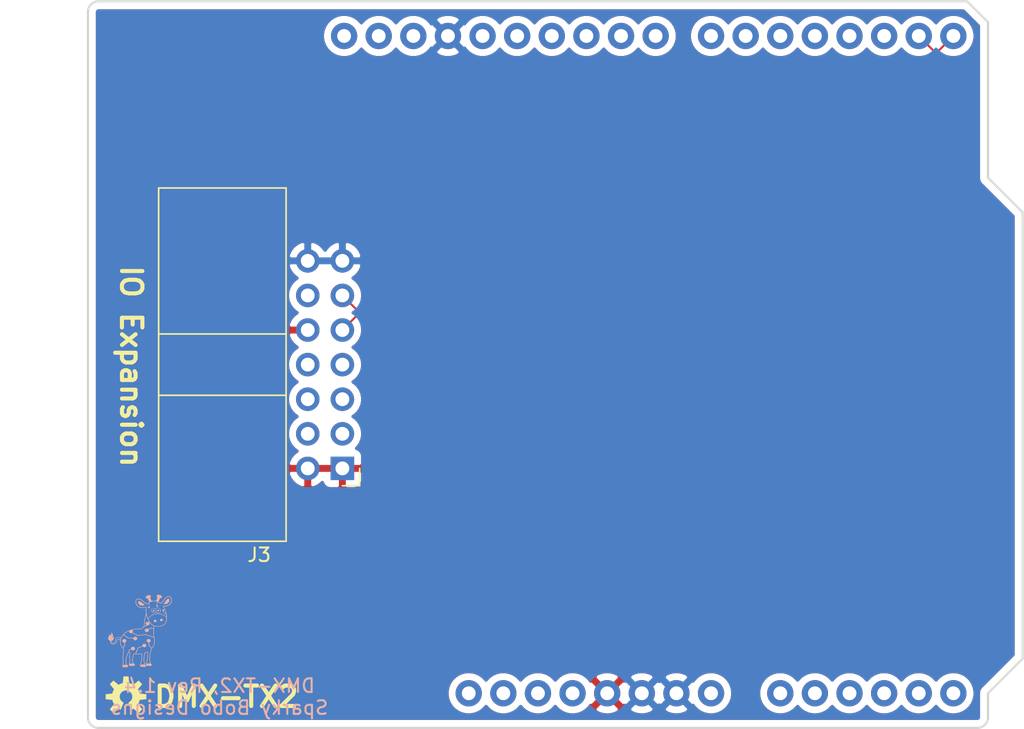
<source format=kicad_pcb>
(kicad_pcb (version 20171130) (host pcbnew "(5.1.12)-1")

  (general
    (thickness 1.6)
    (drawings 15)
    (tracks 15)
    (zones 0)
    (modules 4)
    (nets 38)
  )

  (page A4)
  (title_block
    (title "DMX Demonstrator - Transmitter IO Module (DMX-TX2)")
    (date 2024-05-24)
    (rev 1.4)
    (company "Sparky Bobo Designs")
    (comment 2 "Designed by: SparkyBobo")
    (comment 3 "https://creativecommons.org/licenses/by-sa/4.0/ ")
    (comment 4 "Released under the Creative Commons Attribution Share-Alike 4.0 License")
  )

  (layers
    (0 F.Cu signal)
    (31 B.Cu signal)
    (32 B.Adhes user)
    (33 F.Adhes user)
    (34 B.Paste user)
    (35 F.Paste user)
    (36 B.SilkS user)
    (37 F.SilkS user)
    (38 B.Mask user)
    (39 F.Mask user)
    (40 Dwgs.User user)
    (41 Cmts.User user)
    (42 Eco1.User user)
    (43 Eco2.User user)
    (44 Edge.Cuts user)
    (45 Margin user)
    (46 B.CrtYd user)
    (47 F.CrtYd user)
    (48 B.Fab user)
    (49 F.Fab user)
  )

  (setup
    (last_trace_width 0.1524)
    (trace_clearance 0.1524)
    (zone_clearance 0.508)
    (zone_45_only no)
    (trace_min 0.1524)
    (via_size 0.6858)
    (via_drill 0.3302)
    (via_min_size 0.508)
    (via_min_drill 0.254)
    (uvia_size 0.6858)
    (uvia_drill 0.3302)
    (uvias_allowed no)
    (uvia_min_size 0.2)
    (uvia_min_drill 0.1)
    (edge_width 0.15)
    (segment_width 0.2)
    (pcb_text_width 0.3)
    (pcb_text_size 1.5 1.5)
    (mod_edge_width 0.15)
    (mod_text_size 1 1)
    (mod_text_width 0.15)
    (pad_size 1.524 1.524)
    (pad_drill 0.762)
    (pad_to_mask_clearance 0.2)
    (aux_axis_origin 0 0)
    (visible_elements 7FFFFFFF)
    (pcbplotparams
      (layerselection 0x010fc_ffffffff)
      (usegerberextensions true)
      (usegerberattributes false)
      (usegerberadvancedattributes false)
      (creategerberjobfile false)
      (excludeedgelayer true)
      (linewidth 0.100000)
      (plotframeref false)
      (viasonmask false)
      (mode 1)
      (useauxorigin false)
      (hpglpennumber 1)
      (hpglpenspeed 20)
      (hpglpendiameter 15.000000)
      (psnegative false)
      (psa4output false)
      (plotreference true)
      (plotvalue false)
      (plotinvisibletext false)
      (padsonsilk false)
      (subtractmaskfromsilk true)
      (outputformat 1)
      (mirror false)
      (drillshape 0)
      (scaleselection 1)
      (outputdirectory "grb"))
  )

  (net 0 "")
  (net 1 +5V)
  (net 2 GND)
  (net 3 "Net-(A1-Pad32)")
  (net 4 "Net-(A1-Pad31)")
  (net 5 "Net-(A1-Pad1)")
  (net 6 "Net-(A1-Pad2)")
  (net 7 "Net-(A1-Pad3)")
  (net 8 "Net-(A1-Pad4)")
  (net 9 "Net-(A1-Pad8)")
  (net 10 "Net-(A1-Pad26)")
  (net 11 "Net-(A1-Pad30)")
  (net 12 "Net-(A1-Pad19)")
  (net 13 "Net-(A1-Pad20)")
  (net 14 "Net-(A1-Pad22)")
  (net 15 "Net-(J3-Pad12)")
  (net 16 "Net-(J3-Pad3)")
  (net 17 "Net-(J3-Pad4)")
  (net 18 "Net-(J3-Pad5)")
  (net 19 "Net-(J3-Pad6)")
  (net 20 "Net-(J3-Pad7)")
  (net 21 "Net-(J3-Pad8)")
  (net 22 "Net-(A1-Pad9)")
  (net 23 "Net-(A1-Pad10)")
  (net 24 "Net-(A1-Pad11)")
  (net 25 "Net-(A1-Pad12)")
  (net 26 "Net-(A1-Pad13)")
  (net 27 "Net-(A1-Pad14)")
  (net 28 /DMX-RX)
  (net 29 /DMX-TX)
  (net 30 "Net-(A1-Pad17)")
  (net 31 "Net-(A1-Pad18)")
  (net 32 "Net-(A1-Pad21)")
  (net 33 "Net-(A1-Pad23)")
  (net 34 "Net-(A1-Pad24)")
  (net 35 "Net-(A1-Pad25)")
  (net 36 "Net-(A1-Pad27)")
  (net 37 "Net-(A1-Pad28)")

  (net_class Default "This is the default net class."
    (clearance 0.1524)
    (trace_width 0.1524)
    (via_dia 0.6858)
    (via_drill 0.3302)
    (uvia_dia 0.6858)
    (uvia_drill 0.3302)
    (diff_pair_width 0.1524)
    (diff_pair_gap 0.1524)
    (add_net /DMX-RX)
    (add_net /DMX-TX)
    (add_net GND)
    (add_net "Net-(A1-Pad1)")
    (add_net "Net-(A1-Pad10)")
    (add_net "Net-(A1-Pad11)")
    (add_net "Net-(A1-Pad12)")
    (add_net "Net-(A1-Pad13)")
    (add_net "Net-(A1-Pad14)")
    (add_net "Net-(A1-Pad17)")
    (add_net "Net-(A1-Pad18)")
    (add_net "Net-(A1-Pad19)")
    (add_net "Net-(A1-Pad2)")
    (add_net "Net-(A1-Pad20)")
    (add_net "Net-(A1-Pad21)")
    (add_net "Net-(A1-Pad22)")
    (add_net "Net-(A1-Pad23)")
    (add_net "Net-(A1-Pad24)")
    (add_net "Net-(A1-Pad25)")
    (add_net "Net-(A1-Pad26)")
    (add_net "Net-(A1-Pad27)")
    (add_net "Net-(A1-Pad28)")
    (add_net "Net-(A1-Pad3)")
    (add_net "Net-(A1-Pad30)")
    (add_net "Net-(A1-Pad31)")
    (add_net "Net-(A1-Pad32)")
    (add_net "Net-(A1-Pad4)")
    (add_net "Net-(A1-Pad8)")
    (add_net "Net-(A1-Pad9)")
    (add_net "Net-(J3-Pad12)")
    (add_net "Net-(J3-Pad3)")
    (add_net "Net-(J3-Pad4)")
    (add_net "Net-(J3-Pad5)")
    (add_net "Net-(J3-Pad6)")
    (add_net "Net-(J3-Pad7)")
    (add_net "Net-(J3-Pad8)")
  )

  (net_class Power ""
    (clearance 0.1524)
    (trace_width 0.3048)
    (via_dia 1.27)
    (via_drill 0.635)
    (uvia_dia 1.27)
    (uvia_drill 0.635)
    (diff_pair_width 0.3048)
    (diff_pair_gap 0.3048)
    (add_net +5V)
  )

  (module footprints:ARDUINO_R3_NO_HOLES (layer F.Cu) (tedit 5FA36CC6) (tstamp 6514E1F4)
    (at 150.622 89.916)
    (descr "ARDUINO UNO R3 FOOTPRINT")
    (tags "ARDUINO UNO R3 FOOTPRINT")
    (path /5F3035A0)
    (attr virtual)
    (fp_text reference A1 (at -32.766 -25.908) (layer F.SilkS) hide
      (effects (font (size 0.6096 0.6096) (thickness 0.127)))
    )
    (fp_text value Arduino_UNO_R3 (at -29.718 -24.892) (layer F.SilkS) hide
      (effects (font (size 0.6096 0.6096) (thickness 0.127)))
    )
    (fp_line (start -34.29 26.67) (end -34.29 -26.67) (layer Dwgs.User) (width 0.2032))
    (fp_line (start -34.29 -26.67) (end 30.226 -26.67) (layer Dwgs.User) (width 0.2032))
    (fp_line (start 30.226 -26.67) (end 31.75 -25.146) (layer Dwgs.User) (width 0.2032))
    (fp_line (start 31.75 -25.146) (end 31.75 -13.716) (layer Dwgs.User) (width 0.2032))
    (fp_line (start 31.75 -13.716) (end 34.29 -11.176) (layer Dwgs.User) (width 0.2032))
    (fp_line (start 34.29 -11.176) (end 34.29 21.59) (layer Dwgs.User) (width 0.2032))
    (fp_line (start 34.29 21.59) (end 31.75 24.13) (layer Dwgs.User) (width 0.2032))
    (fp_line (start 31.75 24.13) (end 31.75 26.67) (layer Dwgs.User) (width 0.2032))
    (fp_line (start 31.75 26.67) (end -34.29 26.67) (layer Dwgs.User) (width 0.2032))
    (fp_line (start -40.64 -17.145) (end -24.765 -17.145) (layer Dwgs.User) (width 0.2032))
    (fp_line (start -24.765 -17.145) (end -24.765 -5.715) (layer Dwgs.User) (width 0.2032))
    (fp_line (start -24.765 -5.715) (end -40.64 -5.715) (layer Dwgs.User) (width 0.2032))
    (fp_line (start -40.64 -5.715) (end -40.64 -17.145) (layer Dwgs.User) (width 0.2032))
    (fp_line (start -36.195 23.495) (end -36.195 14.605) (layer Dwgs.User) (width 0.2032))
    (fp_line (start -36.195 14.605) (end -22.86 14.605) (layer Dwgs.User) (width 0.2032))
    (fp_line (start -22.86 14.605) (end -22.86 23.495) (layer Dwgs.User) (width 0.2032))
    (fp_line (start -22.86 23.495) (end -36.195 23.495) (layer Dwgs.User) (width 0.2032))
    (fp_circle (center -20.32 24.13) (end -20.32 23.10638) (layer Dwgs.User) (width 0.127))
    (fp_circle (center 31.75 19.05) (end 31.75 18.02638) (layer Dwgs.User) (width 0.127))
    (fp_circle (center 31.75 -8.89) (end 31.75 -9.91362) (layer Dwgs.User) (width 0.127))
    (fp_circle (center -19.05 -24.13) (end -19.05 -25.15362) (layer Dwgs.User) (width 0.127))
    (fp_text user SCL (at -15.5194 -20.5232 90) (layer Dwgs.User)
      (effects (font (size 0.8128 0.8128) (thickness 0.127)))
    )
    (fp_text user SDA (at -12.9794 -20.5232 90) (layer Dwgs.User)
      (effects (font (size 0.8128 0.8128) (thickness 0.127)))
    )
    (fp_text user AREF (at -10.4394 -20.9296 90) (layer Dwgs.User)
      (effects (font (size 0.8128 0.8128) (thickness 0.127)))
    )
    (fp_text user GND (at -7.8994 -20.5232 90) (layer Dwgs.User)
      (effects (font (size 0.8128 0.8128) (thickness 0.127)))
    )
    (fp_text user D13 (at -5.3594 -20.5232 90) (layer Dwgs.User)
      (effects (font (size 0.8128 0.8128) (thickness 0.127)))
    )
    (fp_text user D12 (at -2.8194 -20.5232 90) (layer Dwgs.User)
      (effects (font (size 0.8128 0.8128) (thickness 0.127)))
    )
    (fp_text user D11 (at -0.2794 -20.5232 90) (layer Dwgs.User)
      (effects (font (size 0.8128 0.8128) (thickness 0.127)))
    )
    (fp_text user D10 (at 2.2606 -20.5232 90) (layer Dwgs.User)
      (effects (font (size 0.8128 0.8128) (thickness 0.127)))
    )
    (fp_text user D9 (at 4.79806 -20.1168 90) (layer Dwgs.User)
      (effects (font (size 0.8128 0.8128) (thickness 0.127)))
    )
    (fp_text user D8 (at 7.3406 -20.1168 90) (layer Dwgs.User)
      (effects (font (size 0.8128 0.8128) (thickness 0.127)))
    )
    (fp_text user D7 (at 11.4046 -20.1168 90) (layer Dwgs.User)
      (effects (font (size 0.8128 0.8128) (thickness 0.127)))
    )
    (fp_text user D6 (at 13.9446 -20.1168 90) (layer Dwgs.User)
      (effects (font (size 0.8128 0.8128) (thickness 0.127)))
    )
    (fp_text user D5 (at 16.4846 -20.1168 90) (layer Dwgs.User)
      (effects (font (size 0.8128 0.8128) (thickness 0.127)))
    )
    (fp_text user D4 (at 19.0246 -20.1168 90) (layer Dwgs.User)
      (effects (font (size 0.8128 0.8128) (thickness 0.127)))
    )
    (fp_text user D3 (at 21.5646 -20.1168 90) (layer Dwgs.User)
      (effects (font (size 0.8128 0.8128) (thickness 0.127)))
    )
    (fp_text user D2 (at 24.1046 -20.1168 90) (layer Dwgs.User)
      (effects (font (size 0.8128 0.8128) (thickness 0.127)))
    )
    (fp_text user D0/RXI (at 29.05506 -19.2024 90) (layer Dwgs.User)
      (effects (font (size 0.8128 0.8128) (thickness 0.127)))
    )
    (fp_text user D1/TXO (at 26.5176 -19.2024 90) (layer Dwgs.User)
      (effects (font (size 0.8128 0.8128) (thickness 0.127)))
    )
    (fp_text user !RESET! (at -1.6764 20.0152 90) (layer Dwgs.User)
      (effects (font (size 0.8128 0.8128) (thickness 0.127)))
    )
    (fp_text user 3.3V (at 0.8636 21.2344 90) (layer Dwgs.User)
      (effects (font (size 0.8128 0.8128) (thickness 0.127)))
    )
    (fp_text user 5V (at 3.4036 22.0472 90) (layer Dwgs.User)
      (effects (font (size 0.8128 0.8128) (thickness 0.127)))
    )
    (fp_text user GND (at 5.9436 21.6408 90) (layer Dwgs.User)
      (effects (font (size 0.8128 0.8128) (thickness 0.127)))
    )
    (fp_text user GND (at 8.4836 21.6408 90) (layer Dwgs.User)
      (effects (font (size 0.8128 0.8128) (thickness 0.127)))
    )
    (fp_text user VIN (at 11.0236 21.6408 90) (layer Dwgs.User)
      (effects (font (size 0.8128 0.8128) (thickness 0.127)))
    )
    (fp_text user A0 (at 16.1036 22.0472 90) (layer Dwgs.User)
      (effects (font (size 0.8128 0.8128) (thickness 0.127)))
    )
    (fp_text user A1 (at 18.6436 22.0472 90) (layer Dwgs.User)
      (effects (font (size 0.8128 0.8128) (thickness 0.127)))
    )
    (fp_text user A2 (at 21.1836 22.0472 90) (layer Dwgs.User)
      (effects (font (size 0.8128 0.8128) (thickness 0.127)))
    )
    (fp_text user A3 (at 23.7236 22.0472 90) (layer Dwgs.User)
      (effects (font (size 0.8128 0.8128) (thickness 0.127)))
    )
    (fp_text user A4 (at 26.2636 22.0472 90) (layer Dwgs.User)
      (effects (font (size 0.8128 0.8128) (thickness 0.127)))
    )
    (fp_text user A5 (at 28.80106 22.0472 90) (layer Dwgs.User)
      (effects (font (size 0.8128 0.8128) (thickness 0.127)))
    )
    (fp_text user IOREF (at -4.2164 20.828 90) (layer Dwgs.User)
      (effects (font (size 0.8128 0.8128) (thickness 0.127)))
    )
    (pad 4 thru_hole circle (at 1.27 24.13) (size 1.9304 1.9304) (drill 1.016) (layers *.Cu *.Mask)
      (net 8 "Net-(A1-Pad4)") (solder_mask_margin 0.1016))
    (pad 5 thru_hole circle (at 3.81 24.13) (size 1.9304 1.9304) (drill 1.016) (layers *.Cu *.Mask)
      (net 1 +5V) (solder_mask_margin 0.1016))
    (pad 9 thru_hole circle (at 16.51 24.13) (size 1.9304 1.9304) (drill 1.016) (layers *.Cu *.Mask)
      (net 22 "Net-(A1-Pad9)") (solder_mask_margin 0.1016))
    (pad 10 thru_hole circle (at 19.05 24.13) (size 1.9304 1.9304) (drill 1.016) (layers *.Cu *.Mask)
      (net 23 "Net-(A1-Pad10)") (solder_mask_margin 0.1016))
    (pad 11 thru_hole circle (at 21.59 24.13) (size 1.9304 1.9304) (drill 1.016) (layers *.Cu *.Mask)
      (net 24 "Net-(A1-Pad11)") (solder_mask_margin 0.1016))
    (pad 12 thru_hole circle (at 24.13 24.13) (size 1.9304 1.9304) (drill 1.016) (layers *.Cu *.Mask)
      (net 25 "Net-(A1-Pad12)") (solder_mask_margin 0.1016))
    (pad 13 thru_hole circle (at 26.67 24.13) (size 1.9304 1.9304) (drill 1.016) (layers *.Cu *.Mask)
      (net 26 "Net-(A1-Pad13)") (solder_mask_margin 0.1016))
    (pad 14 thru_hole circle (at 29.21 24.13) (size 1.9304 1.9304) (drill 1.016) (layers *.Cu *.Mask)
      (net 27 "Net-(A1-Pad14)") (solder_mask_margin 0.1016))
    (pad 30 thru_hole circle (at -10.414 -24.13) (size 1.9304 1.9304) (drill 1.016) (layers *.Cu *.Mask)
      (net 11 "Net-(A1-Pad30)") (solder_mask_margin 0.1016))
    (pad 15 thru_hole circle (at 29.21 -24.13) (size 1.9304 1.9304) (drill 1.016) (layers *.Cu *.Mask)
      (net 28 /DMX-RX) (solder_mask_margin 0.1016))
    (pad 16 thru_hole circle (at 26.67 -24.13) (size 1.9304 1.9304) (drill 1.016) (layers *.Cu *.Mask)
      (net 29 /DMX-TX) (solder_mask_margin 0.1016))
    (pad 17 thru_hole circle (at 24.13 -24.13) (size 1.9304 1.9304) (drill 1.016) (layers *.Cu *.Mask)
      (net 30 "Net-(A1-Pad17)") (solder_mask_margin 0.1016))
    (pad 18 thru_hole circle (at 21.59 -24.13) (size 1.9304 1.9304) (drill 1.016) (layers *.Cu *.Mask)
      (net 31 "Net-(A1-Pad18)") (solder_mask_margin 0.1016))
    (pad 19 thru_hole circle (at 19.05 -24.13) (size 1.9304 1.9304) (drill 1.016) (layers *.Cu *.Mask)
      (net 12 "Net-(A1-Pad19)") (solder_mask_margin 0.1016))
    (pad 20 thru_hole circle (at 16.51 -24.13) (size 1.9304 1.9304) (drill 1.016) (layers *.Cu *.Mask)
      (net 13 "Net-(A1-Pad20)") (solder_mask_margin 0.1016))
    (pad 21 thru_hole circle (at 13.97 -24.13) (size 1.9304 1.9304) (drill 1.016) (layers *.Cu *.Mask)
      (net 32 "Net-(A1-Pad21)") (solder_mask_margin 0.1016))
    (pad 22 thru_hole circle (at 11.43 -24.13) (size 1.9304 1.9304) (drill 1.016) (layers *.Cu *.Mask)
      (net 14 "Net-(A1-Pad22)") (solder_mask_margin 0.1016))
    (pad 23 thru_hole circle (at 7.366 -24.13) (size 1.9304 1.9304) (drill 1.016) (layers *.Cu *.Mask)
      (net 33 "Net-(A1-Pad23)") (solder_mask_margin 0.1016))
    (pad 24 thru_hole circle (at 4.826 -24.13) (size 1.9304 1.9304) (drill 1.016) (layers *.Cu *.Mask)
      (net 34 "Net-(A1-Pad24)") (solder_mask_margin 0.1016))
    (pad 25 thru_hole circle (at 2.286 -24.13) (size 1.9304 1.9304) (drill 1.016) (layers *.Cu *.Mask)
      (net 35 "Net-(A1-Pad25)") (solder_mask_margin 0.1016))
    (pad 26 thru_hole circle (at -0.254 -24.13) (size 1.9304 1.9304) (drill 1.016) (layers *.Cu *.Mask)
      (net 10 "Net-(A1-Pad26)") (solder_mask_margin 0.1016))
    (pad 27 thru_hole circle (at -2.794 -24.13) (size 1.9304 1.9304) (drill 1.016) (layers *.Cu *.Mask)
      (net 36 "Net-(A1-Pad27)") (solder_mask_margin 0.1016))
    (pad 28 thru_hole circle (at -5.334 -24.13) (size 1.9304 1.9304) (drill 1.016) (layers *.Cu *.Mask)
      (net 37 "Net-(A1-Pad28)") (solder_mask_margin 0.1016))
    (pad 6 thru_hole circle (at 6.35 24.13) (size 1.9304 1.9304) (drill 1.016) (layers *.Cu *.Mask)
      (net 2 GND) (solder_mask_margin 0.1016))
    (pad 7 thru_hole circle (at 8.89 24.13) (size 1.9304 1.9304) (drill 1.016) (layers *.Cu *.Mask)
      (net 2 GND) (solder_mask_margin 0.1016))
    (pad 29 thru_hole circle (at -7.874 -24.13) (size 1.9304 1.9304) (drill 1.016) (layers *.Cu *.Mask)
      (net 2 GND) (solder_mask_margin 0.1016))
    (pad 2 thru_hole circle (at -3.81 24.13) (size 1.9304 1.9304) (drill 1.016) (layers *.Cu *.Mask)
      (net 6 "Net-(A1-Pad2)") (solder_mask_margin 0.1016))
    (pad 1 thru_hole circle (at -6.35 24.13) (size 1.9304 1.9304) (drill 1.016) (layers *.Cu *.Mask)
      (net 5 "Net-(A1-Pad1)") (solder_mask_margin 0.1016))
    (pad 3 thru_hole circle (at -1.27 24.13) (size 1.9304 1.9304) (drill 1.016) (layers *.Cu *.Mask)
      (net 7 "Net-(A1-Pad3)") (solder_mask_margin 0.1016))
    (pad 32 thru_hole circle (at -15.494 -24.13) (size 1.9304 1.9304) (drill 1.016) (layers *.Cu *.Mask)
      (net 3 "Net-(A1-Pad32)") (solder_mask_margin 0.1016))
    (pad 31 thru_hole circle (at -12.954 -24.13) (size 1.9304 1.9304) (drill 1.016) (layers *.Cu *.Mask)
      (net 4 "Net-(A1-Pad31)") (solder_mask_margin 0.1016))
    (pad 8 thru_hole circle (at 11.43 24.13) (size 1.9304 1.9304) (drill 1.016) (layers *.Cu *.Mask)
      (net 9 "Net-(A1-Pad8)") (solder_mask_margin 0.1016))
  )

  (module Connector_IDC:IDC-Header_2x07_P2.54mm_Horizontal (layer F.Cu) (tedit 59DE207F) (tstamp 64024810)
    (at 135.001 97.536 180)
    (descr "Through hole angled IDC box header, 2x07, 2.54mm pitch, double rows")
    (tags "Through hole IDC box header THT 2x07 2.54mm double row")
    (path /63F5E071)
    (fp_text reference J3 (at 6.105 -6.35 180) (layer F.SilkS)
      (effects (font (size 1 1) (thickness 0.15)))
    )
    (fp_text value "IO EXTENSION" (at 6.105 21.844 180) (layer F.Fab)
      (effects (font (size 1 1) (thickness 0.15)))
    )
    (fp_line (start -0.32 -0.32) (end -0.32 0.32) (layer F.Fab) (width 0.1))
    (fp_line (start -0.32 0.32) (end 4.38 0.32) (layer F.Fab) (width 0.1))
    (fp_line (start -0.32 10.48) (end 4.38 10.48) (layer F.Fab) (width 0.1))
    (fp_line (start -0.32 12.38) (end -0.32 13.02) (layer F.Fab) (width 0.1))
    (fp_line (start -0.32 13.02) (end 4.38 13.02) (layer F.Fab) (width 0.1))
    (fp_line (start -0.32 14.92) (end -0.32 15.56) (layer F.Fab) (width 0.1))
    (fp_line (start -0.32 15.56) (end 4.38 15.56) (layer F.Fab) (width 0.1))
    (fp_line (start -0.32 2.22) (end -0.32 2.86) (layer F.Fab) (width 0.1))
    (fp_line (start -0.32 2.86) (end 4.38 2.86) (layer F.Fab) (width 0.1))
    (fp_line (start -0.32 4.76) (end -0.32 5.4) (layer F.Fab) (width 0.1))
    (fp_line (start -0.32 5.4) (end 4.38 5.4) (layer F.Fab) (width 0.1))
    (fp_line (start -0.32 7.3) (end -0.32 7.94) (layer F.Fab) (width 0.1))
    (fp_line (start -0.32 7.94) (end 4.38 7.94) (layer F.Fab) (width 0.1))
    (fp_line (start -0.32 9.84) (end -0.32 10.48) (layer F.Fab) (width 0.1))
    (fp_line (start 13.23 20.34) (end 13.23 -5.1) (layer F.Fab) (width 0.1))
    (fp_line (start 4.38 -0.32) (end -0.32 -0.32) (layer F.Fab) (width 0.1))
    (fp_line (start 4.38 -4.1) (end 5.38 -5.1) (layer F.Fab) (width 0.1))
    (fp_line (start 4.38 12.38) (end -0.32 12.38) (layer F.Fab) (width 0.1))
    (fp_line (start 4.38 14.92) (end -0.32 14.92) (layer F.Fab) (width 0.1))
    (fp_line (start 4.38 2.22) (end -0.32 2.22) (layer F.Fab) (width 0.1))
    (fp_line (start 4.38 20.34) (end 13.23 20.34) (layer F.Fab) (width 0.1))
    (fp_line (start 4.38 20.34) (end 4.38 -4.1) (layer F.Fab) (width 0.1))
    (fp_line (start 4.38 4.76) (end -0.32 4.76) (layer F.Fab) (width 0.1))
    (fp_line (start 4.38 5.37) (end 13.23 5.37) (layer F.Fab) (width 0.1))
    (fp_line (start 4.38 7.3) (end -0.32 7.3) (layer F.Fab) (width 0.1))
    (fp_line (start 4.38 9.84) (end -0.32 9.84) (layer F.Fab) (width 0.1))
    (fp_line (start 4.38 9.87) (end 13.23 9.87) (layer F.Fab) (width 0.1))
    (fp_line (start 5.38 -5.1) (end 13.23 -5.1) (layer F.Fab) (width 0.1))
    (fp_line (start -1.27 -1.27) (end -1.27 0) (layer F.SilkS) (width 0.12))
    (fp_line (start 0 -1.27) (end -1.27 -1.27) (layer F.SilkS) (width 0.12))
    (fp_line (start 13.48 -5.35) (end 13.48 20.59) (layer F.SilkS) (width 0.12))
    (fp_line (start 4.13 -5.35) (end 13.48 -5.35) (layer F.SilkS) (width 0.12))
    (fp_line (start 4.13 20.59) (end 13.48 20.59) (layer F.SilkS) (width 0.12))
    (fp_line (start 4.13 20.59) (end 4.13 -5.35) (layer F.SilkS) (width 0.12))
    (fp_line (start 4.13 5.37) (end 13.48 5.37) (layer F.SilkS) (width 0.12))
    (fp_line (start 4.13 9.87) (end 13.48 9.87) (layer F.SilkS) (width 0.12))
    (fp_line (start -1.12 -5.35) (end 13.48 -5.35) (layer F.CrtYd) (width 0.05))
    (fp_line (start -1.12 20.59) (end -1.12 -5.35) (layer F.CrtYd) (width 0.05))
    (fp_line (start 13.48 -5.35) (end 13.48 20.59) (layer F.CrtYd) (width 0.05))
    (fp_line (start 13.48 20.59) (end -1.12 20.59) (layer F.CrtYd) (width 0.05))
    (fp_text user %R (at 8.805 7.62 270) (layer F.Fab)
      (effects (font (size 1 1) (thickness 0.15)))
    )
    (pad 1 thru_hole rect (at 0 0 180) (size 1.7272 1.7272) (drill 1.016) (layers *.Cu *.Mask)
      (net 1 +5V))
    (pad 2 thru_hole oval (at 2.54 0 180) (size 1.7272 1.7272) (drill 1.016) (layers *.Cu *.Mask)
      (net 1 +5V))
    (pad 3 thru_hole oval (at 0 2.54 180) (size 1.7272 1.7272) (drill 1.016) (layers *.Cu *.Mask)
      (net 16 "Net-(J3-Pad3)"))
    (pad 4 thru_hole oval (at 2.54 2.54 180) (size 1.7272 1.7272) (drill 1.016) (layers *.Cu *.Mask)
      (net 17 "Net-(J3-Pad4)"))
    (pad 5 thru_hole oval (at 0 5.08 180) (size 1.7272 1.7272) (drill 1.016) (layers *.Cu *.Mask)
      (net 18 "Net-(J3-Pad5)"))
    (pad 6 thru_hole oval (at 2.54 5.08 180) (size 1.7272 1.7272) (drill 1.016) (layers *.Cu *.Mask)
      (net 19 "Net-(J3-Pad6)"))
    (pad 7 thru_hole oval (at 0 7.62 180) (size 1.7272 1.7272) (drill 1.016) (layers *.Cu *.Mask)
      (net 20 "Net-(J3-Pad7)"))
    (pad 8 thru_hole oval (at 2.54 7.62 180) (size 1.7272 1.7272) (drill 1.016) (layers *.Cu *.Mask)
      (net 21 "Net-(J3-Pad8)"))
    (pad 9 thru_hole oval (at 0 10.16 180) (size 1.7272 1.7272) (drill 1.016) (layers *.Cu *.Mask)
      (net 28 /DMX-RX))
    (pad 10 thru_hole oval (at 2.54 10.16 180) (size 1.7272 1.7272) (drill 1.016) (layers *.Cu *.Mask)
      (net 1 +5V))
    (pad 11 thru_hole oval (at 0 12.7 180) (size 1.7272 1.7272) (drill 1.016) (layers *.Cu *.Mask)
      (net 29 /DMX-TX))
    (pad 12 thru_hole oval (at 2.54 12.7 180) (size 1.7272 1.7272) (drill 1.016) (layers *.Cu *.Mask)
      (net 15 "Net-(J3-Pad12)"))
    (pad 13 thru_hole oval (at 0 15.24 180) (size 1.7272 1.7272) (drill 1.016) (layers *.Cu *.Mask)
      (net 2 GND))
    (pad 14 thru_hole oval (at 2.54 15.24 180) (size 1.7272 1.7272) (drill 1.016) (layers *.Cu *.Mask)
      (net 2 GND))
    (model ${KISYS3DMOD}/Connector_IDC.3dshapes/IDC-Header_2x07_P2.54mm_Horizontal.wrl
      (at (xyz 0 0 0))
      (scale (xyz 1 1 1))
      (rotate (xyz 0 0 0))
    )
  )

  (module footprints:OSHW-LOGO-S locked (layer F.Cu) (tedit 200000) (tstamp 5FA37D6A)
    (at 119.126 114.3)
    (descr "OPEN-SOURCE HARDWARE (OSHW) LOGO - SMALL - SILKSCREEN")
    (tags "OPEN-SOURCE HARDWARE (OSHW) LOGO - SMALL - SILKSCREEN")
    (attr virtual)
    (fp_text reference "" (at 0 0) (layer F.SilkS)
      (effects (font (size 1.524 1.524) (thickness 0.15)))
    )
    (fp_text value "" (at 0 0) (layer F.SilkS)
      (effects (font (size 1.524 1.524) (thickness 0.15)))
    )
    (fp_poly (pts (xy 0.3937 0.9525) (xy 0.5461 0.87376) (xy 0.92202 1.1811) (xy 1.1811 0.92202)
      (xy 0.87376 0.5461) (xy 0.9525 0.3937) (xy 1.0033 0.23114) (xy 1.48844 0.18034)
      (xy 1.48844 -0.18034) (xy 1.0033 -0.23114) (xy 0.9525 -0.3937) (xy 0.87376 -0.5461)
      (xy 1.1811 -0.92202) (xy 0.92202 -1.1811) (xy 0.5461 -0.87376) (xy 0.3937 -0.9525)
      (xy 0.23114 -1.0033) (xy 0.18034 -1.48844) (xy -0.18034 -1.48844) (xy -0.23114 -1.0033)
      (xy -0.3937 -0.9525) (xy -0.5461 -0.87376) (xy -0.92202 -1.1811) (xy -1.1811 -0.92202)
      (xy -0.87376 -0.5461) (xy -0.9525 -0.3937) (xy -1.0033 -0.23114) (xy -1.48844 -0.18034)
      (xy -1.48844 0.18034) (xy -1.0033 0.23114) (xy -0.9525 0.3937) (xy -0.87376 0.5461)
      (xy -1.1811 0.92202) (xy -0.92202 1.1811) (xy -0.5461 0.87376) (xy -0.3937 0.9525)
      (xy -0.1778 0.4318) (xy -0.27432 0.37846) (xy -0.3556 0.30226) (xy -0.41656 0.21082)
      (xy -0.45466 0.10922) (xy -0.46736 0) (xy -0.45466 -0.10922) (xy -0.41402 -0.2159)
      (xy -0.35052 -0.30734) (xy -0.2667 -0.38354) (xy -0.16764 -0.43434) (xy -0.06096 -0.46228)
      (xy 0.0508 -0.46482) (xy 0.16002 -0.43942) (xy 0.25908 -0.38862) (xy 0.34544 -0.31496)
      (xy 0.40894 -0.22352) (xy 0.45212 -0.11938) (xy 0.46736 -0.01016) (xy 0.4572 0.09906)
      (xy 0.4191 0.20574) (xy 0.35814 0.29972) (xy 0.27686 0.37592) (xy 0.1778 0.4318)) (layer F.SilkS) (width 0.01))
  )

  (module footprints:logo_cr_5x5 locked (layer B.Cu) (tedit 0) (tstamp 5FA37EA3)
    (at 120.142 109.474 180)
    (fp_text reference G*** (at 0 0 180) (layer B.SilkS) hide
      (effects (font (size 1.524 1.524) (thickness 0.3)) (justify mirror))
    )
    (fp_text value LOGO (at 0.75 0 180) (layer B.SilkS) hide
      (effects (font (size 1.524 1.524) (thickness 0.3)) (justify mirror))
    )
    (fp_poly (pts (xy -1.00174 1.539357) (xy -0.989414 1.537163) (xy -0.979007 1.533269) (xy -0.970707 1.528099)
      (xy -0.963328 1.521274) (xy -0.957047 1.513208) (xy -0.952043 1.504317) (xy -0.948493 1.495016)
      (xy -0.946575 1.485721) (xy -0.946466 1.476845) (xy -0.948343 1.468805) (xy -0.949974 1.465415)
      (xy -0.954322 1.458612) (xy -0.959282 1.451955) (xy -0.964312 1.446104) (xy -0.968868 1.44172)
      (xy -0.970367 1.440573) (xy -0.974356 1.438297) (xy -0.97962 1.435917) (xy -0.983808 1.434363)
      (xy -0.988679 1.432624) (xy -0.992874 1.430882) (xy -0.995213 1.429673) (xy -0.99774 1.428921)
      (xy -1.002232 1.42839) (xy -1.00799 1.428093) (xy -1.014313 1.428043) (xy -1.020501 1.428252)
      (xy -1.025855 1.428732) (xy -1.028031 1.429084) (xy -1.031464 1.430347) (xy -1.036535 1.432969)
      (xy -1.04277 1.436672) (xy -1.049693 1.441179) (xy -1.054614 1.444606) (xy -1.062953 1.452065)
      (xy -1.069053 1.460707) (xy -1.072895 1.470226) (xy -1.074463 1.480319) (xy -1.073739 1.490683)
      (xy -1.070706 1.501014) (xy -1.065348 1.511008) (xy -1.058808 1.519166) (xy -1.049541 1.527087)
      (xy -1.038739 1.533149) (xy -1.026864 1.537269) (xy -1.014377 1.539365) (xy -1.00174 1.539357)) (layer B.SilkS) (width 0.01))
    (fp_poly (pts (xy -1.323432 1.556563) (xy -1.312242 1.552681) (xy -1.302317 1.546749) (xy -1.295426 1.540485)
      (xy -1.28838 1.531464) (xy -1.283038 1.521874) (xy -1.279496 1.512112) (xy -1.277853 1.502572)
      (xy -1.278206 1.493651) (xy -1.280653 1.485744) (xy -1.28151 1.484131) (xy -1.285859 1.477328)
      (xy -1.290819 1.470671) (xy -1.295849 1.46482) (xy -1.300405 1.460435) (xy -1.301904 1.459288)
      (xy -1.305893 1.457013) (xy -1.311157 1.454633) (xy -1.315345 1.453079) (xy -1.320216 1.451339)
      (xy -1.324411 1.449598) (xy -1.32675 1.448389) (xy -1.329277 1.447636) (xy -1.333769 1.447106)
      (xy -1.339527 1.446809) (xy -1.34585 1.446759) (xy -1.352038 1.446967) (xy -1.357392 1.447448)
      (xy -1.359568 1.4478) (xy -1.363001 1.449063) (xy -1.368072 1.451685) (xy -1.374307 1.455388)
      (xy -1.38123 1.459895) (xy -1.386151 1.463322) (xy -1.394426 1.470672) (xy -1.400432 1.479033)
      (xy -1.404245 1.488128) (xy -1.405939 1.497678) (xy -1.40559 1.507408) (xy -1.403272 1.51704)
      (xy -1.39906 1.526299) (xy -1.39303 1.534905) (xy -1.385256 1.542584) (xy -1.375813 1.549057)
      (xy -1.364776 1.554048) (xy -1.361284 1.55518) (xy -1.348284 1.557887) (xy -1.335556 1.558324)
      (xy -1.323432 1.556563)) (layer B.SilkS) (width 0.01))
    (fp_poly (pts (xy -2.08694 2.377093) (xy -2.077414 2.374577) (xy -2.066844 2.369829) (xy -2.055084 2.362822)
      (xy -2.05185 2.360652) (xy -2.024284 2.340686) (xy -1.998163 2.319582) (xy -1.973699 2.29755)
      (xy -1.9511 2.274798) (xy -1.930575 2.251537) (xy -1.912333 2.227974) (xy -1.898676 2.2077)
      (xy -1.895862 2.203081) (xy -1.892099 2.196721) (xy -1.887734 2.189214) (xy -1.883114 2.181158)
      (xy -1.878898 2.173705) (xy -1.861644 2.143962) (xy -1.844613 2.116619) (xy -1.827635 2.091433)
      (xy -1.810541 2.068162) (xy -1.793161 2.04656) (xy -1.780025 2.031516) (xy -1.773758 2.024521)
      (xy -1.769104 2.01913) (xy -1.765835 2.015012) (xy -1.763719 2.011838) (xy -1.762525 2.009277)
      (xy -1.762023 2.006998) (xy -1.761958 2.00564) (xy -1.763077 1.999922) (xy -1.766112 1.993678)
      (xy -1.770581 1.987562) (xy -1.775999 1.982227) (xy -1.781885 1.978329) (xy -1.78227 1.978142)
      (xy -1.784443 1.977277) (xy -1.787016 1.976646) (xy -1.790272 1.976255) (xy -1.794492 1.976109)
      (xy -1.799958 1.976215) (xy -1.806952 1.976577) (xy -1.815755 1.977201) (xy -1.826649 1.978093)
      (xy -1.839917 1.979258) (xy -1.84014 1.979278) (xy -1.860896 1.981232) (xy -1.879298 1.983181)
      (xy -1.895663 1.985178) (xy -1.910311 1.987279) (xy -1.923559 1.989536) (xy -1.935726 1.992006)
      (xy -1.947131 1.994741) (xy -1.958092 1.997797) (xy -1.968927 2.001228) (xy -1.969168 2.001309)
      (xy -1.991576 2.009929) (xy -2.01333 2.020476) (xy -2.034069 2.032708) (xy -2.053436 2.046386)
      (xy -2.07107 2.061266) (xy -2.086612 2.07711) (xy -2.09237 2.083921) (xy -2.107427 2.104586)
      (xy -2.120586 2.126776) (xy -2.131656 2.150086) (xy -2.140447 2.174113) (xy -2.146767 2.198452)
      (xy -2.147035 2.199774) (xy -2.149137 2.2132) (xy -2.150414 2.227939) (xy -2.150899 2.243526)
      (xy -2.150627 2.259498) (xy -2.149633 2.275392) (xy -2.147949 2.290745) (xy -2.145611 2.305092)
      (xy -2.142652 2.317972) (xy -2.139107 2.328919) (xy -2.13719 2.333388) (xy -2.133402 2.340681)
      (xy -2.128892 2.348294) (xy -2.124031 2.355694) (xy -2.119189 2.362346) (xy -2.114737 2.367716)
      (xy -2.111045 2.371272) (xy -2.11072 2.371516) (xy -2.103446 2.375535) (xy -2.095568 2.377403)
      (xy -2.08694 2.377093)) (layer B.SilkS) (width 0.01))
    (fp_poly (pts (xy 0.087808 2.189746) (xy 0.090941 2.189084) (xy 0.093817 2.187832) (xy 0.09716 2.185874)
      (xy 0.102425 2.181765) (xy 0.107169 2.176516) (xy 0.110784 2.170919) (xy 0.112659 2.16577)
      (xy 0.112674 2.165684) (xy 0.113406 2.162265) (xy 0.113993 2.160337) (xy 0.118217 2.146225)
      (xy 0.120411 2.130975) (xy 0.120589 2.114384) (xy 0.118762 2.096247) (xy 0.118225 2.092827)
      (xy 0.117602 2.088662) (xy 0.116987 2.083997) (xy 0.116951 2.083702) (xy 0.11639 2.080116)
      (xy 0.115781 2.077741) (xy 0.115664 2.077496) (xy 0.115052 2.07553) (xy 0.114449 2.072167)
      (xy 0.114387 2.071699) (xy 0.113739 2.068626) (xy 0.112409 2.063619) (xy 0.110577 2.057264)
      (xy 0.108427 2.050145) (xy 0.106141 2.04285) (xy 0.103901 2.035961) (xy 0.10189 2.030066)
      (xy 0.100291 2.02575) (xy 0.099512 2.023979) (xy 0.098118 2.021196) (xy 0.095997 2.016835)
      (xy 0.093557 2.011738) (xy 0.093023 2.010611) (xy 0.089288 2.002948) (xy 0.086034 1.996719)
      (xy 0.08343 1.992229) (xy 0.081644 1.989778) (xy 0.081213 1.989444) (xy 0.080296 1.987905)
      (xy 0.080211 1.987105) (xy 0.079452 1.985398) (xy 0.078874 1.985211) (xy 0.077669 1.984136)
      (xy 0.077537 1.983317) (xy 0.076898 1.981319) (xy 0.076466 1.980977) (xy 0.075253 1.979748)
      (xy 0.072944 1.976857) (xy 0.069962 1.972841) (xy 0.068779 1.971187) (xy 0.065666 1.967213)
      (xy 0.061056 1.961867) (xy 0.055394 1.955614) (xy 0.049123 1.94892) (xy 0.042688 1.942251)
      (xy 0.036534 1.936075) (xy 0.031103 1.930857) (xy 0.026841 1.927063) (xy 0.026408 1.926708)
      (xy 0.009301 1.913831) (xy -0.007908 1.902878) (xy -0.02599 1.893416) (xy -0.045717 1.88501)
      (xy -0.051468 1.882849) (xy -0.055238 1.881581) (xy -0.059503 1.880449) (xy -0.059823 1.880371)
      (xy -0.061797 1.879798) (xy -0.062163 1.8796) (xy -0.06325 1.879164) (xy -0.064502 1.87883)
      (xy -0.067979 1.877988) (xy -0.069181 1.877697) (xy -0.071155 1.877125) (xy -0.071521 1.876927)
      (xy -0.072625 1.876549) (xy -0.074022 1.87625) (xy -0.076813 1.875663) (xy -0.080913 1.874736)
      (xy -0.082711 1.874315) (xy -0.088865 1.872882) (xy -0.093247 1.871932) (xy -0.096681 1.871297)
      (xy -0.099929 1.87082) (xy -0.104382 1.870194) (xy -0.109143 1.869478) (xy -0.109287 1.869455)
      (xy -0.11191 1.869218) (xy -0.116524 1.868976) (xy -0.122674 1.868739) (xy -0.129905 1.868515)
      (xy -0.13776 1.868315) (xy -0.145785 1.868147) (xy -0.153524 1.86802) (xy -0.16052 1.867945)
      (xy -0.16632 1.86793) (xy -0.170467 1.867985) (xy -0.172505 1.868118) (xy -0.17263 1.868163)
      (xy -0.174122 1.868548) (xy -0.177449 1.869053) (xy -0.180473 1.869412) (xy -0.188084 1.870239)
      (xy -0.193794 1.870904) (xy -0.198367 1.871505) (xy -0.202561 1.872144) (xy -0.20714 1.872921)
      (xy -0.207271 1.872944) (xy -0.212188 1.873798) (xy -0.216349 1.87451) (xy -0.218573 1.87488)
      (xy -0.221302 1.875365) (xy -0.22559 1.876179) (xy -0.229268 1.8769) (xy -0.234345 1.87785)
      (xy -0.238974 1.878615) (xy -0.2413 1.878931) (xy -0.245691 1.879782) (xy -0.249165 1.880855)
      (xy -0.253214 1.882053) (xy -0.257819 1.882945) (xy -0.25812 1.882984) (xy -0.26258 1.883793)
      (xy -0.266558 1.884897) (xy -0.266817 1.884992) (xy -0.26959 1.88579) (xy -0.271017 1.885755)
      (xy -0.272527 1.885786) (xy -0.275599 1.886581) (xy -0.276962 1.887036) (xy -0.281527 1.888408)
      (xy -0.28589 1.88936) (xy -0.286533 1.889453) (xy -0.292666 1.890531) (xy -0.300824 1.892441)
      (xy -0.31053 1.895067) (xy -0.313056 1.895797) (xy -0.319009 1.897897) (xy -0.323243 1.900389)
      (xy -0.326222 1.903237) (xy -0.330912 1.909851) (xy -0.334208 1.917125) (xy -0.335938 1.924416)
      (xy -0.335933 1.931084) (xy -0.33471 1.935245) (xy -0.333057 1.938176) (xy -0.331685 1.939698)
      (xy -0.33148 1.939758) (xy -0.329724 1.940601) (xy -0.328549 1.9416) (xy -0.326459 1.943166)
      (xy -0.322813 1.945444) (xy -0.318761 1.94774) (xy -0.312024 1.951456) (xy -0.305801 1.955019)
      (xy -0.300763 1.95804) (xy -0.298116 1.959749) (xy -0.295931 1.961207) (xy -0.292388 1.963529)
      (xy -0.289426 1.965452) (xy -0.285778 1.967929) (xy -0.283172 1.969917) (xy -0.282296 1.970809)
      (xy -0.280766 1.971827) (xy -0.280536 1.971842) (xy -0.278724 1.972593) (xy -0.275812 1.974466)
      (xy -0.27484 1.975184) (xy -0.271761 1.977292) (xy -0.269455 1.97845) (xy -0.269056 1.978527)
      (xy -0.267407 1.979595) (xy -0.266885 1.980532) (xy -0.26516 1.982309) (xy -0.264179 1.982537)
      (xy -0.262158 1.98313) (xy -0.261798 1.98355) (xy -0.260579 1.98487) (xy -0.258018 1.987095)
      (xy -0.254882 1.989615) (xy -0.251936 1.991823) (xy -0.249946 1.99311) (xy -0.2496 1.993232)
      (xy -0.248236 1.994046) (xy -0.245531 1.996142) (xy -0.242122 1.999) (xy -0.238642 2.0021)
      (xy -0.23776 2.002924) (xy -0.235433 2.00471) (xy -0.234059 2.005263) (xy -0.232448 2.00615)
      (xy -0.232388 2.006266) (xy -0.23118 2.007564) (xy -0.228472 2.009956) (xy -0.225258 2.012594)
      (xy -0.219024 2.017734) (xy -0.212588 2.023328) (xy -0.207051 2.028415) (xy -0.206451 2.028992)
      (xy -0.204617 2.030423) (xy -0.203988 2.030663) (xy -0.20267 2.031509) (xy -0.200171 2.033652)
      (xy -0.19872 2.035008) (xy -0.196002 2.037581) (xy -0.191862 2.041459) (xy -0.186841 2.046136)
      (xy -0.181484 2.051105) (xy -0.180982 2.051569) (xy -0.175228 2.056906) (xy -0.169381 2.062357)
      (xy -0.164131 2.067275) (xy -0.160236 2.070953) (xy -0.155628 2.075227) (xy -0.150855 2.079483)
      (xy -0.147033 2.08273) (xy -0.143565 2.085601) (xy -0.140833 2.08795) (xy -0.139865 2.088841)
      (xy -0.137822 2.090598) (xy -0.134266 2.093382) (xy -0.129659 2.096857) (xy -0.124462 2.100691)
      (xy -0.119136 2.104549) (xy -0.11414 2.108097) (xy -0.109937 2.111001) (xy -0.106987 2.112927)
      (xy -0.105781 2.113548) (xy -0.103899 2.114532) (xy -0.103337 2.115219) (xy -0.101951 2.116778)
      (xy -0.099424 2.118613) (xy -0.09527 2.121047) (xy -0.091573 2.123047) (xy -0.087822 2.125191)
      (xy -0.084857 2.127141) (xy -0.084221 2.127644) (xy -0.082261 2.128951) (xy -0.078494 2.131144)
      (xy -0.073496 2.133896) (xy -0.068847 2.136359) (xy -0.06191 2.139975) (xy -0.054392 2.143897)
      (xy -0.047461 2.147515) (xy -0.04445 2.149088) (xy -0.039679 2.151515) (xy -0.035947 2.153283)
      (xy -0.033769 2.154157) (xy -0.033421 2.154168) (xy -0.032384 2.154311) (xy -0.029773 2.155475)
      (xy -0.028408 2.156185) (xy -0.024512 2.158093) (xy -0.018897 2.160601) (xy -0.012224 2.163438)
      (xy -0.005152 2.166336) (xy 0.001656 2.169026) (xy 0.00754 2.171237) (xy 0.011839 2.1727)
      (xy 0.0127 2.172947) (xy 0.015099 2.173717) (xy 0.016042 2.17406) (xy 0.019882 2.17549)
      (xy 0.024198 2.177065) (xy 0.028201 2.1785) (xy 0.031099 2.179512) (xy 0.032084 2.179825)
      (xy 0.033757 2.180352) (xy 0.035092 2.180839) (xy 0.039291 2.182404) (xy 0.041933 2.183288)
      (xy 0.043949 2.183789) (xy 0.044784 2.183948) (xy 0.048073 2.184784) (xy 0.049463 2.185285)
      (xy 0.052506 2.186258) (xy 0.054142 2.186622) (xy 0.057431 2.187459) (xy 0.058821 2.18796)
      (xy 0.061115 2.188811) (xy 0.063637 2.189371) (xy 0.067026 2.189709) (xy 0.071922 2.189894)
      (xy 0.077551 2.18998) (xy 0.083613 2.189989) (xy 0.087808 2.189746)) (layer B.SilkS) (width 0.01))
    (fp_poly (pts (xy -1.300028 1.707702) (xy -1.278809 1.704363) (xy -1.259124 1.698848) (xy -1.240947 1.691144)
      (xy -1.224255 1.68124) (xy -1.209024 1.669126) (xy -1.195228 1.654791) (xy -1.19054 1.648995)
      (xy -1.179936 1.634488) (xy -1.171474 1.621141) (xy -1.165014 1.608716) (xy -1.160883 1.598382)
      (xy -1.158035 1.591144) (xy -1.155273 1.586492) (xy -1.152541 1.584339) (xy -1.151476 1.584158)
      (xy -1.149909 1.585034) (xy -1.146812 1.587445) (xy -1.142577 1.591063) (xy -1.137591 1.595562)
      (xy -1.135306 1.597694) (xy -1.117808 1.613388) (xy -1.101065 1.626749) (xy -1.084862 1.637934)
      (xy -1.06898 1.647099) (xy -1.062538 1.650297) (xy -1.041691 1.658973) (xy -1.021253 1.665055)
      (xy -1.00109 1.668564) (xy -0.981069 1.669524) (xy -0.961054 1.667957) (xy -0.95995 1.667798)
      (xy -0.939272 1.663579) (xy -0.920049 1.657262) (xy -0.902391 1.648899) (xy -0.886403 1.638542)
      (xy -0.872194 1.62624) (xy -0.871255 1.625295) (xy -0.866558 1.620334) (xy -0.862879 1.615902)
      (xy -0.859704 1.611245) (xy -0.856519 1.605611) (xy -0.8529 1.598434) (xy -0.844841 1.579084)
      (xy -0.839437 1.55942) (xy -0.836687 1.539442) (xy -0.836594 1.519153) (xy -0.839155 1.498554)
      (xy -0.841527 1.487761) (xy -0.847926 1.467355) (xy -0.856687 1.447137) (xy -0.867544 1.427482)
      (xy -0.880234 1.408766) (xy -0.894492 1.391367) (xy -0.910053 1.375659) (xy -0.926653 1.362019)
      (xy -0.933197 1.357443) (xy -0.946589 1.349313) (xy -0.961396 1.341704) (xy -0.977129 1.334784)
      (xy -0.993302 1.328717) (xy -1.009426 1.32367) (xy -1.025013 1.319809) (xy -1.039576 1.3173)
      (xy -1.052627 1.316309) (xy -1.0541 1.3163) (xy -1.066291 1.317123) (xy -1.079219 1.319407)
      (xy -1.092474 1.322966) (xy -1.105642 1.327615) (xy -1.118313 1.333167) (xy -1.130074 1.339439)
      (xy -1.140513 1.346243) (xy -1.14922 1.353394) (xy -1.155782 1.360707) (xy -1.157186 1.36277)
      (xy -1.161088 1.36873) (xy -1.165455 1.375033) (xy -1.169921 1.381189) (xy -1.174118 1.386705)
      (xy -1.177678 1.39109) (xy -1.180235 1.393852) (xy -1.180675 1.394231) (xy -1.185793 1.39716)
      (xy -1.190446 1.397495) (xy -1.19468 1.395218) (xy -1.198542 1.390311) (xy -1.200439 1.38667)
      (xy -1.204009 1.38082) (xy -1.209601 1.374028) (xy -1.216866 1.366584) (xy -1.225453 1.358779)
      (xy -1.235014 1.350904) (xy -1.245199 1.343249) (xy -1.255657 1.336107) (xy -1.26604 1.329769)
      (xy -1.273798 1.325601) (xy -1.288368 1.318853) (xy -1.302003 1.313812) (xy -1.315514 1.310279)
      (xy -1.32971 1.308055) (xy -1.345401 1.30694) (xy -1.35021 1.306799) (xy -1.357932 1.306672)
      (xy -1.364988 1.30663) (xy -1.370824 1.306672) (xy -1.374887 1.306794) (xy -1.376279 1.306911)
      (xy -1.397954 1.31111) (xy -1.417718 1.317082) (xy -1.435742 1.324923) (xy -1.452197 1.334729)
      (xy -1.467255 1.346594) (xy -1.481086 1.360614) (xy -1.488477 1.369595) (xy -1.499973 1.385866)
      (xy -1.50932 1.40231) (xy -1.516684 1.419371) (xy -1.522233 1.43749) (xy -1.526132 1.45711)
      (xy -1.528245 1.474954) (xy -1.52875 1.491137) (xy -1.510459 1.491137) (xy -1.510324 1.483818)
      (xy -1.509713 1.476804) (xy -1.508533 1.469583) (xy -1.506691 1.461647) (xy -1.504097 1.452485)
      (xy -1.500656 1.441586) (xy -1.498708 1.435679) (xy -1.493314 1.420091) (xy -1.488223 1.406774)
      (xy -1.483246 1.39537) (xy -1.478192 1.385521) (xy -1.472871 1.37687) (xy -1.467093 1.369059)
      (xy -1.460668 1.361731) (xy -1.45786 1.35884) (xy -1.445365 1.347696) (xy -1.431826 1.338381)
      (xy -1.416961 1.330767) (xy -1.400485 1.324723) (xy -1.382117 1.320121) (xy -1.367589 1.317632)
      (xy -1.361061 1.317099) (xy -1.352836 1.317017) (xy -1.343848 1.31736) (xy -1.335032 1.3181)
      (xy -1.330158 1.318731) (xy -1.318529 1.320862) (xy -1.307927 1.323684) (xy -1.297366 1.327515)
      (xy -1.285861 1.33267) (xy -1.284037 1.333555) (xy -1.265984 1.343822) (xy -1.248802 1.35641)
      (xy -1.23268 1.371054) (xy -1.21781 1.387489) (xy -1.204381 1.40545) (xy -1.193919 1.422496)
      (xy -1.170281 1.422496) (xy -1.169962 1.41596) (xy -1.168558 1.40957) (xy -1.166076 1.402756)
      (xy -1.165435 1.401253) (xy -1.160203 1.390156) (xy -1.154859 1.380882) (xy -1.148888 1.372609)
      (xy -1.143844 1.366738) (xy -1.130701 1.354251) (xy -1.116163 1.344043) (xy -1.100255 1.336129)
      (xy -1.083006 1.330525) (xy -1.078831 1.32956) (xy -1.071991 1.328538) (xy -1.06329 1.327895)
      (xy -1.053514 1.327629) (xy -1.043448 1.32774) (xy -1.033879 1.328229) (xy -1.025592 1.329094)
      (xy -1.022596 1.329586) (xy -1.000481 1.335131) (xy -0.979189 1.343212) (xy -0.958752 1.353811)
      (xy -0.939203 1.366908) (xy -0.920575 1.382486) (xy -0.909721 1.393155) (xy -0.894643 1.410566)
      (xy -0.881674 1.429111) (xy -0.870937 1.44855) (xy -0.862555 1.468643) (xy -0.856652 1.489149)
      (xy -0.854392 1.501274) (xy -0.853411 1.509676) (xy -0.852689 1.519502) (xy -0.852247 1.529963)
      (xy -0.852105 1.540269) (xy -0.852284 1.549629) (xy -0.852804 1.557254) (xy -0.852917 1.558232)
      (xy -0.856387 1.575729) (xy -0.862315 1.592205) (xy -0.87064 1.60754) (xy -0.881305 1.621611)
      (xy -0.885658 1.626296) (xy -0.89949 1.638691) (xy -0.914314 1.648618) (xy -0.930146 1.656081)
      (xy -0.947001 1.661084) (xy -0.964896 1.663632) (xy -0.983844 1.663729) (xy -1.003863 1.661379)
      (xy -1.009567 1.660303) (xy -1.030872 1.654607) (xy -1.051644 1.646307) (xy -1.071838 1.635431)
      (xy -1.091409 1.622003) (xy -1.11031 1.60605) (xy -1.117708 1.598932) (xy -1.126218 1.589937)
      (xy -1.133185 1.581288) (xy -1.138784 1.572555) (xy -1.143192 1.563303) (xy -1.146584 1.553101)
      (xy -1.149135 1.541514) (xy -1.151022 1.528111) (xy -1.152338 1.513577) (xy -1.154259 1.494679)
      (xy -1.157249 1.476968) (xy -1.161549 1.459171) (xy -1.164624 1.44868) (xy -1.167622 1.438286)
      (xy -1.169504 1.429748) (xy -1.170281 1.422496) (xy -1.193919 1.422496) (xy -1.192584 1.424671)
      (xy -1.18261 1.444889) (xy -1.174648 1.465838) (xy -1.168891 1.487252) (xy -1.167226 1.496019)
      (xy -1.165631 1.507458) (xy -1.16448 1.519621) (xy -1.163794 1.531871) (xy -1.163595 1.543565)
      (xy -1.163903 1.554066) (xy -1.164739 1.562732) (xy -1.164998 1.564341) (xy -1.168114 1.577394)
      (xy -1.172923 1.591546) (xy -1.179124 1.606213) (xy -1.186414 1.620813) (xy -1.194493 1.634762)
      (xy -1.203058 1.647477) (xy -1.21181 1.658374) (xy -1.215709 1.66251) (xy -1.229467 1.674395)
      (xy -1.244822 1.684204) (xy -1.261626 1.691884) (xy -1.279728 1.69738) (xy -1.298978 1.700641)
      (xy -1.319226 1.701613) (xy -1.325465 1.701451) (xy -1.346842 1.699313) (xy -1.367154 1.694754)
      (xy -1.386466 1.687745) (xy -1.404845 1.678257) (xy -1.422354 1.666259) (xy -1.439058 1.651723)
      (xy -1.441784 1.649036) (xy -1.451676 1.638597) (xy -1.460223 1.62834) (xy -1.46781 1.617684)
      (xy -1.474821 1.606051) (xy -1.481642 1.59286) (xy -1.487498 1.580168) (xy -1.494169 1.564525)
      (xy -1.499499 1.550669) (xy -1.503613 1.538153) (xy -1.506636 1.52653) (xy -1.508694 1.515352)
      (xy -1.509912 1.504172) (xy -1.510209 1.499269) (xy -1.510459 1.491137) (xy -1.52875 1.491137)
      (xy -1.528966 1.498031) (xy -1.527051 1.520696) (xy -1.522497 1.542953) (xy -1.515305 1.564806)
      (xy -1.505472 1.58626) (xy -1.492997 1.607317) (xy -1.477879 1.627982) (xy -1.469381 1.638108)
      (xy -1.452998 1.655255) (xy -1.436017 1.669884) (xy -1.41823 1.68212) (xy -1.399426 1.69209)
      (xy -1.379396 1.699919) (xy -1.35793 1.705735) (xy -1.356895 1.705959) (xy -1.349897 1.707299)
      (xy -1.343263 1.708181) (xy -1.336121 1.70868) (xy -1.327599 1.70887) (xy -1.322805 1.708874)
      (xy -1.300028 1.707702)) (layer B.SilkS) (width 0.01))
    (fp_poly (pts (xy -1.569432 0.894624) (xy -1.561093 0.893887) (xy -1.554333 0.892559) (xy -1.554079 0.892484)
      (xy -1.540331 0.887064) (xy -1.527229 0.879326) (xy -1.51519 0.86962) (xy -1.504626 0.85829)
      (xy -1.495953 0.845685) (xy -1.494053 0.842231) (xy -1.489045 0.831338) (xy -1.485676 0.82065)
      (xy -1.483689 0.809182) (xy -1.482951 0.799432) (xy -1.483106 0.785025) (xy -1.484968 0.772584)
      (xy -1.488614 0.761961) (xy -1.494116 0.753006) (xy -1.501549 0.745569) (xy -1.510989 0.7395)
      (xy -1.513379 0.738316) (xy -1.530005 0.731798) (xy -1.547634 0.727351) (xy -1.565684 0.725055)
      (xy -1.583576 0.724989) (xy -1.597987 0.726703) (xy -1.61367 0.730581) (xy -1.62977 0.736484)
      (xy -1.645483 0.744061) (xy -1.660004 0.752958) (xy -1.663229 0.755256) (xy -1.670435 0.761699)
      (xy -1.675921 0.769293) (xy -1.679758 0.778267) (xy -1.682018 0.788851) (xy -1.682771 0.801274)
      (xy -1.682089 0.815765) (xy -1.682076 0.815913) (xy -1.680475 0.828263) (xy -1.677926 0.838513)
      (xy -1.674191 0.84714) (xy -1.669035 0.85462) (xy -1.662222 0.861429) (xy -1.657754 0.865007)
      (xy -1.651747 0.868948) (xy -1.64378 0.873342) (xy -1.634465 0.877919) (xy -1.624418 0.882408)
      (xy -1.61425 0.886537) (xy -1.604575 0.890038) (xy -1.596008 0.892638) (xy -1.594033 0.893134)
      (xy -1.58689 0.894264) (xy -1.57836 0.894755) (xy -1.569432 0.894624)) (layer B.SilkS) (width 0.01))
    (fp_poly (pts (xy -1.119396 0.825578) (xy -1.109855 0.824982) (xy -1.101195 0.8239) (xy -1.094474 0.822443)
      (xy -1.078448 0.816602) (xy -1.06405 0.808691) (xy -1.051169 0.798627) (xy -1.039693 0.786326)
      (xy -1.031804 0.775369) (xy -1.024785 0.763009) (xy -1.019881 0.751016) (xy -1.017166 0.739644)
      (xy -1.016711 0.729143) (xy -1.017301 0.724569) (xy -1.020595 0.714093) (xy -1.02628 0.70375)
      (xy -1.03408 0.693798) (xy -1.043714 0.684496) (xy -1.054905 0.676104) (xy -1.067374 0.668881)
      (xy -1.080842 0.663086) (xy -1.084847 0.661724) (xy -1.091355 0.660217) (xy -1.099914 0.659095)
      (xy -1.109925 0.658385) (xy -1.120787 0.658113) (xy -1.131903 0.658307) (xy -1.142674 0.658995)
      (xy -1.143487 0.65907) (xy -1.157876 0.660962) (xy -1.170259 0.663814) (xy -1.181199 0.667844)
      (xy -1.191261 0.673273) (xy -1.201007 0.680319) (xy -1.203557 0.682442) (xy -1.213383 0.691638)
      (xy -1.220741 0.700512) (xy -1.225677 0.709338) (xy -1.228234 0.718392) (xy -1.228458 0.727949)
      (xy -1.226394 0.738284) (xy -1.222085 0.749674) (xy -1.216324 0.761055) (xy -1.206474 0.77735)
      (xy -1.196242 0.791407) (xy -1.185748 0.803075) (xy -1.176421 0.811226) (xy -1.171586 0.814332)
      (xy -1.165078 0.817714) (xy -1.157799 0.82093) (xy -1.152358 0.822976) (xy -1.1463 0.824388)
      (xy -1.13832 0.825288) (xy -1.129118 0.825682) (xy -1.119396 0.825578)) (layer B.SilkS) (width 0.01))
    (fp_poly (pts (xy -1.36631 2.655905) (xy -1.345626 2.654439) (xy -1.324978 2.651765) (xy -1.305126 2.647964)
      (xy -1.286833 2.643115) (xy -1.284003 2.642215) (xy -1.271018 2.636707) (xy -1.259838 2.629334)
      (xy -1.250589 2.620269) (xy -1.243399 2.609686) (xy -1.238396 2.597758) (xy -1.235707 2.584656)
      (xy -1.235258 2.576187) (xy -1.236275 2.562853) (xy -1.239409 2.550648) (xy -1.244841 2.539058)
      (xy -1.252102 2.528395) (xy -1.263119 2.512659) (xy -1.271546 2.496991) (xy -1.277455 2.481204)
      (xy -1.280918 2.465104) (xy -1.282008 2.448817) (xy -1.281818 2.442219) (xy -1.281216 2.435597)
      (xy -1.280117 2.428618) (xy -1.278437 2.420946) (xy -1.276091 2.41225) (xy -1.272994 2.402195)
      (xy -1.269062 2.390448) (xy -1.264209 2.376676) (xy -1.262439 2.371761) (xy -1.255755 2.354328)
      (xy -1.247856 2.335489) (xy -1.239094 2.316007) (xy -1.229823 2.296642) (xy -1.220394 2.278156)
      (xy -1.211901 2.262612) (xy -1.20839 2.256179) (xy -1.204995 2.249537) (xy -1.202188 2.243624)
      (xy -1.200875 2.240554) (xy -1.196564 2.230388) (xy -1.192557 2.222398) (xy -1.188939 2.216741)
      (xy -1.186316 2.213947) (xy -1.182247 2.212017) (xy -1.176246 2.211187) (xy -1.168164 2.211455)
      (xy -1.157856 2.212821) (xy -1.152754 2.213735) (xy -1.124249 2.218296) (xy -1.095332 2.22115)
      (xy -1.065563 2.222317) (xy -1.034501 2.221816) (xy -1.005973 2.220028) (xy -0.987035 2.218358)
      (xy -0.970364 2.216637) (xy -0.955553 2.214801) (xy -0.942196 2.212785) (xy -0.929885 2.210526)
      (xy -0.918216 2.20796) (xy -0.90678 2.205023) (xy -0.902077 2.203701) (xy -0.893491 2.201346)
      (xy -0.886985 2.199889) (xy -0.882131 2.199307) (xy -0.878498 2.199575) (xy -0.875658 2.20067)
      (xy -0.873682 2.202113) (xy -0.87229 2.203971) (xy -0.869803 2.207983) (xy -0.866345 2.213924)
      (xy -0.862037 2.221567) (xy -0.857 2.230686) (xy -0.851357 2.241054) (xy -0.845229 2.252445)
      (xy -0.838738 2.264634) (xy -0.832007 2.277392) (xy -0.825157 2.290495) (xy -0.818309 2.303716)
      (xy -0.811587 2.316828) (xy -0.806201 2.327442) (xy -0.798699 2.342412) (xy -0.792377 2.355328)
      (xy -0.787135 2.366485) (xy -0.782876 2.376176) (xy -0.779501 2.384698) (xy -0.776912 2.392343)
      (xy -0.775011 2.399408) (xy -0.7737 2.406187) (xy -0.77288 2.412974) (xy -0.772453 2.420064)
      (xy -0.772321 2.427752) (xy -0.77232 2.429042) (xy -0.772407 2.437544) (xy -0.772695 2.444169)
      (xy -0.773268 2.44971) (xy -0.774209 2.454962) (xy -0.775602 2.460718) (xy -0.77571 2.461127)
      (xy -0.779962 2.475381) (xy -0.785018 2.488654) (xy -0.791318 2.502023) (xy -0.795955 2.510677)
      (xy -0.801129 2.520446) (xy -0.80485 2.528728) (xy -0.807314 2.536139) (xy -0.808715 2.543296)
      (xy -0.80925 2.550818) (xy -0.809271 2.5527) (xy -0.80813 2.565114) (xy -0.804817 2.577162)
      (xy -0.799566 2.588308) (xy -0.792611 2.598015) (xy -0.787282 2.603302) (xy -0.780208 2.608314)
      (xy -0.770926 2.613247) (xy -0.759897 2.617912) (xy -0.747585 2.622118) (xy -0.734451 2.625674)
      (xy -0.731198 2.626416) (xy -0.724459 2.627487) (xy -0.715603 2.628285) (xy -0.705174 2.628809)
      (xy -0.693714 2.62906) (xy -0.681767 2.629038) (xy -0.669875 2.628743) (xy -0.658582 2.628174)
      (xy -0.64843 2.627333) (xy -0.641016 2.62639) (xy -0.613661 2.621078) (xy -0.587188 2.613889)
      (xy -0.561828 2.60493) (xy -0.537808 2.59431) (xy -0.515357 2.582139) (xy -0.494703 2.568525)
      (xy -0.476076 2.553576) (xy -0.464457 2.542472) (xy -0.454938 2.532132) (xy -0.447116 2.522342)
      (xy -0.440393 2.512277) (xy -0.434171 2.501113) (xy -0.433443 2.499686) (xy -0.430623 2.494031)
      (xy -0.428798 2.489869) (xy -0.427751 2.48631) (xy -0.427267 2.482466) (xy -0.427128 2.477445)
      (xy -0.427121 2.473724) (xy -0.427168 2.467491) (xy -0.427457 2.46299) (xy -0.428203 2.459283)
      (xy -0.429626 2.455429) (xy -0.431942 2.450489) (xy -0.433007 2.448324) (xy -0.436543 2.441704)
      (xy -0.440261 2.436115) (xy -0.444851 2.430616) (xy -0.449717 2.425547) (xy -0.455478 2.420175)
      (xy -0.461485 2.415488) (xy -0.468127 2.411291) (xy -0.475791 2.407388) (xy -0.484866 2.403585)
      (xy -0.495739 2.399687) (xy -0.508799 2.395498) (xy -0.510673 2.394924) (xy -0.526253 2.389893)
      (xy -0.539591 2.384927) (xy -0.551104 2.379799) (xy -0.561209 2.374278) (xy -0.570322 2.368138)
      (xy -0.578858 2.361149) (xy -0.587235 2.353082) (xy -0.587646 2.352657) (xy -0.592435 2.347573)
      (xy -0.596643 2.342754) (xy -0.600494 2.337845) (xy -0.604213 2.332492) (xy -0.608026 2.326339)
      (xy -0.612158 2.319033) (xy -0.616832 2.310217) (xy -0.622274 2.299538) (xy -0.6259 2.292292)
      (xy -0.636493 2.270859) (xy -0.646305 2.250661) (xy -0.655266 2.231848) (xy -0.663308 2.214575)
      (xy -0.67036 2.198991) (xy -0.676353 2.18525) (xy -0.681218 2.173503) (xy -0.684885 2.163903)
      (xy -0.685726 2.161508) (xy -0.690264 2.150394) (xy -0.695463 2.141528) (xy -0.695986 2.140813)
      (xy -0.699427 2.135783) (xy -0.701406 2.131506) (xy -0.701785 2.127654) (xy -0.700422 2.123902)
      (xy -0.697179 2.119924) (xy -0.691915 2.115394) (xy -0.68449 2.109985) (xy -0.68203 2.108286)
      (xy -0.675095 2.103265) (xy -0.666596 2.096679) (xy -0.656881 2.08883) (xy -0.646302 2.08002)
      (xy -0.635207 2.070551) (xy -0.623946 2.060724) (xy -0.612869 2.050841) (xy -0.602326 2.041204)
      (xy -0.592665 2.032116) (xy -0.584238 2.023878) (xy -0.584102 2.023741) (xy -0.577854 2.017543)
      (xy -0.572903 2.013071) (xy -0.568658 2.010157) (xy -0.564531 2.008632) (xy -0.55993 2.00833)
      (xy -0.554265 2.00908) (xy -0.546947 2.010716) (xy -0.542347 2.011847) (xy -0.514073 2.019667)
      (xy -0.486989 2.028803) (xy -0.461417 2.039123) (xy -0.437677 2.050493) (xy -0.416092 2.062781)
      (xy -0.410464 2.066377) (xy -0.404923 2.070041) (xy -0.400032 2.073371) (xy -0.395487 2.076612)
      (xy -0.390988 2.08001) (xy -0.386229 2.083811) (xy -0.38091 2.088261) (xy -0.374728 2.093606)
      (xy -0.367379 2.100093) (xy -0.35856 2.107966) (xy -0.351589 2.11422) (xy -0.324927 2.137789)
      (xy -0.297978 2.160875) (xy -0.270992 2.183285) (xy -0.244217 2.204826) (xy -0.217901 2.225305)
      (xy -0.192293 2.244529) (xy -0.167642 2.262304) (xy -0.144196 2.278438) (xy -0.122203 2.292737)
      (xy -0.120408 2.293863) (xy -0.089259 2.312347) (xy -0.058763 2.328477) (xy -0.028966 2.342239)
      (xy 0.000087 2.353617) (xy 0.028349 2.362597) (xy 0.055774 2.369165) (xy 0.082317 2.373305)
      (xy 0.10793 2.375003) (xy 0.132348 2.374263) (xy 0.156245 2.371303) (xy 0.178294 2.366449)
      (xy 0.198574 2.35966) (xy 0.217163 2.350894) (xy 0.234141 2.34011) (xy 0.249587 2.327267)
      (xy 0.26358 2.312323) (xy 0.271907 2.301501) (xy 0.277678 2.292971) (xy 0.282679 2.284512)
      (xy 0.287124 2.275629) (xy 0.29123 2.265832) (xy 0.295211 2.254626) (xy 0.299284 2.241521)
      (xy 0.301444 2.234027) (xy 0.307196 2.212058) (xy 0.31154 2.191581) (xy 0.31448 2.172118)
      (xy 0.316021 2.153194) (xy 0.316169 2.13433) (xy 0.314927 2.115049) (xy 0.312301 2.094875)
      (xy 0.308295 2.07333) (xy 0.303286 2.051439) (xy 0.296255 2.024662) (xy 0.288833 2.000184)
      (xy 0.280841 1.97764) (xy 0.272102 1.956663) (xy 0.262437 1.936888) (xy 0.251668 1.917948)
      (xy 0.239616 1.899479) (xy 0.226104 1.881113) (xy 0.21164 1.863296) (xy 0.189839 1.8395)
      (xy 0.165901 1.81703) (xy 0.140121 1.796095) (xy 0.11279 1.776907) (xy 0.084201 1.759675)
      (xy 0.05465 1.744609) (xy 0.032753 1.735146) (xy 0.012036 1.727399) (xy -0.00991 1.720175)
      (xy -0.03248 1.71363) (xy -0.05507 1.707918) (xy -0.077075 1.703195) (xy -0.097893 1.699616)
      (xy -0.112963 1.697714) (xy -0.124587 1.696893) (xy -0.138525 1.696546) (xy -0.154465 1.696658)
      (xy -0.172093 1.697213) (xy -0.191094 1.698198) (xy -0.211156 1.699595) (xy -0.231965 1.701391)
      (xy -0.253207 1.70357) (xy -0.266702 1.705137) (xy -0.280168 1.706802) (xy -0.294422 1.708618)
      (xy -0.309152 1.710542) (xy -0.324047 1.712529) (xy -0.338794 1.714536) (xy -0.35308 1.716519)
      (xy -0.366594 1.718434) (xy -0.379024 1.720238) (xy -0.390057 1.721887) (xy -0.399382 1.723336)
      (xy -0.406685 1.724543) (xy -0.411656 1.725462) (xy -0.411747 1.725481) (xy -0.421057 1.727399)
      (xy -0.428098 1.728721) (xy -0.433225 1.729373) (xy -0.436791 1.729279) (xy -0.439152 1.728364)
      (xy -0.440662 1.726553) (xy -0.441673 1.723771) (xy -0.442541 1.719943) (xy -0.442758 1.718908)
      (xy -0.44334 1.715635) (xy -0.443528 1.712609) (xy -0.44325 1.709199) (xy -0.442436 1.704775)
      (xy -0.441018 1.698706) (xy -0.440103 1.695029) (xy -0.434495 1.667916) (xy -0.430854 1.639117)
      (xy -0.429178 1.608755) (xy -0.429467 1.576957) (xy -0.43172 1.543847) (xy -0.435938 1.50955)
      (xy -0.440589 1.482069) (xy -0.442401 1.470911) (xy -0.443659 1.45926) (xy -0.444454 1.446198)
      (xy -0.444639 1.441116) (xy -0.4451 1.431344) (xy -0.44588 1.420064) (xy -0.446885 1.408408)
      (xy -0.448024 1.397509) (xy -0.448576 1.39299) (xy -0.450354 1.379082) (xy -0.451782 1.367402)
      (xy -0.452899 1.357532) (xy -0.45374 1.349053) (xy -0.454343 1.341548) (xy -0.454744 1.334599)
      (xy -0.45498 1.327787) (xy -0.455087 1.320695) (xy -0.455099 1.318795) (xy -0.455015 1.310226)
      (xy -0.454623 1.302415) (xy -0.45383 1.294894) (xy -0.452545 1.287191) (xy -0.450676 1.278837)
      (xy -0.448132 1.269362) (xy -0.444822 1.258295) (xy -0.440946 1.246073) (xy -0.437454 1.235045)
      (xy -0.434309 1.224615) (xy -0.431415 1.214392) (xy -0.42868 1.203984) (xy -0.426009 1.193002)
      (xy -0.423307 1.181052) (xy -0.420482 1.167746) (xy -0.417438 1.152692) (xy -0.414082 1.135498)
      (xy -0.413084 1.1303) (xy -0.411397 1.12213) (xy -0.409161 1.112223) (xy -0.406573 1.101411)
      (xy -0.403833 1.090523) (xy -0.401139 1.080391) (xy -0.401078 1.080169) (xy -0.398952 1.07239)
      (xy -0.397112 1.065484) (xy -0.395484 1.059094) (xy -0.393996 1.052865) (xy -0.392575 1.046443)
      (xy -0.391146 1.039471) (xy -0.389638 1.031594) (xy -0.387977 1.022457) (xy -0.386089 1.011705)
      (xy -0.383903 0.998982) (xy -0.381681 0.985921) (xy -0.378763 0.968858) (xy -0.376177 0.954057)
      (xy -0.373853 0.941137) (xy -0.371716 0.929716) (xy -0.369695 0.919414) (xy -0.367717 0.90985)
      (xy -0.36571 0.900642) (xy -0.364282 0.894348) (xy -0.361487 0.881926) (xy -0.358941 0.86996)
      (xy -0.356583 0.858084) (xy -0.354354 0.845936) (xy -0.352194 0.833152) (xy -0.350041 0.819366)
      (xy -0.347837 0.804217) (xy -0.345522 0.787339) (xy -0.343034 0.768369) (xy -0.341538 0.756653)
      (xy -0.339107 0.737834) (xy -0.336819 0.720953) (xy -0.334564 0.705288) (xy -0.332234 0.690115)
      (xy -0.329718 0.674711) (xy -0.326908 0.658354) (xy -0.325498 0.650374) (xy -0.322159 0.630944)
      (xy -0.319276 0.612586) (xy -0.316788 0.594767) (xy -0.314636 0.576953) (xy -0.312761 0.558609)
      (xy -0.311103 0.539203) (xy -0.309604 0.5182) (xy -0.308203 0.495068) (xy -0.308178 0.494632)
      (xy -0.307126 0.476772) (xy -0.306081 0.461253) (xy -0.304989 0.447742) (xy -0.303798 0.435909)
      (xy -0.302452 0.42542) (xy -0.300898 0.415943) (xy -0.299082 0.407147) (xy -0.29695 0.398699)
      (xy -0.294448 0.390268) (xy -0.291523 0.381521) (xy -0.288437 0.372979) (xy -0.279508 0.350313)
      (xy -0.270311 0.329931) (xy -0.260603 0.311443) (xy -0.250141 0.294461) (xy -0.238683 0.278594)
      (xy -0.225987 0.263454) (xy -0.211809 0.24865) (xy -0.209698 0.246588) (xy -0.188253 0.227601)
      (xy -0.165411 0.210873) (xy -0.141139 0.196388) (xy -0.115403 0.184125) (xy -0.088169 0.174068)
      (xy -0.063823 0.167241) (xy -0.057623 0.165745) (xy -0.052109 0.164463) (xy -0.047021 0.16338)
      (xy -0.042103 0.162479) (xy -0.037096 0.161746) (xy -0.031743 0.161166) (xy -0.025787 0.160723)
      (xy -0.018968 0.160402) (xy -0.01103 0.160188) (xy -0.001715 0.160064) (xy 0.009235 0.160017)
      (xy 0.022077 0.16003) (xy 0.03707 0.160089) (xy 0.054471 0.160177) (xy 0.055037 0.16018)
      (xy 0.111228 0.160043) (xy 0.165109 0.159012) (xy 0.216896 0.157064) (xy 0.266805 0.154176)
      (xy 0.315053 0.150325) (xy 0.361857 0.145489) (xy 0.407434 0.139645) (xy 0.452 0.13277)
      (xy 0.495772 0.124842) (xy 0.538966 0.115837) (xy 0.5818 0.105733) (xy 0.587542 0.10429)
      (xy 0.63526 0.091569) (xy 0.68067 0.078123) (xy 0.724066 0.063836) (xy 0.765743 0.048593)
      (xy 0.805996 0.032278) (xy 0.84512 0.014775) (xy 0.88341 -0.00403) (xy 0.92116 -0.024254)
      (xy 0.934077 -0.031562) (xy 0.952127 -0.042067) (xy 0.969131 -0.052313) (xy 0.98554 -0.0626)
      (xy 1.001806 -0.073228) (xy 1.01838 -0.084495) (xy 1.035715 -0.096702) (xy 1.054261 -0.110147)
      (xy 1.069474 -0.121401) (xy 1.085042 -0.133062) (xy 1.098764 -0.143495) (xy 1.110987 -0.152998)
      (xy 1.122061 -0.161869) (xy 1.132334 -0.170405) (xy 1.142155 -0.178905) (xy 1.151872 -0.187666)
      (xy 1.161834 -0.196986) (xy 1.17239 -0.207164) (xy 1.183888 -0.218497) (xy 1.188581 -0.223172)
      (xy 1.212313 -0.247333) (xy 1.234373 -0.270808) (xy 1.255293 -0.29421) (xy 1.275606 -0.31815)
      (xy 1.295845 -0.343244) (xy 1.31654 -0.370103) (xy 1.31921 -0.373647) (xy 1.329054 -0.386802)
      (xy 1.337457 -0.39819) (xy 1.34463 -0.40815) (xy 1.350783 -0.417019) (xy 1.356124 -0.425135)
      (xy 1.360865 -0.432837) (xy 1.365213 -0.440461) (xy 1.36938 -0.448345) (xy 1.373575 -0.456827)
      (xy 1.378007 -0.466246) (xy 1.381655 -0.474218) (xy 1.384197 -0.479126) (xy 1.387013 -0.483529)
      (xy 1.389141 -0.486097) (xy 1.39174 -0.488013) (xy 1.394804 -0.488966) (xy 1.398683 -0.488894)
      (xy 1.403724 -0.487737) (xy 1.410276 -0.485432) (xy 1.418687 -0.481919) (xy 1.422468 -0.480244)
      (xy 1.445492 -0.470646) (xy 1.467409 -0.463062) (xy 1.488727 -0.457374) (xy 1.509957 -0.453469)
      (xy 1.531611 -0.451229) (xy 1.553813 -0.45054) (xy 1.57017 -0.450876) (xy 1.585117 -0.451931)
      (xy 1.599311 -0.453829) (xy 1.613409 -0.456694) (xy 1.628068 -0.460651) (xy 1.643944 -0.465824)
      (xy 1.654342 -0.469568) (xy 1.675451 -0.478447) (xy 1.694573 -0.488767) (xy 1.71185 -0.500673)
      (xy 1.727424 -0.514309) (xy 1.741434 -0.529819) (xy 1.754022 -0.547349) (xy 1.76533 -0.567041)
      (xy 1.775499 -0.589042) (xy 1.778517 -0.596544) (xy 1.781748 -0.605131) (xy 1.784613 -0.613445)
      (xy 1.787194 -0.621842) (xy 1.789573 -0.630673) (xy 1.791832 -0.640296) (xy 1.794051 -0.651062)
      (xy 1.796313 -0.663328) (xy 1.7987 -0.677447) (xy 1.801293 -0.693774) (xy 1.802023 -0.6985)
      (xy 1.804855 -0.71642) (xy 1.807518 -0.731979) (xy 1.810106 -0.745475) (xy 1.812715 -0.757209)
      (xy 1.815442 -0.767479) (xy 1.81838 -0.776584) (xy 1.821627 -0.784824) (xy 1.825278 -0.792497)
      (xy 1.829429 -0.799903) (xy 1.834175 -0.807341) (xy 1.839101 -0.814404) (xy 1.843377 -0.81981)
      (xy 1.849116 -0.826327) (xy 1.855733 -0.833348) (xy 1.862641 -0.840269) (xy 1.869251 -0.846485)
      (xy 1.874967 -0.851381) (xy 1.885724 -0.859039) (xy 1.898172 -0.86641) (xy 1.911422 -0.873044)
      (xy 1.924586 -0.878492) (xy 1.935236 -0.881906) (xy 1.940666 -0.88328) (xy 1.945469 -0.884254)
      (xy 1.950326 -0.884898) (xy 1.955916 -0.885281) (xy 1.962921 -0.885475) (xy 1.970505 -0.885542)
      (xy 1.979352 -0.88553) (xy 1.986154 -0.885366) (xy 1.991537 -0.884997) (xy 1.996128 -0.884368)
      (xy 2.000554 -0.883424) (xy 2.003374 -0.882689) (xy 2.020804 -0.876811) (xy 2.037119 -0.869085)
      (xy 2.052023 -0.859719) (xy 2.065217 -0.848918) (xy 2.076402 -0.83689) (xy 2.083267 -0.827229)
      (xy 2.088339 -0.81786) (xy 2.09305 -0.80689) (xy 2.096999 -0.795391) (xy 2.099782 -0.784434)
      (xy 2.100224 -0.782052) (xy 2.10093 -0.776505) (xy 2.10151 -0.769314) (xy 2.101894 -0.761507)
      (xy 2.102013 -0.75569) (xy 2.102003 -0.74864) (xy 2.101837 -0.74371) (xy 2.101442 -0.740347)
      (xy 2.100743 -0.737998) (xy 2.099666 -0.73611) (xy 2.099331 -0.735648) (xy 2.096249 -0.732761)
      (xy 2.092707 -0.731005) (xy 2.09269 -0.731001) (xy 2.089695 -0.730295) (xy 2.084903 -0.729188)
      (xy 2.079125 -0.727867) (xy 2.076116 -0.727184) (xy 2.058948 -0.722301) (xy 2.042139 -0.715619)
      (xy 2.026313 -0.707443) (xy 2.012098 -0.698077) (xy 2.005263 -0.692592) (xy 2.001158 -0.689177)
      (xy 1.997433 -0.686316) (xy 1.994887 -0.684622) (xy 1.994868 -0.684612) (xy 1.992314 -0.682615)
      (xy 1.989183 -0.679323) (xy 1.987516 -0.677249) (xy 1.984581 -0.673482) (xy 1.980633 -0.668602)
      (xy 1.976408 -0.663518) (xy 1.975356 -0.662275) (xy 1.969271 -0.654609) (xy 1.962525 -0.645245)
      (xy 1.955595 -0.634905) (xy 1.948961 -0.624312) (xy 1.943099 -0.614186) (xy 1.941345 -0.610937)
      (xy 1.932211 -0.591763) (xy 1.923721 -0.57009) (xy 1.91591 -0.546024) (xy 1.908812 -0.519667)
      (xy 1.90246 -0.491125) (xy 1.902359 -0.490621) (xy 1.90053 -0.481638) (xy 1.898659 -0.472653)
      (xy 1.896887 -0.464336) (xy 1.895359 -0.457359) (xy 1.894297 -0.452732) (xy 1.892718 -0.445032)
      (xy 1.892249 -0.43938) (xy 1.892942 -0.435368) (xy 1.89485 -0.432587) (xy 1.897079 -0.43108)
      (xy 1.900527 -0.42985) (xy 1.903929 -0.430029) (xy 1.907732 -0.431806) (xy 1.912382 -0.435369)
      (xy 1.91675 -0.439381) (xy 1.922258 -0.444354) (xy 1.928582 -0.449603) (xy 1.934483 -0.454106)
      (xy 1.935292 -0.45468) (xy 1.943385 -0.461302) (xy 1.952152 -0.470333) (xy 1.956552 -0.475461)
      (xy 1.96354 -0.483507) (xy 1.969973 -0.490185) (xy 1.975623 -0.495289) (xy 1.980261 -0.498616)
      (xy 1.983657 -0.49996) (xy 1.983994 -0.499979) (xy 1.985689 -0.498746) (xy 1.986599 -0.495224)
      (xy 1.986738 -0.489671) (xy 1.986121 -0.48235) (xy 1.984761 -0.47352) (xy 1.982673 -0.463444)
      (xy 1.981828 -0.459895) (xy 1.976163 -0.433633) (xy 1.972471 -0.408826) (xy 1.970744 -0.385134)
      (xy 1.970972 -0.362218) (xy 1.973147 -0.339738) (xy 1.977259 -0.317355) (xy 1.977959 -0.314336)
      (xy 1.979566 -0.307387) (xy 1.981471 -0.298879) (xy 1.983438 -0.289874) (xy 1.985234 -0.281434)
      (xy 1.985288 -0.281177) (xy 1.990472 -0.259439) (xy 1.996481 -0.24003) (xy 2.003389 -0.222717)
      (xy 2.005644 -0.217905) (xy 2.008018 -0.213482) (xy 2.011531 -0.207516) (xy 2.015781 -0.200647)
      (xy 2.020365 -0.193517) (xy 2.024881 -0.186767) (xy 2.027783 -0.182616) (xy 2.033945 -0.174427)
      (xy 2.04096 -0.165808) (xy 2.048513 -0.157083) (xy 2.056292 -0.148578) (xy 2.063982 -0.14062)
      (xy 2.07127 -0.133534) (xy 2.077842 -0.127646) (xy 2.083385 -0.123282) (xy 2.08711 -0.120986)
      (xy 2.093425 -0.117917) (xy 2.092457 -0.126135) (xy 2.092222 -0.129497) (xy 2.092011 -0.135134)
      (xy 2.091834 -0.142649) (xy 2.091695 -0.151642) (xy 2.091603 -0.161717) (xy 2.091564 -0.172475)
      (xy 2.091566 -0.1778) (xy 2.0916 -0.189994) (xy 2.091667 -0.199886) (xy 2.091789 -0.207846)
      (xy 2.091985 -0.214245) (xy 2.092274 -0.219454) (xy 2.092678 -0.223844) (xy 2.093214 -0.227786)
      (xy 2.093905 -0.23165) (xy 2.094656 -0.235284) (xy 2.096598 -0.242944) (xy 2.099198 -0.251353)
      (xy 2.102004 -0.259096) (xy 2.103078 -0.26168) (xy 2.105669 -0.267111) (xy 2.10883 -0.273002)
      (xy 2.112262 -0.278879) (xy 2.115666 -0.284269) (xy 2.118742 -0.288696) (xy 2.121191 -0.291687)
      (xy 2.1227 -0.292768) (xy 2.124432 -0.293854) (xy 2.127201 -0.296819) (xy 2.130706 -0.301231)
      (xy 2.134649 -0.306653) (xy 2.138728 -0.31265) (xy 2.142645 -0.318788) (xy 2.146098 -0.324631)
      (xy 2.14879 -0.329745) (xy 2.149883 -0.332205) (xy 2.154059 -0.342371) (xy 2.158144 -0.351827)
      (xy 2.161997 -0.360282) (xy 2.165477 -0.367447) (xy 2.168442 -0.373031) (xy 2.17075 -0.376745)
      (xy 2.172259 -0.378297) (xy 2.172409 -0.378326) (xy 2.172986 -0.377758) (xy 2.173713 -0.375907)
      (xy 2.174641 -0.372554) (xy 2.175819 -0.36748) (xy 2.177299 -0.360467) (xy 2.179131 -0.351295)
      (xy 2.181364 -0.339745) (xy 2.181783 -0.337552) (xy 2.18426 -0.324973) (xy 2.18651 -0.314608)
      (xy 2.188678 -0.306023) (xy 2.19091 -0.298783) (xy 2.193352 -0.292455) (xy 2.196147 -0.286605)
      (xy 2.199443 -0.280799) (xy 2.202331 -0.276211) (xy 2.205599 -0.270845) (xy 2.208795 -0.26506)
      (xy 2.210712 -0.261197) (xy 2.213014 -0.2565) (xy 2.214864 -0.253868) (xy 2.216751 -0.252865)
      (xy 2.219162 -0.253051) (xy 2.219654 -0.253169) (xy 2.221982 -0.254748) (xy 2.225251 -0.258344)
      (xy 2.229216 -0.263576) (xy 2.233629 -0.270066) (xy 2.238245 -0.277434) (xy 2.242817 -0.285301)
      (xy 2.247098 -0.293288) (xy 2.250842 -0.301015) (xy 2.251042 -0.301458) (xy 2.262224 -0.327495)
      (xy 2.271576 -0.351922) (xy 2.27918 -0.374995) (xy 2.285117 -0.396971) (xy 2.289469 -0.418109)
      (xy 2.290794 -0.426452) (xy 2.29183 -0.434718) (xy 2.292347 -0.442234) (xy 2.292386 -0.450117)
      (xy 2.291984 -0.459486) (xy 2.291961 -0.459873) (xy 2.291518 -0.468756) (xy 2.291143 -0.478782)
      (xy 2.290883 -0.488585) (xy 2.290788 -0.495279) (xy 2.290788 -0.502531) (xy 2.290924 -0.50752)
      (xy 2.29124 -0.510655) (xy 2.291782 -0.512346) (xy 2.292594 -0.513003) (xy 2.292727 -0.513034)
      (xy 2.294484 -0.512459) (xy 2.298027 -0.510615) (xy 2.302936 -0.507744) (xy 2.308791 -0.504088)
      (xy 2.312978 -0.501357) (xy 2.321195 -0.496061) (xy 2.327557 -0.492348) (xy 2.332295 -0.49013)
      (xy 2.335643 -0.489319) (xy 2.337834 -0.489829) (xy 2.339088 -0.491543) (xy 2.339424 -0.494332)
      (xy 2.339281 -0.499299) (xy 2.338722 -0.506003) (xy 2.337806 -0.514003) (xy 2.336596 -0.522858)
      (xy 2.335154 -0.532127) (xy 2.33354 -0.54137) (xy 2.331817 -0.550145) (xy 2.330046 -0.558012)
      (xy 2.329513 -0.560137) (xy 2.327239 -0.567649) (xy 2.323949 -0.576804) (xy 2.319932 -0.586912)
      (xy 2.315477 -0.597282) (xy 2.310872 -0.607223) (xy 2.306408 -0.616045) (xy 2.305184 -0.618289)
      (xy 2.298012 -0.62974) (xy 2.289051 -0.641776) (xy 2.278819 -0.653837) (xy 2.267835 -0.665359)
      (xy 2.256617 -0.67578) (xy 2.245685 -0.684538) (xy 2.241173 -0.687671) (xy 2.235631 -0.691319)
      (xy 2.230386 -0.694775) (xy 2.226173 -0.697553) (xy 2.224374 -0.698741) (xy 2.220101 -0.701194)
      (xy 2.214984 -0.703635) (xy 2.213011 -0.704444) (xy 2.202741 -0.708535) (xy 2.194762 -0.712076)
      (xy 2.188796 -0.715251) (xy 2.184561 -0.718243) (xy 2.18178 -0.721236) (xy 2.180172 -0.724414)
      (xy 2.179686 -0.726307) (xy 2.179468 -0.728722) (xy 2.179246 -0.733428) (xy 2.179032 -0.740041)
      (xy 2.178836 -0.748179) (xy 2.178667 -0.757458) (xy 2.178537 -0.767496) (xy 2.178518 -0.769352)
      (xy 2.178398 -0.780736) (xy 2.178258 -0.789849) (xy 2.178069 -0.797093) (xy 2.177802 -0.802872)
      (xy 2.177429 -0.807588) (xy 2.176919 -0.811644) (xy 2.176245 -0.815443) (xy 2.175377 -0.819387)
      (xy 2.17471 -0.822158) (xy 2.168132 -0.84448) (xy 2.159777 -0.864857) (xy 2.149559 -0.883415)
      (xy 2.137393 -0.900279) (xy 2.123193 -0.915574) (xy 2.106875 -0.929425) (xy 2.096837 -0.93656)
      (xy 2.08684 -0.943037) (xy 2.077989 -0.94826) (xy 2.069386 -0.952698) (xy 2.060134 -0.956818)
      (xy 2.051384 -0.960309) (xy 2.024407 -0.969398) (xy 1.997686 -0.975825) (xy 1.971218 -0.979591)
      (xy 1.945003 -0.980696) (xy 1.919041 -0.979139) (xy 1.893329 -0.974921) (xy 1.867868 -0.968041)
      (xy 1.844071 -0.959109) (xy 1.838426 -0.956737) (xy 1.833681 -0.954814) (xy 1.830375 -0.953556)
      (xy 1.829084 -0.953168) (xy 1.827302 -0.952422) (xy 1.825396 -0.951123) (xy 1.823086 -0.949555)
      (xy 1.819141 -0.947109) (xy 1.814258 -0.944214) (xy 1.81209 -0.942964) (xy 1.800294 -0.935972)
      (xy 1.789469 -0.928972) (xy 1.778804 -0.9214) (xy 1.767486 -0.912696) (xy 1.76195 -0.908248)
      (xy 1.743613 -0.891682) (xy 1.726599 -0.87289) (xy 1.711018 -0.852027) (xy 1.696977 -0.829247)
      (xy 1.684584 -0.804707) (xy 1.676926 -0.786506) (xy 1.674121 -0.779056) (xy 1.671534 -0.771651)
      (xy 1.669036 -0.763851) (xy 1.666499 -0.755216) (xy 1.663794 -0.745306) (xy 1.660791 -0.733682)
      (xy 1.657362 -0.719904) (xy 1.657194 -0.719221) (xy 1.653739 -0.705596) (xy 1.650516 -0.693976)
      (xy 1.647313 -0.683729) (xy 1.643919 -0.674222) (xy 1.640121 -0.664822) (xy 1.635707 -0.6549)
      (xy 1.635469 -0.654384) (xy 1.632311 -0.647539) (xy 1.629202 -0.64078) (xy 1.626502 -0.634887)
      (xy 1.624578 -0.63066) (xy 1.620431 -0.62315) (xy 1.61536 -0.617238) (xy 1.609084 -0.612802)
      (xy 1.601325 -0.60972) (xy 1.591803 -0.60787) (xy 1.580239 -0.607131) (xy 1.57079 -0.60721)
      (xy 1.562923 -0.607515) (xy 1.556946 -0.60796) (xy 1.552072 -0.608668) (xy 1.547516 -0.60976)
      (xy 1.542495 -0.611359) (xy 1.54112 -0.611837) (xy 1.529007 -0.617011) (xy 1.516931 -0.623844)
      (xy 1.506015 -0.631673) (xy 1.502698 -0.634507) (xy 1.499368 -0.637809) (xy 1.494915 -0.64266)
      (xy 1.489844 -0.648488) (xy 1.48466 -0.654722) (xy 1.482921 -0.656883) (xy 1.477252 -0.663809)
      (xy 1.470971 -0.671184) (xy 1.464785 -0.678192) (xy 1.459402 -0.684021) (xy 1.458661 -0.684792)
      (xy 1.454536 -0.689055) (xy 1.451441 -0.692512) (xy 1.449276 -0.695626) (xy 1.447945 -0.698858)
      (xy 1.447348 -0.70267) (xy 1.447386 -0.707524) (xy 1.447963 -0.713881) (xy 1.448978 -0.722203)
      (xy 1.449619 -0.727242) (xy 1.450887 -0.739568) (xy 1.451859 -0.753833) (xy 1.452519 -0.769318)
      (xy 1.45285 -0.785303) (xy 1.452836 -0.801069) (xy 1.45246 -0.815896) (xy 1.451916 -0.826168)
      (xy 1.4483 -0.864181) (xy 1.442662 -0.902162) (xy 1.43509 -0.939838) (xy 1.425673 -0.976937)
      (xy 1.414499 -1.013187) (xy 1.401654 -1.048315) (xy 1.387228 -1.082048) (xy 1.371308 -1.114113)
      (xy 1.353982 -1.144239) (xy 1.344671 -1.15871) (xy 1.333864 -1.174187) (xy 1.321866 -1.190156)
      (xy 1.309002 -1.206247) (xy 1.2956 -1.222091) (xy 1.281986 -1.23732) (xy 1.268486 -1.251565)
      (xy 1.255427 -1.264458) (xy 1.243135 -1.275629) (xy 1.235644 -1.281846) (xy 1.230162 -1.28628)
      (xy 1.225906 -1.290109) (xy 1.222701 -1.293766) (xy 1.220373 -1.297688) (xy 1.218751 -1.302306)
      (xy 1.217661 -1.308056) (xy 1.216929 -1.315371) (xy 1.216383 -1.324685) (xy 1.216098 -1.330826)
      (xy 1.215551 -1.345939) (xy 1.215167 -1.362875) (xy 1.214939 -1.381279) (xy 1.214861 -1.400796)
      (xy 1.214927 -1.421071) (xy 1.215129 -1.441748) (xy 1.215463 -1.462471) (xy 1.21592 -1.482886)
      (xy 1.216495 -1.502636) (xy 1.217181 -1.521368) (xy 1.217972 -1.538724) (xy 1.218861 -1.55435)
      (xy 1.219842 -1.56789) (xy 1.220527 -1.575415) (xy 1.221329 -1.58428) (xy 1.222159 -1.595043)
      (xy 1.222964 -1.606928) (xy 1.223695 -1.61916) (xy 1.224301 -1.630964) (xy 1.224534 -1.636295)
      (xy 1.22524 -1.651792) (xy 1.226046 -1.665305) (xy 1.227024 -1.677522) (xy 1.228244 -1.689133)
      (xy 1.229778 -1.700825) (xy 1.231698 -1.713289) (xy 1.233837 -1.725863) (xy 1.235864 -1.7375)
      (xy 1.237466 -1.747051) (xy 1.238715 -1.755055) (xy 1.239677 -1.762053) (xy 1.240423 -1.768586)
      (xy 1.241019 -1.775196) (xy 1.241536 -1.782423) (xy 1.242011 -1.79029) (xy 1.242669 -1.799858)
      (xy 1.243576 -1.81049) (xy 1.244625 -1.821039) (xy 1.245708 -1.830357) (xy 1.245977 -1.8324)
      (xy 1.247305 -1.843231) (xy 1.248442 -1.854843) (xy 1.249397 -1.867478) (xy 1.25018 -1.881375)
      (xy 1.250801 -1.896777) (xy 1.25127 -1.913922) (xy 1.251598 -1.933052) (xy 1.251793 -1.954408)
      (xy 1.251863 -1.974516) (xy 1.251863 -1.991997) (xy 1.251809 -2.007137) (xy 1.251692 -2.020265)
      (xy 1.251505 -2.031713) (xy 1.25124 -2.041812) (xy 1.250891 -2.050892) (xy 1.250448 -2.059285)
      (xy 1.249904 -2.067321) (xy 1.249636 -2.070768) (xy 1.248943 -2.079954) (xy 1.248177 -2.091113)
      (xy 1.24738 -2.103545) (xy 1.246598 -2.116552) (xy 1.245872 -2.129435) (xy 1.245274 -2.140952)
      (xy 1.244334 -2.159594) (xy 1.243461 -2.175965) (xy 1.24263 -2.190466) (xy 1.241815 -2.203497)
      (xy 1.240989 -2.215459) (xy 1.240127 -2.226754) (xy 1.239202 -2.237783) (xy 1.23836 -2.247106)
      (xy 1.237563 -2.256241) (xy 1.237103 -2.263047) (xy 1.236973 -2.267847) (xy 1.237163 -2.270965)
      (xy 1.237666 -2.272722) (xy 1.237725 -2.272822) (xy 1.238152 -2.274512) (xy 1.238507 -2.278177)
      (xy 1.238795 -2.283934) (xy 1.239018 -2.291898) (xy 1.239179 -2.302188) (xy 1.239282 -2.31492)
      (xy 1.23933 -2.329763) (xy 1.239362 -2.343679) (xy 1.239423 -2.355201) (xy 1.239523 -2.364609)
      (xy 1.239672 -2.372184) (xy 1.239881 -2.378206) (xy 1.240161 -2.382955) (xy 1.240522 -2.386711)
      (xy 1.240974 -2.389753) (xy 1.241528 -2.392363) (xy 1.241704 -2.393056) (xy 1.244979 -2.402431)
      (xy 1.249881 -2.411196) (xy 1.25673 -2.419834) (xy 1.264767 -2.427848) (xy 1.270682 -2.433633)
      (xy 1.275731 -2.439267) (xy 1.279368 -2.444122) (xy 1.280141 -2.445405) (xy 1.281955 -2.448906)
      (xy 1.2831 -2.451997) (xy 1.283728 -2.455475) (xy 1.283989 -2.460134) (xy 1.284037 -2.465805)
      (xy 1.283871 -2.472803) (xy 1.28321 -2.478649) (xy 1.281813 -2.483759) (xy 1.279439 -2.488551)
      (xy 1.275845 -2.493442) (xy 1.270791 -2.498849) (xy 1.264033 -2.50519) (xy 1.258232 -2.510344)
      (xy 1.253684 -2.514441) (xy 1.250833 -2.517386) (xy 1.249296 -2.519705) (xy 1.248689 -2.521923)
      (xy 1.248611 -2.523533) (xy 1.249193 -2.527069) (xy 1.251064 -2.531124) (xy 1.254411 -2.535957)
      (xy 1.259422 -2.541826) (xy 1.266284 -2.548987) (xy 1.269307 -2.551994) (xy 1.27745 -2.560676)
      (xy 1.283382 -2.568636) (xy 1.287317 -2.576278) (xy 1.289467 -2.584008) (xy 1.290053 -2.591385)
      (xy 1.289276 -2.59997) (xy 1.286762 -2.607543) (xy 1.282234 -2.614675) (xy 1.275416 -2.621936)
      (xy 1.275131 -2.622201) (xy 1.267526 -2.628361) (xy 1.258801 -2.633683) (xy 1.248627 -2.638302)
      (xy 1.236672 -2.642354) (xy 1.222608 -2.645973) (xy 1.211574 -2.648275) (xy 1.20417 -2.64967)
      (xy 1.197286 -2.65087) (xy 1.190654 -2.651891) (xy 1.184003 -2.652749) (xy 1.177063 -2.653458)
      (xy 1.169563 -2.654035) (xy 1.161234 -2.654494) (xy 1.151805 -2.654852) (xy 1.141007 -2.655122)
      (xy 1.128569 -2.655321) (xy 1.114221 -2.655464) (xy 1.097693 -2.655567) (xy 1.082174 -2.655632)
      (xy 1.067513 -2.655676) (xy 1.05345 -2.655703) (xy 1.040247 -2.655712) (xy 1.028166 -2.655705)
      (xy 1.017471 -2.655682) (xy 1.008425 -2.655643) (xy 1.00129 -2.655589) (xy 0.99633 -2.65552)
      (xy 0.993942 -2.655447) (xy 0.983461 -2.654744) (xy 0.971597 -2.65381) (xy 0.959047 -2.65271)
      (xy 0.946509 -2.651511) (xy 0.934679 -2.650279) (xy 0.924254 -2.649079) (xy 0.91729 -2.648173)
      (xy 0.905345 -2.646253) (xy 0.895458 -2.644025) (xy 0.887017 -2.641239) (xy 0.879406 -2.637647)
      (xy 0.872013 -2.633) (xy 0.864222 -2.627049) (xy 0.863299 -2.626292) (xy 0.857377 -2.621044)
      (xy 0.853423 -2.616465) (xy 0.851081 -2.6119) (xy 0.849996 -2.606696) (xy 0.849793 -2.601495)
      (xy 0.85098 -2.589755) (xy 0.85446 -2.577958) (xy 0.860316 -2.565909) (xy 0.868631 -2.55341)
      (xy 0.872493 -2.548453) (xy 0.885806 -2.533502) (xy 0.899409 -2.521209) (xy 0.913305 -2.511571)
      (xy 0.927495 -2.504588) (xy 0.927656 -2.504525) (xy 0.932108 -2.502675) (xy 0.935243 -2.500871)
      (xy 0.937362 -2.498594) (xy 0.938766 -2.495327) (xy 0.939756 -2.490553) (xy 0.940633 -2.483754)
      (xy 0.940851 -2.481847) (xy 0.942441 -2.471838) (xy 0.944985 -2.462422) (xy 0.948696 -2.453153)
      (xy 0.953786 -2.44359) (xy 0.960469 -2.433287) (xy 0.968956 -2.421802) (xy 0.970738 -2.419516)
      (xy 0.976365 -2.412156) (xy 0.981032 -2.405497) (xy 0.984885 -2.399137) (xy 0.98807 -2.392674)
      (xy 0.990733 -2.385705) (xy 0.99302 -2.377829) (xy 0.995079 -2.368642) (xy 0.997055 -2.357744)
      (xy 0.999096 -2.344731) (xy 0.999871 -2.339473) (xy 1.002477 -2.320881) (xy 1.00465 -2.303634)
      (xy 1.006398 -2.287366) (xy 1.007727 -2.271708) (xy 1.008647 -2.256293) (xy 1.009166 -2.240752)
      (xy 1.009292 -2.224719) (xy 1.009033 -2.207826) (xy 1.008397 -2.189704) (xy 1.007392 -2.169986)
      (xy 1.006026 -2.148304) (xy 1.004553 -2.127584) (xy 1.002102 -2.097506) (xy 0.999325 -2.069517)
      (xy 0.996132 -2.043045) (xy 0.992435 -2.017515) (xy 0.988143 -1.992356) (xy 0.983169 -1.966992)
      (xy 0.977422 -1.940851) (xy 0.971908 -1.917771) (xy 0.969214 -1.906957) (xy 0.966738 -1.897329)
      (xy 0.964353 -1.888469) (xy 0.961928 -1.87996) (xy 0.959335 -1.871382) (xy 0.956444 -1.862319)
      (xy 0.953125 -1.852352) (xy 0.949249 -1.841063) (xy 0.944687 -1.828035) (xy 0.940226 -1.815431)
      (xy 0.934432 -1.799233) (xy 0.929282 -1.785161) (xy 0.924593 -1.772801) (xy 0.92018 -1.761735)
      (xy 0.915859 -1.751549) (xy 0.911446 -1.741828) (xy 0.906758 -1.732154) (xy 0.901609 -1.722113)
      (xy 0.895817 -1.71129) (xy 0.889197 -1.699267) (xy 0.887256 -1.695784) (xy 0.880158 -1.682744)
      (xy 0.872516 -1.668136) (xy 0.864681 -1.652666) (xy 0.857002 -1.637038) (xy 0.849829 -1.621958)
      (xy 0.84351 -1.608134) (xy 0.840907 -1.602205) (xy 0.836849 -1.593261) (xy 0.833298 -1.586631)
      (xy 0.829996 -1.58207) (xy 0.826682 -1.579331) (xy 0.823097 -1.578168) (xy 0.81898 -1.578335)
      (xy 0.816346 -1.578918) (xy 0.813122 -1.579974) (xy 0.808058 -1.581865) (xy 0.801763 -1.584356)
      (xy 0.794845 -1.587208) (xy 0.792322 -1.588277) (xy 0.784621 -1.591461) (xy 0.776626 -1.594595)
      (xy 0.769195 -1.597351) (xy 0.763183 -1.599406) (xy 0.762259 -1.599694) (xy 0.756677 -1.601515)
      (xy 0.75177 -1.603326) (xy 0.748334 -1.604827) (xy 0.747576 -1.605255) (xy 0.743535 -1.609444)
      (xy 0.741162 -1.615393) (xy 0.740611 -1.620664) (xy 0.740814 -1.624362) (xy 0.741386 -1.63031)
      (xy 0.742275 -1.63812) (xy 0.743427 -1.647401) (xy 0.744788 -1.657765) (xy 0.746305 -1.668822)
      (xy 0.747923 -1.680183) (xy 0.749589 -1.691458) (xy 0.75125 -1.702258) (xy 0.752852 -1.712194)
      (xy 0.754342 -1.720876) (xy 0.754638 -1.722521) (xy 0.756233 -1.731643) (xy 0.757751 -1.741)
      (xy 0.759079 -1.749835) (xy 0.760102 -1.757395) (xy 0.760618 -1.761958) (xy 0.761598 -1.774079)
      (xy 0.76245 -1.788715) (xy 0.763169 -1.805708) (xy 0.763751 -1.824903) (xy 0.764192 -1.846141)
      (xy 0.764488 -1.869268) (xy 0.764633 -1.894126) (xy 0.764648 -1.906337) (xy 0.764611 -1.928113)
      (xy 0.764491 -1.947656) (xy 0.764268 -1.965406) (xy 0.763923 -1.981801) (xy 0.763433 -1.997282)
      (xy 0.762779 -2.012289) (xy 0.76194 -2.02726) (xy 0.760896 -2.042636) (xy 0.759626 -2.058856)
      (xy 0.758109 -2.07636) (xy 0.756325 -2.095588) (xy 0.755306 -2.106195) (xy 0.753529 -2.124971)
      (xy 0.752063 -2.141588) (xy 0.750879 -2.156539) (xy 0.749953 -2.170315) (xy 0.749257 -2.183411)
      (xy 0.748764 -2.196318) (xy 0.748448 -2.209529) (xy 0.748283 -2.223538) (xy 0.748241 -2.237205)
      (xy 0.748252 -2.249782) (xy 0.748293 -2.259995) (xy 0.748377 -2.268155) (xy 0.748521 -2.274571)
      (xy 0.74874 -2.279555) (xy 0.749048 -2.283416) (xy 0.74946 -2.286465) (xy 0.749992 -2.289012)
      (xy 0.750659 -2.291366) (xy 0.750912 -2.292155) (xy 0.753156 -2.297966) (xy 0.756182 -2.303757)
      (xy 0.760265 -2.309924) (xy 0.765681 -2.316864) (xy 0.772704 -2.324975) (xy 0.77673 -2.329404)
      (xy 0.784885 -2.338727) (xy 0.791037 -2.346886) (xy 0.79538 -2.354242) (xy 0.798108 -2.361155)
      (xy 0.799415 -2.367985) (xy 0.799599 -2.371936) (xy 0.798723 -2.381213) (xy 0.796961 -2.386785)
      (xy 0.792328 -2.394464) (xy 0.785353 -2.402142) (xy 0.776351 -2.409536) (xy 0.76564 -2.416367)
      (xy 0.760737 -2.418985) (xy 0.753457 -2.422667) (xy 0.758551 -2.425145) (xy 0.766606 -2.429976)
      (xy 0.773537 -2.436285) (xy 0.778302 -2.442159) (xy 0.78163 -2.446671) (xy 0.785873 -2.452378)
      (xy 0.79033 -2.458341) (xy 0.792352 -2.461033) (xy 0.798549 -2.470201) (xy 0.802498 -2.478496)
      (xy 0.804267 -2.48638) (xy 0.803926 -2.494315) (xy 0.801542 -2.502762) (xy 0.799324 -2.507924)
      (xy 0.793426 -2.517358) (xy 0.78525 -2.525779) (xy 0.775065 -2.532992) (xy 0.763141 -2.5388)
      (xy 0.751974 -2.54245) (xy 0.74296 -2.544574) (xy 0.732145 -2.546745) (xy 0.720394 -2.548812)
      (xy 0.708573 -2.550621) (xy 0.697832 -2.551989) (xy 0.68832 -2.552884) (xy 0.67657 -2.553718)
      (xy 0.662976 -2.554483) (xy 0.647933 -2.55517) (xy 0.631836 -2.55577) (xy 0.615079 -2.556275)
      (xy 0.598056 -2.556675) (xy 0.581161 -2.556963) (xy 0.56479 -2.557129) (xy 0.549337 -2.557164)
      (xy 0.535196 -2.557061) (xy 0.522762 -2.55681) (xy 0.512429 -2.556402) (xy 0.508669 -2.556172)
      (xy 0.493877 -2.555003) (xy 0.478905 -2.553576) (xy 0.4641 -2.551939) (xy 0.449807 -2.550143)
      (xy 0.436371 -2.548237) (xy 0.424138 -2.546272) (xy 0.413455 -2.544296) (xy 0.404665 -2.54236)
      (xy 0.398115 -2.540513) (xy 0.396902 -2.540083) (xy 0.386193 -2.534941) (xy 0.37736 -2.528358)
      (xy 0.370539 -2.52058) (xy 0.365868 -2.511849) (xy 0.363484 -2.50241) (xy 0.363524 -2.492506)
      (xy 0.365456 -2.484229) (xy 0.367586 -2.479379) (xy 0.371089 -2.473015) (xy 0.375611 -2.465665)
      (xy 0.380799 -2.457858) (xy 0.386301 -2.450121) (xy 0.391762 -2.442983) (xy 0.39683 -2.436972)
      (xy 0.397607 -2.436124) (xy 0.406872 -2.426919) (xy 0.416331 -2.419288) (xy 0.426833 -2.412613)
      (xy 0.437972 -2.40687) (xy 0.44377 -2.403977) (xy 0.448655 -2.401276) (xy 0.452122 -2.399063)
      (xy 0.453668 -2.397636) (xy 0.45368 -2.397609) (xy 0.454086 -2.395263) (xy 0.454386 -2.391077)
      (xy 0.454523 -2.385885) (xy 0.454527 -2.384958) (xy 0.455768 -2.372115) (xy 0.459525 -2.359656)
      (xy 0.465849 -2.347456) (xy 0.474792 -2.335395) (xy 0.475639 -2.334413) (xy 0.483009 -2.325684)
      (xy 0.488824 -2.318108) (xy 0.493519 -2.311053) (xy 0.497531 -2.303889) (xy 0.499433 -2.300037)
      (xy 0.502929 -2.292177) (xy 0.50585 -2.284349) (xy 0.508365 -2.275953) (xy 0.510644 -2.266389)
      (xy 0.512857 -2.255057) (xy 0.513986 -2.248568) (xy 0.517001 -2.229982) (xy 0.519438 -2.213095)
      (xy 0.521318 -2.197416) (xy 0.522662 -2.182456) (xy 0.523489 -2.167723) (xy 0.523819 -2.152729)
      (xy 0.523674 -2.136981) (xy 0.523073 -2.119991) (xy 0.522037 -2.101267) (xy 0.520818 -2.083468)
      (xy 0.518921 -2.058158) (xy 0.517076 -2.035191) (xy 0.515228 -2.014242) (xy 0.513322 -1.994983)
      (xy 0.511302 -1.977087) (xy 0.509113 -1.960226) (xy 0.506699 -1.944074) (xy 0.504005 -1.928304)
      (xy 0.500975 -1.912587) (xy 0.497555 -1.896598) (xy 0.493688 -1.880009) (xy 0.489319 -1.862492)
      (xy 0.484393 -1.843721) (xy 0.478854 -1.823368) (xy 0.473452 -1.803971) (xy 0.469187 -1.789033)
      (xy 0.465413 -1.776379) (xy 0.462024 -1.765689) (xy 0.458916 -1.756639) (xy 0.455982 -1.748908)
      (xy 0.453848 -1.743813) (xy 0.45118 -1.737676) (xy 0.448163 -1.730664) (xy 0.444971 -1.723188)
      (xy 0.441775 -1.715658) (xy 0.43875 -1.708485) (xy 0.436068 -1.702077) (xy 0.433902 -1.696845)
      (xy 0.432424 -1.6932) (xy 0.431808 -1.691551) (xy 0.4318 -1.691506) (xy 0.430751 -1.690738)
      (xy 0.428191 -1.689308) (xy 0.427856 -1.689134) (xy 0.422788 -1.687598) (xy 0.41569 -1.687226)
      (xy 0.406432 -1.688021) (xy 0.396374 -1.689691) (xy 0.37886 -1.692816) (xy 0.361056 -1.695434)
      (xy 0.342491 -1.697593) (xy 0.3227 -1.69934) (xy 0.301212 -1.700722) (xy 0.277561 -1.701788)
      (xy 0.276058 -1.701843) (xy 0.264339 -1.702303) (xy 0.251706 -1.702864) (xy 0.238935 -1.703484)
      (xy 0.226804 -1.704127) (xy 0.21609 -1.704753) (xy 0.210553 -1.705112) (xy 0.193217 -1.70624)
      (xy 0.177995 -1.707095) (xy 0.164341 -1.707685) (xy 0.151709 -1.708016) (xy 0.139555 -1.708095)
      (xy 0.127332 -1.70793) (xy 0.114496 -1.707527) (xy 0.1005 -1.706894) (xy 0.094916 -1.706602)
      (xy 0.066523 -1.705) (xy 0.040583 -1.703367) (xy 0.016876 -1.701682) (xy -0.004819 -1.699924)
      (xy -0.024723 -1.698071) (xy -0.043055 -1.6961) (xy -0.060036 -1.693991) (xy -0.075886 -1.691721)
      (xy -0.090827 -1.689268) (xy -0.10265 -1.687087) (xy -0.110314 -1.685662) (xy -0.11584 -1.68483)
      (xy -0.119695 -1.684588) (xy -0.122348 -1.684933) (xy -0.124265 -1.685859) (xy -0.125463 -1.686894)
      (xy -0.125896 -1.687426) (xy -0.126278 -1.688212) (xy -0.126615 -1.689422) (xy -0.12691 -1.691225)
      (xy -0.127168 -1.693788) (xy -0.127395 -1.697281) (xy -0.127595 -1.701872) (xy -0.127774 -1.70773)
      (xy -0.127935 -1.715024) (xy -0.128084 -1.723923) (xy -0.128226 -1.734594) (xy -0.128365 -1.747208)
      (xy -0.128507 -1.761932) (xy -0.128656 -1.778935) (xy -0.128817 -1.798386) (xy -0.128875 -1.805539)
      (xy -0.129052 -1.828567) (xy -0.129184 -1.849193) (xy -0.12926 -1.867688) (xy -0.12927 -1.884325)
      (xy -0.129202 -1.899373) (xy -0.129047 -1.913106) (xy -0.128794 -1.925794) (xy -0.128432 -1.937709)
      (xy -0.127951 -1.949123) (xy -0.12734 -1.960306) (xy -0.126589 -1.971531) (xy -0.125686 -1.983068)
      (xy -0.124623 -1.99519) (xy -0.123387 -2.008167) (xy -0.121969 -2.022272) (xy -0.120358 -2.037775)
      (xy -0.119558 -2.045368) (xy -0.116972 -2.068452) (xy -0.11421 -2.090152) (xy -0.111152 -2.111254)
      (xy -0.107677 -2.132546) (xy -0.103663 -2.154814) (xy -0.098988 -2.178846) (xy -0.098947 -2.179052)
      (xy -0.095342 -2.197312) (xy -0.092244 -2.213677) (xy -0.089539 -2.228856) (xy -0.08711 -2.243554)
      (xy -0.084843 -2.258479) (xy -0.082622 -2.274336) (xy -0.080332 -2.291832) (xy -0.079632 -2.297363)
      (xy -0.077723 -2.311459) (xy -0.075785 -2.323353) (xy -0.073712 -2.333517) (xy -0.071398 -2.342419)
      (xy -0.068737 -2.350532) (xy -0.066218 -2.356935) (xy -0.059259 -2.370818) (xy -0.050578 -2.383312)
      (xy -0.039864 -2.394801) (xy -0.026804 -2.405669) (xy -0.026465 -2.405921) (xy -0.01774 -2.413023)
      (xy -0.011348 -2.419806) (xy -0.007046 -2.426675) (xy -0.004593 -2.434035) (xy -0.003748 -2.44229)
      (xy -0.003749 -2.443965) (xy -0.005191 -2.453721) (xy -0.009112 -2.462944) (xy -0.015325 -2.471299)
      (xy -0.022555 -2.477678) (xy -0.026206 -2.480147) (xy -0.031469 -2.483463) (xy -0.037617 -2.487177)
      (xy -0.043447 -2.49057) (xy -0.049053 -2.493778) (xy -0.053769 -2.4965) (xy -0.057134 -2.498467)
      (xy -0.058688 -2.499413) (xy -0.058729 -2.499444) (xy -0.058259 -2.500608) (xy -0.0564 -2.50298)
      (xy -0.055244 -2.504259) (xy -0.050982 -2.509283) (xy -0.046174 -2.515748) (xy -0.041101 -2.52319)
      (xy -0.036043 -2.531141) (xy -0.031281 -2.539135) (xy -0.027096 -2.546707) (xy -0.023769 -2.55339)
      (xy -0.02158 -2.558717) (xy -0.020889 -2.561309) (xy -0.020809 -2.57013) (xy -0.0233 -2.579019)
      (xy -0.028272 -2.587773) (xy -0.035634 -2.596191) (xy -0.036909 -2.597385) (xy -0.042774 -2.602217)
      (xy -0.04923 -2.60641) (xy -0.056634 -2.610103) (xy -0.065342 -2.613435) (xy -0.075708 -2.616544)
      (xy -0.088088 -2.61957) (xy -0.100263 -2.622142) (xy -0.113773 -2.62468) (xy -0.127274 -2.626857)
      (xy -0.141029 -2.628688) (xy -0.1553 -2.630185) (xy -0.170353 -2.631363) (xy -0.186449 -2.632235)
      (xy -0.203852 -2.632815) (xy -0.222826 -2.633117) (xy -0.243634 -2.633154) (xy -0.266538 -2.632942)
      (xy -0.291803 -2.632492) (xy -0.295949 -2.632402) (xy -0.310167 -2.632066) (xy -0.32392 -2.631701)
      (xy -0.336912 -2.631319) (xy -0.348847 -2.630928) (xy -0.35943 -2.630541) (xy -0.368366 -2.630166)
      (xy -0.37536 -2.629816) (xy -0.380114 -2.6295) (xy -0.381495 -2.629365) (xy -0.396333 -2.626628)
      (xy -0.409408 -2.622061) (xy -0.421034 -2.615519) (xy -0.431526 -2.606857) (xy -0.432874 -2.605516)
      (xy -0.439542 -2.597701) (xy -0.444083 -2.589794) (xy -0.446511 -2.581518) (xy -0.446838 -2.572596)
      (xy -0.44508 -2.562751) (xy -0.44125 -2.551708) (xy -0.436111 -2.540651) (xy -0.427825 -2.526729)
      (xy -0.417517 -2.513268) (xy -0.405682 -2.50077) (xy -0.392815 -2.489737) (xy -0.37941 -2.480672)
      (xy -0.374029 -2.477719) (xy -0.370176 -2.475431) (xy -0.367297 -2.473145) (xy -0.36644 -2.472093)
      (xy -0.365869 -2.469926) (xy -0.365197 -2.465655) (xy -0.364497 -2.459842) (xy -0.363844 -2.453051)
      (xy -0.363678 -2.451036) (xy -0.362637 -2.439287) (xy -0.36137 -2.42783) (xy -0.359817 -2.416373)
      (xy -0.357916 -2.404623) (xy -0.355608 -2.392289) (xy -0.352833 -2.379079) (xy -0.349529 -2.364701)
      (xy -0.345636 -2.348863) (xy -0.341094 -2.331273) (xy -0.335842 -2.311639) (xy -0.331574 -2.296026)
      (xy -0.325771 -2.274033) (xy -0.320993 -2.253752) (xy -0.317127 -2.234479) (xy -0.314056 -2.21551)
      (xy -0.311666 -2.196139) (xy -0.309841 -2.175661) (xy -0.308566 -2.155321) (xy -0.307873 -2.133964)
      (xy -0.307897 -2.110394) (xy -0.308628 -2.084969) (xy -0.310055 -2.058049) (xy -0.312055 -2.031331)
      (xy -0.312854 -2.021625) (xy -0.313703 -2.010774) (xy -0.314514 -1.999938) (xy -0.3152 -1.990274)
      (xy -0.31536 -1.987884) (xy -0.316088 -1.979546) (xy -0.317304 -1.968905) (xy -0.318967 -1.956279)
      (xy -0.321033 -1.941985) (xy -0.323459 -1.926342) (xy -0.324752 -1.918368) (xy -0.329758 -1.88734)
      (xy -0.334357 -1.857655) (xy -0.338511 -1.829589) (xy -0.342177 -1.803418) (xy -0.345318 -1.779419)
      (xy -0.346878 -1.766637) (xy -0.348724 -1.75175) (xy -0.350533 -1.738826) (xy -0.352431 -1.727155)
      (xy -0.354544 -1.716032) (xy -0.356996 -1.704749) (xy -0.359914 -1.692598) (xy -0.360287 -1.691105)
      (xy -0.363728 -1.677136) (xy -0.366507 -1.665266) (xy -0.368722 -1.655034) (xy -0.370472 -1.645976)
      (xy -0.371854 -1.637629) (xy -0.372308 -1.634512) (xy -0.373305 -1.628528) (xy -0.374462 -1.623268)
      (xy -0.375602 -1.619487) (xy -0.376164 -1.618299) (xy -0.378822 -1.615978) (xy -0.38376 -1.613418)
      (xy -0.38861 -1.611505) (xy -0.424586 -1.597711) (xy -0.460432 -1.582041) (xy -0.496635 -1.564277)
      (xy -0.516321 -1.553835) (xy -0.523726 -1.549942) (xy -0.529925 -1.54695) (xy -0.534579 -1.545012)
      (xy -0.537351 -1.544279) (xy -0.537643 -1.544289) (xy -0.539791 -1.545085) (xy -0.541658 -1.546987)
      (xy -0.543341 -1.550272) (xy -0.544939 -1.555222) (xy -0.54655 -1.562115) (xy -0.548273 -1.571231)
      (xy -0.549334 -1.577473) (xy -0.552271 -1.596682) (xy -0.554698 -1.61583) (xy -0.556633 -1.635264)
      (xy -0.558092 -1.655329) (xy -0.559092 -1.676368) (xy -0.559651 -1.698728) (xy -0.559785 -1.722753)
      (xy -0.559512 -1.748788) (xy -0.558974 -1.772652) (xy -0.55831 -1.795266) (xy -0.5576 -1.815543)
      (xy -0.556815 -1.833818) (xy -0.555928 -1.850428) (xy -0.554912 -1.865709) (xy -0.553739 -1.879998)
      (xy -0.552382 -1.89363) (xy -0.550814 -1.906941) (xy -0.549006 -1.920268) (xy -0.546932 -1.933947)
      (xy -0.544654 -1.947779) (xy -0.542502 -1.960523) (xy -0.540717 -1.97135) (xy -0.539218 -1.980852)
      (xy -0.537924 -1.989619) (xy -0.536753 -1.998241) (xy -0.535624 -2.00731) (xy -0.534457 -2.017416)
      (xy -0.533171 -2.029151) (xy -0.532081 -2.039352) (xy -0.530577 -2.052858) (xy -0.528851 -2.06725)
      (xy -0.526959 -2.082117) (xy -0.524962 -2.097048) (xy -0.522916 -2.111632) (xy -0.520881 -2.125459)
      (xy -0.518915 -2.138118) (xy -0.517077 -2.149197) (xy -0.515425 -2.158286) (xy -0.514508 -2.162795)
      (xy -0.512941 -2.16953) (xy -0.510891 -2.177607) (xy -0.508674 -2.185816) (xy -0.507313 -2.190573)
      (xy -0.504941 -2.198903) (xy -0.502958 -2.206576) (xy -0.501255 -2.214162) (xy -0.499722 -2.222229)
      (xy -0.49825 -2.231349) (xy -0.496727 -2.24209) (xy -0.495356 -2.252579) (xy -0.493649 -2.265303)
      (xy -0.491969 -2.275754) (xy -0.490118 -2.28432) (xy -0.4879 -2.291393) (xy -0.485119 -2.297362)
      (xy -0.481579 -2.302618) (xy -0.477083 -2.30755) (xy -0.471436 -2.31255) (xy -0.464441 -2.318007)
      (xy -0.461253 -2.320381) (xy -0.45608 -2.324772) (xy -0.449817 -2.331014) (xy -0.442822 -2.338713)
      (xy -0.435454 -2.347473) (xy -0.428071 -2.356898) (xy -0.427702 -2.357387) (xy -0.424537 -2.363708)
      (xy -0.423758 -2.370735) (xy -0.425415 -2.377874) (xy -0.425898 -2.378962) (xy -0.427884 -2.381919)
      (xy -0.431431 -2.386084) (xy -0.436034 -2.390966) (xy -0.441192 -2.396071) (xy -0.4464 -2.400908)
      (xy -0.451157 -2.404984) (xy -0.454958 -2.407808) (xy -0.45602 -2.408436) (xy -0.459612 -2.410124)
      (xy -0.464617 -2.412237) (xy -0.469757 -2.414243) (xy -0.475631 -2.416834) (xy -0.479947 -2.419554)
      (xy -0.48156 -2.421146) (xy -0.483185 -2.423744) (xy -0.483344 -2.426029) (xy -0.482242 -2.429167)
      (xy -0.480245 -2.432358) (xy -0.476862 -2.4363) (xy -0.472941 -2.440036) (xy -0.466408 -2.446433)
      (xy -0.461043 -2.453661) (xy -0.45646 -2.462337) (xy -0.45232 -2.472938) (xy -0.448952 -2.48513)
      (xy -0.4478 -2.495886) (xy -0.448902 -2.505319) (xy -0.452294 -2.513542) (xy -0.458014 -2.520667)
      (xy -0.466099 -2.526807) (xy -0.470888 -2.529467) (xy -0.478197 -2.532733) (xy -0.487387 -2.536196)
      (xy -0.497702 -2.539612) (xy -0.508385 -2.542741) (xy -0.518679 -2.54534) (xy -0.524042 -2.546483)
      (xy -0.53347 -2.548245) (xy -0.542591 -2.549753) (xy -0.551762 -2.551039) (xy -0.561337 -2.552133)
      (xy -0.57167 -2.553066) (xy -0.583119 -2.553867) (xy -0.596036 -2.554568) (xy -0.610778 -2.555199)
      (xy -0.627699 -2.555791) (xy -0.635 -2.556018) (xy -0.645985 -2.556366) (xy -0.656374 -2.556725)
      (xy -0.665797 -2.557078) (xy -0.673884 -2.557411) (xy -0.680267 -2.557709) (xy -0.684576 -2.557958)
      (xy -0.686045 -2.55808) (xy -0.688475 -2.558237) (xy -0.692164 -2.558287) (xy -0.697271 -2.558225)
      (xy -0.703951 -2.558043) (xy -0.712361 -2.557736) (xy -0.72266 -2.557297) (xy -0.735002 -2.556721)
      (xy -0.749547 -2.556) (xy -0.76645 -2.555129) (xy -0.785395 -2.554126) (xy -0.797258 -2.553458)
      (xy -0.806874 -2.552802) (xy -0.814666 -2.552077) (xy -0.821059 -2.551199) (xy -0.826478 -2.550088)
      (xy -0.831345 -2.54866) (xy -0.836087 -2.546835) (xy -0.841126 -2.544529) (xy -0.845048 -2.542591)
      (xy -0.853383 -2.537723) (xy -0.85961 -2.532358) (xy -0.863964 -2.526075) (xy -0.866682 -2.518451)
      (xy -0.868002 -2.509063) (xy -0.86822 -2.501231) (xy -0.867733 -2.490439) (xy -0.866211 -2.481033)
      (xy -0.8634 -2.471843) (xy -0.860122 -2.464013) (xy -0.852126 -2.44961) (xy -0.841811 -2.436373)
      (xy -0.829135 -2.424261) (xy -0.814058 -2.413236) (xy -0.800934 -2.405539) (xy -0.796838 -2.403233)
      (xy -0.793885 -2.401052) (xy -0.791895 -2.398521) (xy -0.790688 -2.395164) (xy -0.790083 -2.390506)
      (xy -0.7899 -2.38407) (xy -0.789945 -2.37654) (xy -0.789768 -2.362328) (xy -0.788838 -2.348614)
      (xy -0.787065 -2.33488) (xy -0.784358 -2.320606) (xy -0.780625 -2.305273) (xy -0.775777 -2.288362)
      (xy -0.772861 -2.279013) (xy -0.770659 -2.271695) (xy -0.768072 -2.262416) (xy -0.765269 -2.251834)
      (xy -0.762422 -2.240601) (xy -0.759701 -2.229374) (xy -0.758038 -2.222197) (xy -0.755711 -2.212077)
      (xy -0.753377 -2.20218) (xy -0.751157 -2.192996) (xy -0.749169 -2.185018) (xy -0.747535 -2.178734)
      (xy -0.746499 -2.175042) (xy -0.745245 -2.170479) (xy -0.744231 -2.165727) (xy -0.743392 -2.16029)
      (xy -0.742663 -2.153669) (xy -0.741981 -2.145369) (xy -0.741282 -2.134937) (xy -0.740545 -2.124337)
      (xy -0.739607 -2.112684) (xy -0.738555 -2.100941) (xy -0.737474 -2.090073) (xy -0.736584 -2.082131)
      (xy -0.735134 -2.067277) (xy -0.734389 -2.052926) (xy -0.734345 -2.039548) (xy -0.734998 -2.027611)
      (xy -0.736344 -2.017585) (xy -0.737142 -2.013952) (xy -0.738254 -2.007495) (xy -0.738946 -1.998518)
      (xy -0.739221 -1.986962) (xy -0.739226 -1.98578) (xy -0.739466 -1.9709) (xy -0.740098 -1.953896)
      (xy -0.741085 -1.935286) (xy -0.742388 -1.915584) (xy -0.743972 -1.895308) (xy -0.745797 -1.874972)
      (xy -0.747829 -1.855094) (xy -0.750028 -1.836188) (xy -0.750032 -1.836152) (xy -0.752878 -1.81431)
      (xy -0.756239 -1.790271) (xy -0.760047 -1.764447) (xy -0.764233 -1.73725) (xy -0.768729 -1.709092)
      (xy -0.773466 -1.680387) (xy -0.778375 -1.651544) (xy -0.783389 -1.622978) (xy -0.788437 -1.5951)
      (xy -0.793453 -1.568322) (xy -0.798366 -1.543056) (xy -0.800987 -1.530016) (xy -0.803587 -1.517249)
      (xy -0.806599 -1.502461) (xy -0.809901 -1.486249) (xy -0.813372 -1.469212) (xy -0.816889 -1.451947)
      (xy -0.820331 -1.435054) (xy -0.823575 -1.419129) (xy -0.824921 -1.412523) (xy -0.827608 -1.39947)
      (xy -0.830217 -1.387053) (xy -0.832686 -1.37555) (xy -0.834952 -1.36524) (xy -0.836953 -1.356403)
      (xy -0.838626 -1.349317) (xy -0.83991 -1.344262) (xy -0.840743 -1.341516) (xy -0.84081 -1.341353)
      (xy -0.843511 -1.335915) (xy -0.84694 -1.330332) (xy -0.851345 -1.324289) (xy -0.856974 -1.317469)
      (xy -0.864076 -1.309558) (xy -0.8729 -1.300239) (xy -0.874314 -1.298777) (xy -0.881727 -1.290936)
      (xy -0.890485 -1.281359) (xy -0.900271 -1.270407) (xy -0.910771 -1.25844) (xy -0.921671 -1.245821)
      (xy -0.932654 -1.232909) (xy -0.943408 -1.220067) (xy -0.951285 -1.21051) (xy -0.961432 -1.197252)
      (xy -0.972071 -1.181772) (xy -0.983006 -1.16443) (xy -0.994044 -1.145589) (xy -1.004991 -1.125611)
      (xy -1.015654 -1.104856) (xy -1.025838 -1.083688) (xy -1.035351 -1.062468) (xy -1.043997 -1.041557)
      (xy -1.049437 -1.02728) (xy -1.054585 -1.012739) (xy -1.059254 -0.998431) (xy -1.063502 -0.984069)
      (xy -1.067385 -0.969371) (xy -1.070963 -0.954049) (xy -1.074292 -0.93782) (xy -1.077431 -0.920397)
      (xy -1.080437 -0.901497) (xy -1.083368 -0.880833) (xy -1.086282 -0.85812) (xy -1.089237 -0.833074)
      (xy -1.089791 -0.828173) (xy -1.091397 -0.810062) (xy -1.092418 -0.789713) (xy -1.092857 -0.767498)
      (xy -1.092747 -0.749441) (xy -1.059722 -0.749441) (xy -1.05951 -0.786127) (xy -1.058211 -0.820846)
      (xy -1.055779 -0.853854) (xy -1.052171 -0.885409) (xy -1.047342 -0.915765) (xy -1.041247 -0.945181)
      (xy -1.033844 -0.973912) (xy -1.025086 -1.002215) (xy -1.01493 -1.030346) (xy -1.003332 -1.058562)
      (xy -0.995881 -1.075165) (xy -0.978636 -1.110103) (xy -0.96005 -1.143071) (xy -0.939817 -1.174563)
      (xy -0.917634 -1.205073) (xy -0.909425 -1.215522) (xy -0.904637 -1.221358) (xy -0.900052 -1.226696)
      (xy -0.896094 -1.231055) (xy -0.89319 -1.233959) (xy -0.892463 -1.234572) (xy -0.888336 -1.236978)
      (xy -0.884144 -1.23773) (xy -0.879605 -1.236713) (xy -0.874434 -1.233813) (xy -0.868348 -1.228915)
      (xy -0.861072 -1.221914) (xy -0.856975 -1.218135) (xy -0.851341 -1.213455) (xy -0.844873 -1.208436)
      (xy -0.838272 -1.203638) (xy -0.837403 -1.203033) (xy -0.830192 -1.19801) (xy -0.823478 -1.19324)
      (xy -0.816879 -1.188437) (xy -0.810013 -1.183312) (xy -0.8025 -1.17758) (xy -0.79396 -1.170953)
      (xy -0.78401 -1.163144) (xy -0.775368 -1.15632) (xy -0.759544 -1.143884) (xy -0.745497 -1.133027)
      (xy -0.732988 -1.123573) (xy -0.721782 -1.115343) (xy -0.711639 -1.10816) (xy -0.704234 -1.103116)
      (xy -0.698214 -1.099025) (xy -0.694066 -1.095977) (xy -0.691394 -1.093601) (xy -0.689802 -1.091526)
      (xy -0.688893 -1.089381) (xy -0.688658 -1.088529) (xy -0.688303 -1.086088) (xy -0.687833 -1.081303)
      (xy -0.687275 -1.074501) (xy -0.68665 -1.066008) (xy -0.685983 -1.056152) (xy -0.685299 -1.045257)
      (xy -0.68462 -1.033652) (xy -0.68453 -1.032042) (xy -0.683716 -1.017718) (xy -0.682774 -1.001535)
      (xy -0.68175 -0.984301) (xy -0.680694 -0.966824) (xy -0.679654 -0.949912) (xy -0.678679 -0.934374)
      (xy -0.678257 -0.927768) (xy -0.677478 -0.915326) (xy -0.676751 -0.903017) (xy -0.676098 -0.89126)
      (xy -0.675539 -0.880473) (xy -0.675096 -0.871078) (xy -0.674792 -0.863493) (xy -0.674648 -0.858137)
      (xy -0.674646 -0.857957) (xy -0.674437 -0.840951) (xy -0.678521 -0.836853) (xy -0.682396 -0.833976)
      (xy -0.68837 -0.830849) (xy -0.694993 -0.828094) (xy -0.714744 -0.819538) (xy -0.732219 -0.809589)
      (xy -0.747433 -0.798236) (xy -0.760398 -0.785466) (xy -0.771127 -0.771268) (xy -0.779595 -0.755722)
      (xy -0.784384 -0.742466) (xy -0.787457 -0.728016) (xy -0.788722 -0.713191) (xy -0.788088 -0.698807)
      (xy -0.786841 -0.691114) (xy -0.782404 -0.675942) (xy -0.775689 -0.660793) (xy -0.767045 -0.646191)
      (xy -0.756821 -0.632658) (xy -0.745365 -0.620716) (xy -0.733579 -0.611268) (xy -0.720416 -0.603085)
      (xy -0.707255 -0.596817) (xy -0.693576 -0.592312) (xy -0.678859 -0.589422) (xy -0.662585 -0.587994)
      (xy -0.652379 -0.587777) (xy -0.630273 -0.588773) (xy -0.609639 -0.59179) (xy -0.590552 -0.596793)
      (xy -0.573092 -0.603747) (xy -0.557336 -0.612617) (xy -0.54336 -0.623368) (xy -0.531244 -0.635967)
      (xy -0.524471 -0.645026) (xy -0.517603 -0.656326) (xy -0.511537 -0.668502) (xy -0.50653 -0.680902)
      (xy -0.50284 -0.69287) (xy -0.500722 -0.703753) (xy -0.500482 -0.706071) (xy -0.50062 -0.719605)
      (xy -0.503131 -0.733667) (xy -0.50786 -0.74791) (xy -0.514653 -0.761986) (xy -0.523357 -0.775547)
      (xy -0.533819 -0.788246) (xy -0.5393 -0.793819) (xy -0.554658 -0.806857) (xy -0.571037 -0.817436)
      (xy -0.588529 -0.825601) (xy -0.607226 -0.8314) (xy -0.616967 -0.833411) (xy -0.624527 -0.834891)
      (xy -0.629947 -0.836575) (xy -0.633617 -0.838917) (xy -0.635927 -0.842372) (xy -0.637265 -0.847394)
      (xy -0.638022 -0.854437) (xy -0.638268 -0.858252) (xy -0.640053 -0.88913) (xy -0.641616 -0.917347)
      (xy -0.642956 -0.942908) (xy -0.644075 -0.965816) (xy -0.644971 -0.986076) (xy -0.645647 -1.00369)
      (xy -0.645687 -1.004872) (xy -0.646112 -1.015717) (xy -0.646635 -1.026544) (xy -0.647225 -1.036819)
      (xy -0.647848 -1.046004) (xy -0.648471 -1.053564) (xy -0.649035 -1.058779) (xy -0.649986 -1.06686)
      (xy -0.650857 -1.075838) (xy -0.651518 -1.084318) (xy -0.651743 -1.088189) (xy -0.652087 -1.094243)
      (xy -0.652481 -1.099439) (xy -0.652868 -1.103107) (xy -0.653105 -1.104405) (xy -0.653933 -1.105493)
      (xy -0.656064 -1.107521) (xy -0.659581 -1.110551) (xy -0.664564 -1.114647) (xy -0.671093 -1.119873)
      (xy -0.67925 -1.126292) (xy -0.689114 -1.133968) (xy -0.700768 -1.142963) (xy -0.714292 -1.153341)
      (xy -0.729766 -1.165166) (xy -0.747271 -1.178501) (xy -0.754647 -1.18411) (xy -0.765173 -1.192143)
      (xy -0.77541 -1.200018) (xy -0.785083 -1.207518) (xy -0.793918 -1.214428) (xy -0.801639 -1.220531)
      (xy -0.807971 -1.225612) (xy -0.812639 -1.229455) (xy -0.814805 -1.231325) (xy -0.823606 -1.239031)
      (xy -0.831163 -1.245145) (xy -0.838016 -1.250064) (xy -0.844708 -1.254186) (xy -0.849255 -1.25664)
      (xy -0.854185 -1.259447) (xy -0.858442 -1.262352) (xy -0.861212 -1.264792) (xy -0.861462 -1.2651)
      (xy -0.863123 -1.267673) (xy -0.863312 -1.269792) (xy -0.862117 -1.27281) (xy -0.861992 -1.273073)
      (xy -0.85932 -1.276659) (xy -0.854546 -1.280908) (xy -0.850292 -1.283996) (xy -0.839424 -1.292524)
      (xy -0.830364 -1.30232) (xy -0.822659 -1.313912) (xy -0.819255 -1.320381) (xy -0.817118 -1.324924)
      (xy -0.815206 -1.329462) (xy -0.813392 -1.334402) (xy -0.811548 -1.340153) (xy -0.809546 -1.347126)
      (xy -0.807259 -1.355727) (xy -0.804557 -1.366367) (xy -0.803358 -1.371181) (xy -0.798403 -1.391467)
      (xy -0.794099 -1.409844) (xy -0.790307 -1.426959) (xy -0.78689 -1.443458) (xy -0.78371 -1.459987)
      (xy -0.78063 -1.477194) (xy -0.779996 -1.480876) (xy -0.778206 -1.49071) (xy -0.775928 -1.502265)
      (xy -0.773346 -1.514673) (xy -0.770639 -1.527065) (xy -0.767991 -1.538576) (xy -0.767304 -1.541444)
      (xy -0.764811 -1.551939) (xy -0.762728 -1.561254) (xy -0.760947 -1.569991) (xy -0.759362 -1.578753)
      (xy -0.757867 -1.588141) (xy -0.756356 -1.598759) (xy -0.754721 -1.611207) (xy -0.754052 -1.616494)
      (xy -0.752013 -1.632499) (xy -0.750183 -1.646308) (xy -0.748486 -1.658382) (xy -0.746846 -1.669182)
      (xy -0.745185 -1.679171) (xy -0.743429 -1.688809) (xy -0.7415 -1.698559) (xy -0.739323 -1.708883)
      (xy -0.737208 -1.71851) (xy -0.733911 -1.733741) (xy -0.731083 -1.747838) (xy -0.728619 -1.76145)
      (xy -0.726416 -1.775223) (xy -0.724369 -1.789806) (xy -0.722373 -1.805846) (xy -0.720592 -1.821536)
      (xy -0.719292 -1.833385) (xy -0.717877 -1.846307) (xy -0.716433 -1.859489) (xy -0.715051 -1.872114)
      (xy -0.71382 -1.88337) (xy -0.713209 -1.888958) (xy -0.711995 -1.90144) (xy -0.71089 -1.915394)
      (xy -0.709972 -1.929647) (xy -0.709322 -1.943024) (xy -0.70912 -1.949116) (xy -0.708745 -1.959436)
      (xy -0.708178 -1.970352) (xy -0.70747 -1.981063) (xy -0.706676 -1.99077) (xy -0.705848 -1.998672)
      (xy -0.705777 -1.999247) (xy -0.704323 -2.011712) (xy -0.703242 -2.02352) (xy -0.702542 -2.035033)
      (xy -0.702232 -2.046614) (xy -0.702321 -2.058624) (xy -0.702819 -2.071426) (xy -0.703735 -2.085382)
      (xy -0.705077 -2.100854) (xy -0.706855 -2.118206) (xy -0.709078 -2.137798) (xy -0.709292 -2.139614)
      (xy -0.711178 -2.15519) (xy -0.712957 -2.168828) (xy -0.71473 -2.18103) (xy -0.716601 -2.192297)
      (xy -0.718671 -2.203133) (xy -0.721043 -2.21404) (xy -0.723818 -2.22552) (xy -0.727099 -2.238075)
      (xy -0.730987 -2.252207) (xy -0.735261 -2.267284) (xy -0.740313 -2.285216) (xy -0.744568 -2.300939)
      (xy -0.7481 -2.314774) (xy -0.750985 -2.32704) (xy -0.753296 -2.338057) (xy -0.755107 -2.348144)
      (xy -0.756495 -2.35762) (xy -0.756674 -2.359031) (xy -0.757431 -2.368653) (xy -0.756934 -2.376239)
      (xy -0.75501 -2.381924) (xy -0.751489 -2.385838) (xy -0.746197 -2.388115) (xy -0.738965 -2.388888)
      (xy -0.729619 -2.388288) (xy -0.720558 -2.386918) (xy -0.703917 -2.384627) (xy -0.685572 -2.383283)
      (xy -0.666332 -2.382921) (xy -0.647099 -2.383574) (xy -0.633245 -2.384536) (xy -0.618926 -2.385727)
      (xy -0.604573 -2.387099) (xy -0.590615 -2.388602) (xy -0.577484 -2.390185) (xy -0.565611 -2.391798)
      (xy -0.555425 -2.393393) (xy -0.547356 -2.394919) (xy -0.545517 -2.395331) (xy -0.537641 -2.39704)
      (xy -0.530802 -2.398132) (xy -0.523889 -2.398727) (xy -0.515793 -2.39895) (xy -0.512609 -2.398963)
      (xy -0.495161 -2.398963) (xy -0.484963 -2.393923) (xy -0.4786 -2.390302) (xy -0.47239 -2.385934)
      (xy -0.466837 -2.381258) (xy -0.462444 -2.376718) (xy -0.459715 -2.372754) (xy -0.459179 -2.371337)
      (xy -0.45901 -2.367584) (xy -0.460427 -2.363508) (xy -0.463609 -2.358854) (xy -0.468732 -2.353362)
      (xy -0.475974 -2.346776) (xy -0.476258 -2.346531) (xy -0.48836 -2.335741) (xy -0.498339 -2.325933)
      (xy -0.506402 -2.316777) (xy -0.512755 -2.307942) (xy -0.517605 -2.299098) (xy -0.521159 -2.289913)
      (xy -0.523622 -2.280058) (xy -0.525202 -2.269202) (xy -0.525329 -2.267952) (xy -0.526126 -2.260093)
      (xy -0.526956 -2.252623) (xy -0.527867 -2.245266) (xy -0.528906 -2.237743) (xy -0.530121 -2.229778)
      (xy -0.531557 -2.221092) (xy -0.533264 -2.211407) (xy -0.535287 -2.200447) (xy -0.537675 -2.187934)
      (xy -0.540474 -2.17359) (xy -0.543732 -2.157137) (xy -0.546831 -2.141621) (xy -0.549734 -2.126819)
      (xy -0.552456 -2.112274) (xy -0.555023 -2.097773) (xy -0.557463 -2.083102) (xy -0.559803 -2.068049)
      (xy -0.562069 -2.052399) (xy -0.564289 -2.035939) (xy -0.566491 -2.018457) (xy -0.5687 -1.999738)
      (xy -0.570945 -1.97957) (xy -0.573252 -1.957739) (xy -0.575649 -1.934032) (xy -0.578163 -1.908235)
      (xy -0.58082 -1.880135) (xy -0.5828 -1.858764) (xy -0.584674 -1.837702) (xy -0.586201 -1.818856)
      (xy -0.587403 -1.801792) (xy -0.588298 -1.786077) (xy -0.588907 -1.771278) (xy -0.58925 -1.756961)
      (xy -0.589346 -1.742693) (xy -0.589214 -1.728042) (xy -0.589086 -1.721184) (xy -0.588345 -1.695911)
      (xy -0.587201 -1.672076) (xy -0.585589 -1.648841) (xy -0.583444 -1.625367) (xy -0.580701 -1.600817)
      (xy -0.578072 -1.580147) (xy -0.576563 -1.56912) (xy -0.574898 -1.5575) (xy -0.573157 -1.545803)
      (xy -0.571421 -1.534544) (xy -0.569768 -1.524242) (xy -0.568279 -1.515412) (xy -0.567035 -1.508571)
      (xy -0.566739 -1.507073) (xy -0.565343 -1.500173) (xy -0.553987 -1.504631) (xy -0.549388 -1.506621)
      (xy -0.542989 -1.509647) (xy -0.535324 -1.513445) (xy -0.52693 -1.517746) (xy -0.518339 -1.522286)
      (xy -0.515623 -1.523752) (xy -0.492481 -1.536083) (xy -0.470909 -1.547063) (xy -0.45034 -1.556948)
      (xy -0.430208 -1.565995) (xy -0.409947 -1.574458) (xy -0.388991 -1.582596) (xy -0.371642 -1.588938)
      (xy -0.363237 -1.592112) (xy -0.356578 -1.59499) (xy -0.351978 -1.59743) (xy -0.350158 -1.598791)
      (xy -0.348866 -1.600413) (xy -0.347628 -1.602774) (xy -0.346392 -1.60611) (xy -0.345103 -1.610654)
      (xy -0.343707 -1.616639) (xy -0.342151 -1.624301) (xy -0.340381 -1.633873) (xy -0.338342 -1.64559)
      (xy -0.335981 -1.659685) (xy -0.335613 -1.661913) (xy -0.333797 -1.672373) (xy -0.331722 -1.683395)
      (xy -0.329542 -1.694227) (xy -0.32741 -1.704115) (xy -0.325479 -1.712305) (xy -0.325032 -1.71405)
      (xy -0.322955 -1.722277) (xy -0.320949 -1.730739) (xy -0.319206 -1.738588) (xy -0.317919 -1.744978)
      (xy -0.317634 -1.746584) (xy -0.316529 -1.753621) (xy -0.3152 -1.762897) (xy -0.313699 -1.773991)
      (xy -0.312079 -1.786481) (xy -0.31039 -1.799946) (xy -0.308686 -1.813966) (xy -0.307018 -1.82812)
      (xy -0.305438 -1.841986) (xy -0.303998 -1.855143) (xy -0.302777 -1.8669) (xy -0.301563 -1.878716)
      (xy -0.300436 -1.88891) (xy -0.299308 -1.898103) (xy -0.298086 -1.906914) (xy -0.296681 -1.915963)
      (xy -0.295003 -1.925871) (xy -0.292961 -1.937257) (xy -0.290893 -1.948447) (xy -0.288327 -1.96393)
      (xy -0.285947 -1.981779) (xy -0.283789 -2.00169) (xy -0.282106 -2.020637) (xy -0.281551 -2.027341)
      (xy -0.280809 -2.035997) (xy -0.279945 -2.045897) (xy -0.279019 -2.056329) (xy -0.278093 -2.066583)
      (xy -0.277894 -2.068763) (xy -0.276891 -2.08044) (xy -0.276185 -2.090652) (xy -0.275748 -2.100234)
      (xy -0.275553 -2.110019) (xy -0.275571 -2.120841) (xy -0.275762 -2.132931) (xy -0.276047 -2.143888)
      (xy -0.276468 -2.154341) (xy -0.277061 -2.1645) (xy -0.277864 -2.174571) (xy -0.278914 -2.184765)
      (xy -0.280248 -2.195289) (xy -0.281904 -2.206353) (xy -0.283917 -2.218164) (xy -0.286327 -2.230931)
      (xy -0.289169 -2.244862) (xy -0.292481 -2.260167) (xy -0.296301 -2.277054) (xy -0.300664 -2.295731)
      (xy -0.305609 -2.316406) (xy -0.311172 -2.339289) (xy -0.316143 -2.359526) (xy -0.320554 -2.377431)
      (xy -0.32436 -2.392926) (xy -0.327601 -2.406198) (xy -0.330315 -2.417433) (xy -0.33254 -2.426817)
      (xy -0.334315 -2.434536) (xy -0.335678 -2.440777) (xy -0.336669 -2.445725) (xy -0.337325 -2.449566)
      (xy -0.337684 -2.452486) (xy -0.337787 -2.454673) (xy -0.33767 -2.45631) (xy -0.337372 -2.457586)
      (xy -0.336932 -2.458686) (xy -0.336737 -2.459093) (xy -0.335436 -2.461491) (xy -0.333978 -2.463188)
      (xy -0.331965 -2.464229) (xy -0.329 -2.46466) (xy -0.324688 -2.464526) (xy -0.31863 -2.463872)
      (xy -0.310431 -2.462744) (xy -0.307924 -2.462383) (xy -0.300699 -2.461379) (xy -0.294215 -2.460601)
      (xy -0.287956 -2.460022) (xy -0.281406 -2.459613) (xy -0.274047 -2.459346) (xy -0.265363 -2.459195)
      (xy -0.254836 -2.45913) (xy -0.247316 -2.459121) (xy -0.232659 -2.459192) (xy -0.220181 -2.459421)
      (xy -0.209392 -2.459825) (xy -0.199801 -2.460426) (xy -0.190917 -2.461244) (xy -0.188495 -2.461513)
      (xy -0.179232 -2.46257) (xy -0.168905 -2.463726) (xy -0.158712 -2.464848) (xy -0.149853 -2.465805)
      (xy -0.149058 -2.465889) (xy -0.140227 -2.467025) (xy -0.130423 -2.468607) (xy -0.1209 -2.470418)
      (xy -0.113631 -2.472056) (xy -0.101963 -2.474635) (xy -0.09203 -2.475943) (xy -0.083185 -2.47592)
      (xy -0.074779 -2.474506) (xy -0.066163 -2.471641) (xy -0.05669 -2.467263) (xy -0.055483 -2.466643)
      (xy -0.046492 -2.461312) (xy -0.04016 -2.455953) (xy -0.036472 -2.450464) (xy -0.035415 -2.444742)
      (xy -0.036975 -2.438685) (xy -0.041137 -2.432189) (xy -0.047887 -2.425154) (xy -0.049605 -2.423622)
      (xy -0.059781 -2.414443) (xy -0.068752 -2.405737) (xy -0.07628 -2.397757) (xy -0.082127 -2.390759)
      (xy -0.086053 -2.384997) (xy -0.086469 -2.384243) (xy -0.088889 -2.378823) (xy -0.091663 -2.371177)
      (xy -0.094679 -2.361712) (xy -0.097827 -2.350836) (xy -0.100997 -2.338956) (xy -0.104078 -2.326479)
      (xy -0.106959 -2.313813) (xy -0.109531 -2.301364) (xy -0.110858 -2.294286) (xy -0.111709 -2.289044)
      (xy -0.112782 -2.281635) (xy -0.114013 -2.27255) (xy -0.115338 -2.262278) (xy -0.116693 -2.251311)
      (xy -0.118012 -2.24014) (xy -0.118318 -2.23747) (xy -0.12045 -2.21922) (xy -0.122453 -2.203205)
      (xy -0.124394 -2.188994) (xy -0.126344 -2.176154) (xy -0.128372 -2.164255) (xy -0.130547 -2.152865)
      (xy -0.132939 -2.141553) (xy -0.135603 -2.129949) (xy -0.138788 -2.116127) (xy -0.141633 -2.102861)
      (xy -0.144171 -2.089865) (xy -0.146436 -2.076852) (xy -0.148463 -2.063535) (xy -0.150284 -2.049627)
      (xy -0.151935 -2.034842) (xy -0.153449 -2.018894) (xy -0.154859 -2.001494) (xy -0.156201 -1.982358)
      (xy -0.157507 -1.961197) (xy -0.158813 -1.937727) (xy -0.159164 -1.931068) (xy -0.159622 -1.920742)
      (xy -0.160035 -1.908384) (xy -0.160402 -1.894349) (xy -0.160719 -1.878991) (xy -0.160984 -1.862665)
      (xy -0.161196 -1.845724) (xy -0.16135 -1.828523) (xy -0.161446 -1.811417) (xy -0.16148 -1.79476)
      (xy -0.161451 -1.778906) (xy -0.161355 -1.764209) (xy -0.16119 -1.751025) (xy -0.160954 -1.739706)
      (xy -0.160645 -1.730608) (xy -0.160547 -1.728537) (xy -0.159639 -1.712042) (xy -0.15872 -1.697561)
      (xy -0.157801 -1.68522) (xy -0.156892 -1.675144) (xy -0.156004 -1.667459) (xy -0.155147 -1.66229)
      (xy -0.15494 -1.661409) (xy -0.153182 -1.657077) (xy -0.150333 -1.654207) (xy -0.146089 -1.652721)
      (xy -0.140149 -1.65254) (xy -0.13221 -1.653584) (xy -0.128117 -1.654388) (xy -0.097107 -1.660317)
      (xy -0.064189 -1.6655) (xy -0.030049 -1.669853) (xy 0.004631 -1.673293) (xy 0.039168 -1.675736)
      (xy 0.052805 -1.676417) (xy 0.060826 -1.676695) (xy 0.070638 -1.676917) (xy 0.082009 -1.677084)
      (xy 0.094707 -1.677199) (xy 0.108501 -1.677265) (xy 0.123158 -1.677283) (xy 0.138446 -1.677257)
      (xy 0.154133 -1.677189) (xy 0.169987 -1.677082) (xy 0.185776 -1.676937) (xy 0.201267 -1.676757)
      (xy 0.21623 -1.676546) (xy 0.230431 -1.676304) (xy 0.243639 -1.676036) (xy 0.255622 -1.675742)
      (xy 0.266147 -1.675426) (xy 0.274983 -1.675091) (xy 0.281897 -1.674738) (xy 0.286658 -1.67437)
      (xy 0.289033 -1.67399) (xy 0.289222 -1.673897) (xy 0.290802 -1.671601) (xy 0.291309 -1.668098)
      (xy 0.290692 -1.663228) (xy 0.288901 -1.656832) (xy 0.285885 -1.648752) (xy 0.281594 -1.638829)
      (xy 0.275978 -1.626905) (xy 0.271231 -1.617283) (xy 0.266969 -1.60864) (xy 0.262829 -1.600016)
      (xy 0.259069 -1.591963) (xy 0.255944 -1.585034) (xy 0.253713 -1.579779) (xy 0.253291 -1.578704)
      (xy 0.249871 -1.569962) (xy 0.246024 -1.560573) (xy 0.241634 -1.550276) (xy 0.236587 -1.538811)
      (xy 0.230766 -1.525919) (xy 0.224056 -1.51134) (xy 0.216343 -1.494814) (xy 0.210255 -1.481889)
      (xy 0.205132 -1.470995) (xy 0.19911 -1.458109) (xy 0.192395 -1.443672) (xy 0.185191 -1.428128)
      (xy 0.177702 -1.41192) (xy 0.170134 -1.39549) (xy 0.162691 -1.379281) (xy 0.155578 -1.363736)
      (xy 0.153067 -1.358231) (xy 0.143871 -1.338061) (xy 0.135715 -1.32018) (xy 0.128529 -1.304447)
      (xy 0.122243 -1.290719) (xy 0.116789 -1.278852) (xy 0.112097 -1.268705) (xy 0.108097 -1.260135)
      (xy 0.104719 -1.252999) (xy 0.101895 -1.247155) (xy 0.099554 -1.242459) (xy 0.097628 -1.23877)
      (xy 0.096046 -1.235944) (xy 0.09474 -1.233838) (xy 0.09364 -1.232311) (xy 0.092675 -1.231219)
      (xy 0.091778 -1.230421) (xy 0.090878 -1.229772) (xy 0.090312 -1.229398) (xy 0.08845 -1.228613)
      (xy 0.084278 -1.227128) (xy 0.078042 -1.225025) (xy 0.069991 -1.222382) (xy 0.060371 -1.21928)
      (xy 0.049429 -1.215799) (xy 0.037413 -1.212019) (xy 0.02457 -1.20802) (xy 0.017812 -1.205932)
      (xy 0.00255 -1.201223) (xy -0.011069 -1.197012) (xy -0.023422 -1.193178) (xy -0.034889 -1.189602)
      (xy -0.045849 -1.186162) (xy -0.056681 -1.182739) (xy -0.067765 -1.179212) (xy -0.079478 -1.175461)
      (xy -0.0922 -1.171366) (xy -0.106311 -1.166807) (xy -0.122189 -1.161664) (xy -0.140214 -1.155816)
      (xy -0.141037 -1.155548) (xy -0.153195 -1.151631) (xy -0.163181 -1.148499) (xy -0.171352 -1.146065)
      (xy -0.178064 -1.144242) (xy -0.183673 -1.142945) (xy -0.188536 -1.142088) (xy -0.193008 -1.141584)
      (xy -0.197447 -1.141346) (xy -0.199858 -1.141299) (xy -0.211128 -1.142119) (xy -0.220775 -1.144943)
      (xy -0.229106 -1.149928) (xy -0.236428 -1.157229) (xy -0.23949 -1.161331) (xy -0.242154 -1.164588)
      (xy -0.245583 -1.167489) (xy -0.250155 -1.170237) (xy -0.256249 -1.173032) (xy -0.264246 -1.176076)
      (xy -0.272716 -1.178975) (xy -0.293734 -1.184866) (xy -0.313843 -1.188277) (xy -0.333163 -1.189194)
      (xy -0.351813 -1.187603) (xy -0.369913 -1.183491) (xy -0.387584 -1.176845) (xy -0.404946 -1.167652)
      (xy -0.411409 -1.163539) (xy -0.425859 -1.152728) (xy -0.437862 -1.141069) (xy -0.447574 -1.128339)
      (xy -0.455149 -1.114314) (xy -0.460741 -1.098771) (xy -0.46328 -1.088266) (xy -0.464391 -1.081637)
      (xy -0.464967 -1.0749) (xy -0.465061 -1.067128) (xy -0.464852 -1.060214) (xy -0.463088 -1.042465)
      (xy -0.459292 -1.026315) (xy -0.45336 -1.011507) (xy -0.445185 -0.997786) (xy -0.434664 -0.984895)
      (xy -0.433274 -0.983428) (xy -0.422485 -0.973566) (xy -0.410265 -0.965032) (xy -0.39626 -0.95762)
      (xy -0.38012 -0.951125) (xy -0.374825 -0.94933) (xy -0.355371 -0.94416) (xy -0.336409 -0.941563)
      (xy -0.317695 -0.941538) (xy -0.298986 -0.944089) (xy -0.280039 -0.949216) (xy -0.27805 -0.949895)
      (xy -0.259045 -0.957547) (xy -0.242324 -0.966515) (xy -0.227799 -0.976887) (xy -0.215378 -0.988751)
      (xy -0.204971 -1.002196) (xy -0.19649 -1.017308) (xy -0.189843 -1.034177) (xy -0.188956 -1.037004)
      (xy -0.186651 -1.047117) (xy -0.185366 -1.058365) (xy -0.18512 -1.069844) (xy -0.185935 -1.080653)
      (xy -0.187726 -1.089526) (xy -0.189893 -1.097878) (xy -0.190873 -1.104021) (xy -0.190678 -1.108137)
      (xy -0.189318 -1.110409) (xy -0.188954 -1.110634) (xy -0.187104 -1.111307) (xy -0.183053 -1.112598)
      (xy -0.177143 -1.114407) (xy -0.16972 -1.116636) (xy -0.161126 -1.119184) (xy -0.151705 -1.121952)
      (xy -0.141802 -1.12484) (xy -0.131759 -1.127749) (xy -0.121922 -1.130579) (xy -0.112632 -1.13323)
      (xy -0.104235 -1.135602) (xy -0.097074 -1.137597) (xy -0.091493 -1.139115) (xy -0.087835 -1.140055)
      (xy -0.086489 -1.140326) (xy -0.084808 -1.140697) (xy -0.080815 -1.14176) (xy -0.07476 -1.143442)
      (xy -0.066894 -1.145671) (xy -0.057467 -1.148374) (xy -0.046728 -1.151477) (xy -0.034929 -1.154909)
      (xy -0.022319 -1.158595) (xy -0.009148 -1.162463) (xy 0.004334 -1.166441) (xy 0.017876 -1.170454)
      (xy 0.031229 -1.174431) (xy 0.044142 -1.178298) (xy 0.055479 -1.181714) (xy 0.065345 -1.184683)
      (xy 0.074987 -1.187557) (xy 0.083922 -1.190194) (xy 0.091669 -1.192453) (xy 0.097746 -1.194192)
      (xy 0.101212 -1.19515) (xy 0.11165 -1.198665) (xy 0.119617 -1.20298) (xy 0.125074 -1.208071)
      (xy 0.126785 -1.210776) (xy 0.128062 -1.213475) (xy 0.130196 -1.2182) (xy 0.132998 -1.22452)
      (xy 0.136274 -1.232) (xy 0.139835 -1.240209) (xy 0.141439 -1.243931) (xy 0.144983 -1.252031)
      (xy 0.149448 -1.262009) (xy 0.154591 -1.273336) (xy 0.16017 -1.285482) (xy 0.165941 -1.297917)
      (xy 0.171663 -1.310114) (xy 0.175143 -1.317458) (xy 0.184018 -1.336149) (xy 0.191895 -1.352848)
      (xy 0.198962 -1.367961) (xy 0.205405 -1.381894) (xy 0.211408 -1.395054) (xy 0.217159 -1.407845)
      (xy 0.222844 -1.420674) (xy 0.228647 -1.433946) (xy 0.230778 -1.438856) (xy 0.235105 -1.448836)
      (xy 0.238922 -1.457606) (xy 0.242392 -1.465526) (xy 0.245677 -1.472958) (xy 0.248941 -1.480261)
      (xy 0.252347 -1.487797) (xy 0.256057 -1.495925) (xy 0.260234 -1.505007) (xy 0.265043 -1.515403)
      (xy 0.270645 -1.527473) (xy 0.277204 -1.541579) (xy 0.277733 -1.542716) (xy 0.28511 -1.558602)
      (xy 0.291482 -1.572394) (xy 0.29699 -1.584412) (xy 0.301775 -1.594975) (xy 0.305979 -1.604404)
      (xy 0.309745 -1.61302) (xy 0.313213 -1.621141) (xy 0.316525 -1.629089) (xy 0.319824 -1.637184)
      (xy 0.322416 -1.643647) (xy 0.32611 -1.652691) (xy 0.329185 -1.659515) (xy 0.331892 -1.664424)
      (xy 0.334484 -1.667725) (xy 0.337213 -1.669724) (xy 0.340332 -1.670729) (xy 0.344092 -1.671045)
      (xy 0.344993 -1.671052) (xy 0.348238 -1.670834) (xy 0.353714 -1.670215) (xy 0.361016 -1.669254)
      (xy 0.36974 -1.668005) (xy 0.379481 -1.666526) (xy 0.389836 -1.664873) (xy 0.392899 -1.664368)
      (xy 0.403238 -1.662684) (xy 0.412971 -1.661156) (xy 0.421719 -1.659839) (xy 0.4291 -1.658789)
      (xy 0.434732 -1.658062) (xy 0.438234 -1.657712) (xy 0.438849 -1.657689) (xy 0.445483 -1.658886)
      (xy 0.451403 -1.662151) (xy 0.45529 -1.666332) (xy 0.456597 -1.668883) (xy 0.458674 -1.673632)
      (xy 0.4614 -1.680258) (xy 0.464656 -1.688437) (xy 0.46832 -1.697847) (xy 0.472271 -1.708166)
      (xy 0.47639 -1.71907) (xy 0.480555 -1.730239) (xy 0.484645 -1.741349) (xy 0.488541 -1.752078)
      (xy 0.492121 -1.762103) (xy 0.495264 -1.771102) (xy 0.497851 -1.778753) (xy 0.49976 -1.784733)
      (xy 0.500336 -1.786689) (xy 0.501773 -1.792034) (xy 0.50361 -1.79928) (xy 0.505674 -1.807721)
      (xy 0.507791 -1.816646) (xy 0.509359 -1.823452) (xy 0.511605 -1.832919) (xy 0.514176 -1.843062)
      (xy 0.516832 -1.852973) (xy 0.519331 -1.861742) (xy 0.520703 -1.866231) (xy 0.524541 -1.878577)
      (xy 0.52796 -1.890222) (xy 0.531005 -1.901447) (xy 0.533724 -1.912533) (xy 0.53616 -1.923761)
      (xy 0.53836 -1.93541) (xy 0.540369 -1.947761) (xy 0.542232 -1.961096) (xy 0.543996 -1.975694)
      (xy 0.545706 -1.991835) (xy 0.547407 -2.009801) (xy 0.549145 -2.029872) (xy 0.550966 -2.052328)
      (xy 0.550997 -2.052721) (xy 0.552078 -2.068372) (xy 0.55294 -2.084957) (xy 0.553582 -2.102078)
      (xy 0.554001 -2.119336) (xy 0.554197 -2.136335) (xy 0.554167 -2.152675) (xy 0.553908 -2.167958)
      (xy 0.55342 -2.181786) (xy 0.552701 -2.193762) (xy 0.551748 -2.203486) (xy 0.55171 -2.203784)
      (xy 0.548156 -2.228479) (xy 0.544129 -2.250766) (xy 0.539538 -2.270882) (xy 0.534296 -2.289065)
      (xy 0.528313 -2.305553) (xy 0.521499 -2.320584) (xy 0.513765 -2.334395) (xy 0.505021 -2.347224)
      (xy 0.495179 -2.359308) (xy 0.49192 -2.362909) (xy 0.486382 -2.369175) (xy 0.482731 -2.374121)
      (xy 0.480801 -2.378141) (xy 0.480428 -2.381628) (xy 0.481446 -2.384976) (xy 0.482109 -2.386204)
      (xy 0.484155 -2.389051) (xy 0.486712 -2.391224) (xy 0.490069 -2.39275) (xy 0.494515 -2.393657)
      (xy 0.50034 -2.393972) (xy 0.507832 -2.393723) (xy 0.517282 -2.392937) (xy 0.528979 -2.391643)
      (xy 0.5334 -2.391106) (xy 0.561463 -2.388172) (xy 0.587569 -2.386567) (xy 0.612091 -2.386305)
      (xy 0.635399 -2.387399) (xy 0.657864 -2.389863) (xy 0.679858 -2.393709) (xy 0.693821 -2.396893)
      (xy 0.70259 -2.399021) (xy 0.709318 -2.4005) (xy 0.714543 -2.401395) (xy 0.718801 -2.40177)
      (xy 0.722628 -2.401692) (xy 0.726561 -2.401224) (xy 0.727827 -2.40102) (xy 0.735081 -2.399157)
      (xy 0.743123 -2.396064) (xy 0.750951 -2.392203) (xy 0.757566 -2.388036) (xy 0.759809 -2.386247)
      (xy 0.765358 -2.380138) (xy 0.768727 -2.37363) (xy 0.769717 -2.367141) (xy 0.769596 -2.365761)
      (xy 0.768675 -2.361696) (xy 0.766852 -2.358027) (xy 0.763755 -2.354282) (xy 0.759012 -2.349988)
      (xy 0.754198 -2.346158) (xy 0.745141 -2.338347) (xy 0.737915 -2.33011) (xy 0.732303 -2.321013)
      (xy 0.728084 -2.310627) (xy 0.725039 -2.298519) (xy 0.72301 -2.284808) (xy 0.72222 -2.278279)
      (xy 0.721491 -2.273925) (xy 0.720688 -2.271256) (xy 0.719676 -2.269781) (xy 0.718707 -2.269167)
      (xy 0.717202 -2.268135) (xy 0.716022 -2.266364) (xy 0.71514 -2.263581) (xy 0.714528 -2.259509)
      (xy 0.71416 -2.253872) (xy 0.714006 -2.246397) (xy 0.71404 -2.236808) (xy 0.714234 -2.224828)
      (xy 0.71424 -2.224559) (xy 0.714924 -2.190524) (xy 0.718266 -2.18765) (xy 0.719704 -2.186231)
      (xy 0.720705 -2.184539) (xy 0.721391 -2.182036) (xy 0.721882 -2.178189) (xy 0.722301 -2.172462)
      (xy 0.722511 -2.16888) (xy 0.722791 -2.164142) (xy 0.723221 -2.157105) (xy 0.723778 -2.148136)
      (xy 0.72444 -2.137604) (xy 0.725182 -2.125876) (xy 0.725981 -2.113321) (xy 0.726815 -2.100307)
      (xy 0.727297 -2.092826) (xy 0.72914 -2.06374) (xy 0.730752 -2.037098) (xy 0.73214 -2.012682)
      (xy 0.73331 -1.990274) (xy 0.734271 -1.969654) (xy 0.735029 -1.950605) (xy 0.735591 -1.932907)
      (xy 0.735964 -1.916342) (xy 0.736157 -1.900692) (xy 0.736174 -1.885738) (xy 0.736025 -1.871261)
      (xy 0.735715 -1.857043) (xy 0.735344 -1.845339) (xy 0.734727 -1.829158) (xy 0.734108 -1.815161)
      (xy 0.73345 -1.802859) (xy 0.732714 -1.791764) (xy 0.731864 -1.781387) (xy 0.730862 -1.771238)
      (xy 0.729671 -1.760828) (xy 0.728253 -1.749669) (xy 0.727753 -1.745916) (xy 0.72591 -1.732149)
      (xy 0.724393 -1.720664) (xy 0.723157 -1.711093) (xy 0.722161 -1.703069) (xy 0.72136 -1.696226)
      (xy 0.720711 -1.690197) (xy 0.720171 -1.684615) (xy 0.719696 -1.679113) (xy 0.71937 -1.674986)
      (xy 0.717994 -1.662738) (xy 0.715769 -1.649618) (xy 0.713716 -1.640228) (xy 0.711675 -1.630579)
      (xy 0.710203 -1.621015) (xy 0.709329 -1.612016) (xy 0.709081 -1.604061) (xy 0.709488 -1.597631)
      (xy 0.710579 -1.593205) (xy 0.710866 -1.592631) (xy 0.712951 -1.590727) (xy 0.717404 -1.588265)
      (xy 0.724311 -1.585201) (xy 0.729566 -1.583096) (xy 0.740165 -1.578855) (xy 0.750516 -1.574504)
      (xy 0.760309 -1.570191) (xy 0.769236 -1.566063) (xy 0.776989 -1.562268) (xy 0.783258 -1.558954)
      (xy 0.787736 -1.556269) (xy 0.790113 -1.55436) (xy 0.790357 -1.553992) (xy 0.790912 -1.551428)
      (xy 0.790464 -1.547805) (xy 0.78895 -1.542515) (xy 0.787382 -1.537496) (xy 0.785784 -1.531911)
      (xy 0.78407 -1.525413) (xy 0.782155 -1.517656) (xy 0.779953 -1.508292) (xy 0.777378 -1.496975)
      (xy 0.774601 -1.484517) (xy 0.771878 -1.472064) (xy 0.76966 -1.461529) (xy 0.767817 -1.452233)
      (xy 0.766219 -1.443499) (xy 0.764736 -1.434648) (xy 0.763463 -1.426494) (xy 0.762365 -1.420878)
      (xy 0.760743 -1.416265) (xy 0.758259 -1.412294) (xy 0.754572 -1.408605) (xy 0.749345 -1.404838)
      (xy 0.742238 -1.400633) (xy 0.735891 -1.397197) (xy 0.729684 -1.393968) (xy 0.721592 -1.389848)
      (xy 0.712139 -1.385098) (xy 0.701851 -1.379982) (xy 0.691253 -1.374762) (xy 0.680871 -1.3697)
      (xy 0.680305 -1.369426) (xy 0.66886 -1.363918) (xy 0.659526 -1.359537) (xy 0.652031 -1.356199)
      (xy 0.646102 -1.353822) (xy 0.641466 -1.352321) (xy 0.637851 -1.351614) (xy 0.634984 -1.351616)
      (xy 0.632593 -1.352244) (xy 0.630404 -1.353416) (xy 0.629653 -1.353926) (xy 0.627376 -1.355796)
      (xy 0.623736 -1.359075) (xy 0.619257 -1.363283) (xy 0.615019 -1.367388) (xy 0.600316 -1.380208)
      (xy 0.584326 -1.391149) (xy 0.56736 -1.400095) (xy 0.549725 -1.406931) (xy 0.531733 -1.411541)
      (xy 0.513692 -1.413809) (xy 0.495913 -1.41362) (xy 0.492268 -1.413261) (xy 0.47353 -1.410109)
      (xy 0.456133 -1.405011) (xy 0.439664 -1.397786) (xy 0.42371 -1.388256) (xy 0.408591 -1.37685)
      (xy 0.394453 -1.363756) (xy 0.382768 -1.349983) (xy 0.373564 -1.335626) (xy 0.366871 -1.320779)
      (xy 0.362718 -1.305537) (xy 0.361134 -1.289994) (xy 0.362147 -1.274245) (xy 0.365787 -1.258385)
      (xy 0.369315 -1.248683) (xy 0.37473 -1.237787) (xy 0.382024 -1.226269) (xy 0.390699 -1.214735)
      (xy 0.400259 -1.203788) (xy 0.410206 -1.194034) (xy 0.420042 -1.186077) (xy 0.421774 -1.184875)
      (xy 0.438174 -1.175364) (xy 0.455442 -1.168365) (xy 0.473519 -1.163882) (xy 0.492348 -1.161918)
      (xy 0.511872 -1.162476) (xy 0.532034 -1.16556) (xy 0.552775 -1.171173) (xy 0.56687 -1.176311)
      (xy 0.584298 -1.184305) (xy 0.599421 -1.193438) (xy 0.612326 -1.203837) (xy 0.6231 -1.21563)
      (xy 0.631832 -1.228943) (xy 0.638608 -1.243905) (xy 0.643518 -1.260641) (xy 0.646649 -1.279281)
      (xy 0.647837 -1.293696) (xy 0.648295 -1.30136) (xy 0.648803 -1.306876) (xy 0.649449 -1.310769)
      (xy 0.650322 -1.313563) (xy 0.651511 -1.315786) (xy 0.651576 -1.315885) (xy 0.652704 -1.317304)
      (xy 0.654374 -1.318828) (xy 0.656798 -1.320571) (xy 0.660191 -1.322647) (xy 0.664765 -1.325171)
      (xy 0.670735 -1.328256) (xy 0.678313 -1.332017) (xy 0.687714 -1.336567) (xy 0.699151 -1.342022)
      (xy 0.710585 -1.347432) (xy 0.724332 -1.353923) (xy 0.735885 -1.359391) (xy 0.745466 -1.363953)
      (xy 0.753298 -1.367727) (xy 0.759606 -1.37083) (xy 0.764612 -1.373381) (xy 0.768539 -1.375497)
      (xy 0.771611 -1.377296) (xy 0.774051 -1.378896) (xy 0.776082 -1.380414) (xy 0.777927 -1.381968)
      (xy 0.779809 -1.383676) (xy 0.780484 -1.384299) (xy 0.786935 -1.39089) (xy 0.791861 -1.397528)
      (xy 0.795514 -1.404783) (xy 0.798147 -1.413224) (xy 0.800011 -1.423422) (xy 0.800819 -1.430153)
      (xy 0.802435 -1.442968) (xy 0.804527 -1.455276) (xy 0.806966 -1.466433) (xy 0.809621 -1.475797)
      (xy 0.810633 -1.478681) (xy 0.812425 -1.484674) (xy 0.814042 -1.492336) (xy 0.815277 -1.500664)
      (xy 0.815415 -1.501898) (xy 0.817168 -1.513331) (xy 0.819796 -1.522421) (xy 0.823434 -1.529394)
      (xy 0.828213 -1.534474) (xy 0.834266 -1.537886) (xy 0.837175 -1.538863) (xy 0.84103 -1.540176)
      (xy 0.843853 -1.541528) (xy 0.844397 -1.541932) (xy 0.845521 -1.543712) (xy 0.847371 -1.547384)
      (xy 0.849662 -1.552363) (xy 0.851494 -1.556591) (xy 0.856037 -1.56683) (xy 0.861948 -1.579279)
      (xy 0.869233 -1.593951) (xy 0.877899 -1.610859) (xy 0.887952 -1.630015) (xy 0.899399 -1.651432)
      (xy 0.901743 -1.655778) (xy 0.910661 -1.672361) (xy 0.918421 -1.686969) (xy 0.925187 -1.69995)
      (xy 0.931122 -1.711655) (xy 0.936389 -1.722432) (xy 0.941153 -1.73263) (xy 0.945577 -1.742598)
      (xy 0.949825 -1.752685) (xy 0.95406 -1.76324) (xy 0.958446 -1.774612) (xy 0.962478 -1.785352)
      (xy 0.968929 -1.802918) (xy 0.97444 -1.818454) (xy 0.979137 -1.832385) (xy 0.983148 -1.845131)
      (xy 0.986598 -1.857116) (xy 0.989615 -1.868763) (xy 0.992324 -1.880495) (xy 0.994853 -1.892733)
      (xy 0.995248 -1.894758) (xy 0.998093 -1.908674) (xy 1.001044 -1.921665) (xy 1.003971 -1.933189)
      (xy 1.006742 -1.942703) (xy 1.007235 -1.944221) (xy 1.010655 -1.954789) (xy 1.013714 -1.964812)
      (xy 1.016452 -1.974541) (xy 1.018909 -1.984228) (xy 1.021123 -1.994124) (xy 1.023135 -2.004481)
      (xy 1.024984 -2.015551) (xy 1.02671 -2.027584) (xy 1.028352 -2.040832) (xy 1.02995 -2.055546)
      (xy 1.031543 -2.071979) (xy 1.033171 -2.090381) (xy 1.034873 -2.111004) (xy 1.036287 -2.128921)
      (xy 1.037139 -2.141552) (xy 1.037865 -2.15572) (xy 1.038464 -2.171036) (xy 1.038931 -2.187113)
      (xy 1.039263 -2.203562) (xy 1.039458 -2.219995) (xy 1.039512 -2.236024) (xy 1.039421 -2.251261)
      (xy 1.039183 -2.265318) (xy 1.038794 -2.277807) (xy 1.038251 -2.288339) (xy 1.037677 -2.295358)
      (xy 1.034251 -2.322481) (xy 1.029734 -2.347389) (xy 1.02403 -2.370349) (xy 1.017044 -2.391626)
      (xy 1.008681 -2.411487) (xy 0.998845 -2.430197) (xy 0.987441 -2.448023) (xy 0.979003 -2.459443)
      (xy 0.973786 -2.46639) (xy 0.970221 -2.471844) (xy 0.968116 -2.476248) (xy 0.967279 -2.480044)
      (xy 0.967518 -2.483675) (xy 0.967848 -2.485092) (xy 0.970276 -2.490258) (xy 0.974268 -2.493304)
      (xy 0.97993 -2.494297) (xy 0.982381 -2.494167) (xy 0.98596 -2.49384) (xy 0.991534 -2.493364)
      (xy 0.998432 -2.492796) (xy 1.005984 -2.492191) (xy 1.008648 -2.491982) (xy 1.017229 -2.49119)
      (xy 1.026311 -2.490146) (xy 1.034884 -2.488978) (xy 1.041937 -2.487815) (xy 1.042737 -2.487662)
      (xy 1.057394 -2.485365) (xy 1.072677 -2.484155) (xy 1.088894 -2.484047) (xy 1.106352 -2.485057)
      (xy 1.125359 -2.487201) (xy 1.146223 -2.490495) (xy 1.163721 -2.493819) (xy 1.175247 -2.496135)
      (xy 1.184505 -2.497953) (xy 1.191848 -2.499312) (xy 1.197628 -2.500254) (xy 1.202197 -2.500818)
      (xy 1.205906 -2.501045) (xy 1.209107 -2.500976) (xy 1.212153 -2.500649) (xy 1.215394 -2.500107)
      (xy 1.216603 -2.49988) (xy 1.227213 -2.496985) (xy 1.23633 -2.492753) (xy 1.24381 -2.487425)
      (xy 1.249506 -2.481245) (xy 1.253273 -2.474456) (xy 1.254968 -2.467301) (xy 1.254443 -2.460023)
      (xy 1.251554 -2.452864) (xy 1.247767 -2.447739) (xy 1.243674 -2.443843) (xy 1.238976 -2.440231)
      (xy 1.237383 -2.439218) (xy 1.230707 -2.434464) (xy 1.225056 -2.428483) (xy 1.220217 -2.420928)
      (xy 1.215975 -2.411454) (xy 1.212117 -2.399716) (xy 1.211462 -2.397395) (xy 1.207837 -2.384258)
      (xy 1.207928 -2.321426) (xy 1.207953 -2.309624) (xy 1.207996 -2.298798) (xy 1.208068 -2.288712)
      (xy 1.208177 -2.279134) (xy 1.208335 -2.269828) (xy 1.208549 -2.260563) (xy 1.20883 -2.251103)
      (xy 1.209188 -2.241216) (xy 1.209631 -2.230666) (xy 1.210169 -2.219221) (xy 1.210813 -2.206646)
      (xy 1.21157 -2.192708) (xy 1.212452 -2.177172) (xy 1.213468 -2.159806) (xy 1.214626 -2.140375)
      (xy 1.215937 -2.118645) (xy 1.216773 -2.104858) (xy 1.218109 -2.082641) (xy 1.219273 -2.062562)
      (xy 1.220262 -2.044322) (xy 1.221073 -2.027624) (xy 1.221703 -2.01217) (xy 1.22215 -1.997662)
      (xy 1.222409 -1.983803) (xy 1.222479 -1.970295) (xy 1.222356 -1.956841) (xy 1.222037 -1.943143)
      (xy 1.221519 -1.928902) (xy 1.2208 -1.913823) (xy 1.219875 -1.897606) (xy 1.218743 -1.879955)
      (xy 1.217399 -1.860571) (xy 1.215842 -1.839157) (xy 1.214068 -1.815416) (xy 1.213817 -1.812089)
      (xy 1.212488 -1.794525) (xy 1.211325 -1.779349) (xy 1.210301 -1.766283) (xy 1.209388 -1.755049)
      (xy 1.208559 -1.745368) (xy 1.207784 -1.736964) (xy 1.207037 -1.729556) (xy 1.20629 -1.722868)
      (xy 1.205515 -1.71662) (xy 1.204684 -1.710535) (xy 1.203768 -1.704334) (xy 1.202741 -1.69774)
      (xy 1.201766 -1.691652) (xy 1.199335 -1.676235) (xy 1.197158 -1.661544) (xy 1.195222 -1.647344)
      (xy 1.193511 -1.633399) (xy 1.192012 -1.619474) (xy 1.190711 -1.605333) (xy 1.189595 -1.590741)
      (xy 1.188649 -1.575462) (xy 1.18786 -1.559261) (xy 1.187214 -1.541903) (xy 1.186697 -1.523152)
      (xy 1.186294 -1.502772) (xy 1.185993 -1.480528) (xy 1.18578 -1.456185) (xy 1.185639 -1.429508)
      (xy 1.185598 -1.417052) (xy 1.185541 -1.396881) (xy 1.185503 -1.379194) (xy 1.185492 -1.363803)
      (xy 1.185519 -1.350521) (xy 1.185593 -1.339157) (xy 1.185726 -1.329523) (xy 1.185926 -1.321432)
      (xy 1.186204 -1.314693) (xy 1.18657 -1.309118) (xy 1.187034 -1.30452) (xy 1.187606 -1.300708)
      (xy 1.188296 -1.297494) (xy 1.189114 -1.294691) (xy 1.19007 -1.292108) (xy 1.191174 -1.289557)
      (xy 1.192437 -1.286851) (xy 1.192541 -1.28663) (xy 1.196971 -1.279449) (xy 1.203468 -1.271949)
      (xy 1.211551 -1.264632) (xy 1.218222 -1.259667) (xy 1.221926 -1.256909) (xy 1.223835 -1.254655)
      (xy 1.224503 -1.25213) (xy 1.224548 -1.25085) (xy 1.2237 -1.246779) (xy 1.221114 -1.241343)
      (xy 1.216728 -1.234441) (xy 1.210475 -1.225975) (xy 1.202294 -1.215846) (xy 1.201185 -1.214521)
      (xy 1.195763 -1.207896) (xy 1.189487 -1.199968) (xy 1.183045 -1.191617) (xy 1.177122 -1.183725)
      (xy 1.175687 -1.181768) (xy 1.166184 -1.16894) (xy 1.155531 -1.154917) (xy 1.144333 -1.140476)
      (xy 1.133194 -1.126394) (xy 1.122718 -1.113447) (xy 1.118974 -1.10891) (xy 1.108737 -1.096083)
      (xy 1.100216 -1.084337) (xy 1.093529 -1.073847) (xy 1.088794 -1.064788) (xy 1.087827 -1.062515)
      (xy 1.083659 -1.04901) (xy 1.08203 -1.035764) (xy 1.082944 -1.022957) (xy 1.086189 -1.011321)
      (xy 1.087518 -1.007775) (xy 1.088648 -1.004337) (xy 1.089594 -1.000763) (xy 1.090373 -0.996808)
      (xy 1.091002 -0.992227) (xy 1.091495 -0.986776) (xy 1.09187 -0.980212) (xy 1.092143 -0.972288)
      (xy 1.092329 -0.962763) (xy 1.092445 -0.95139) (xy 1.092507 -0.937925) (xy 1.092532 -0.922125)
      (xy 1.092535 -0.915416) (xy 1.092527 -0.899423) (xy 1.092495 -0.885904) (xy 1.092433 -0.874657)
      (xy 1.092336 -0.865482) (xy 1.092198 -0.858178) (xy 1.092015 -0.852545) (xy 1.091782 -0.848381)
      (xy 1.091494 -0.845487) (xy 1.091145 -0.843661) (xy 1.090731 -0.842703) (xy 1.090704 -0.842668)
      (xy 1.088751 -0.841178) (xy 1.084967 -0.838958) (xy 1.079967 -0.836352) (xy 1.076277 -0.834578)
      (xy 1.058591 -0.825206) (xy 1.043063 -0.814501) (xy 1.029446 -0.802291) (xy 1.029369 -0.802212)
      (xy 1.018621 -0.789743) (xy 1.010013 -0.776389) (xy 1.00333 -0.761734) (xy 0.998356 -0.745362)
      (xy 0.997142 -0.739942) (xy 0.994991 -0.723327) (xy 0.995417 -0.707031) (xy 0.998327 -0.691204)
      (xy 1.00363 -0.675997) (xy 1.011232 -0.661563) (xy 1.021044 -0.648051) (xy 1.032971 -0.635614)
      (xy 1.046923 -0.624402) (xy 1.062808 -0.614568) (xy 1.077782 -0.607394) (xy 1.096459 -0.600953)
      (xy 1.115851 -0.597028) (xy 1.135774 -0.595619) (xy 1.156041 -0.596725) (xy 1.17647 -0.600345)
      (xy 1.196874 -0.606478) (xy 1.200864 -0.607979) (xy 1.216672 -0.615533) (xy 1.231483 -0.625446)
      (xy 1.245091 -0.637522) (xy 1.257289 -0.651564) (xy 1.267872 -0.667376) (xy 1.272589 -0.676075)
      (xy 1.279003 -0.691575) (xy 1.282749 -0.707216) (xy 1.283825 -0.722969) (xy 1.28223 -0.738808)
      (xy 1.277963 -0.754705) (xy 1.276098 -0.759639) (xy 1.270491 -0.771608) (xy 1.26352 -0.782854)
      (xy 1.254788 -0.793951) (xy 1.245269 -0.80411) (xy 1.234827 -0.813901) (xy 1.22484 -0.821771)
      (xy 1.214581 -0.828202) (xy 1.203323 -0.833672) (xy 1.196129 -0.836563) (xy 1.191765 -0.838147)
      (xy 1.187443 -0.839544) (xy 1.182735 -0.840855) (xy 1.17721 -0.842183) (xy 1.17044 -0.843628)
      (xy 1.161994 -0.845293) (xy 1.151443 -0.84728) (xy 1.148601 -0.847806) (xy 1.141561 -0.850147)
      (xy 1.135898 -0.854109) (xy 1.132108 -0.859287) (xy 1.131108 -0.862051) (xy 1.130893 -0.864172)
      (xy 1.130664 -0.868741) (xy 1.130427 -0.875535) (xy 1.130187 -0.884327) (xy 1.129948 -0.894893)
      (xy 1.129715 -0.907008) (xy 1.129492 -0.920447) (xy 1.129285 -0.934985) (xy 1.129098 -0.950397)
      (xy 1.128963 -0.963582) (xy 1.128053 -1.060221) (xy 1.178903 -1.128013) (xy 1.188011 -1.140113)
      (xy 1.196836 -1.151756) (xy 1.205216 -1.162732) (xy 1.212989 -1.172835) (xy 1.219995 -1.181857)
      (xy 1.226071 -1.18959) (xy 1.231057 -1.195826) (xy 1.234791 -1.200358) (xy 1.237111 -1.202977)
      (xy 1.237292 -1.203158) (xy 1.241605 -1.20761) (xy 1.245717 -1.212267) (xy 1.248749 -1.216133)
      (xy 1.24879 -1.216192) (xy 1.251484 -1.219444) (xy 1.254009 -1.2215) (xy 1.255109 -1.221873)
      (xy 1.257117 -1.220895) (xy 1.260489 -1.218189) (xy 1.2649 -1.214096) (xy 1.27002 -1.208957)
      (xy 1.275523 -1.203114) (xy 1.281081 -1.196909) (xy 1.286366 -1.190682) (xy 1.291052 -1.184775)
      (xy 1.292299 -1.183105) (xy 1.309965 -1.158103) (xy 1.325828 -1.133526) (xy 1.340187 -1.108816)
      (xy 1.353337 -1.083416) (xy 1.365574 -1.056768) (xy 1.377195 -1.028316) (xy 1.383437 -1.011679)
      (xy 1.389916 -0.993014) (xy 1.395438 -0.975015) (xy 1.400153 -0.957042) (xy 1.404212 -0.938451)
      (xy 1.407768 -0.918602) (xy 1.410972 -0.896852) (xy 1.411568 -0.892342) (xy 1.412805 -0.88258)
      (xy 1.413848 -0.87369) (xy 1.41471 -0.865335) (xy 1.415406 -0.857179) (xy 1.415949 -0.848889)
      (xy 1.416353 -0.840126) (xy 1.416631 -0.830558) (xy 1.416798 -0.819847) (xy 1.416867 -0.807658)
      (xy 1.416851 -0.793655) (xy 1.416766 -0.777504) (xy 1.416692 -0.767347) (xy 1.416568 -0.751808)
      (xy 1.416449 -0.738631) (xy 1.41632 -0.727506) (xy 1.416167 -0.718123) (xy 1.415975 -0.710169)
      (xy 1.415731 -0.703335) (xy 1.415419 -0.697308) (xy 1.415025 -0.69178) (xy 1.414535 -0.686438)
      (xy 1.413935 -0.680972) (xy 1.41321 -0.67507) (xy 1.412346 -0.668423) (xy 1.411993 -0.665747)
      (xy 1.4093 -0.64641) (xy 1.406608 -0.629336) (xy 1.403822 -0.614119) (xy 1.400845 -0.600349)
      (xy 1.397583 -0.587619) (xy 1.39394 -0.575521) (xy 1.389822 -0.563646) (xy 1.385667 -0.552902)
      (xy 1.376161 -0.530496) (xy 1.406606 -0.530496) (xy 1.408046 -0.536703) (xy 1.411164 -0.544132)
      (xy 1.418907 -0.56122) (xy 1.425092 -0.577277) (xy 1.429965 -0.593142) (xy 1.433772 -0.609654)
      (xy 1.436757 -0.627652) (xy 1.437683 -0.634691) (xy 1.438801 -0.64297) (xy 1.439867 -0.648922)
      (xy 1.440997 -0.652892) (xy 1.442306 -0.655221) (xy 1.443912 -0.656251) (xy 1.445022 -0.656389)
      (xy 1.446723 -0.655457) (xy 1.449984 -0.652824) (xy 1.454534 -0.648736) (xy 1.4601 -0.643438)
      (xy 1.466411 -0.637177) (xy 1.467367 -0.636209) (xy 1.474093 -0.629516) (xy 1.480985 -0.622899)
      (xy 1.487549 -0.616815) (xy 1.49329 -0.611724) (xy 1.497713 -0.608083) (xy 1.497932 -0.607916)
      (xy 1.512677 -0.598362) (xy 1.528923 -0.590829) (xy 1.546258 -0.585467) (xy 1.564273 -0.582425)
      (xy 1.56854 -0.582065) (xy 1.574805 -0.581761) (xy 1.580025 -0.581895) (xy 1.585248 -0.582571)
      (xy 1.591519 -0.583895) (xy 1.594853 -0.584702) (xy 1.606232 -0.587955) (xy 1.615665 -0.591732)
      (xy 1.623876 -0.596419) (xy 1.631586 -0.602405) (xy 1.636422 -0.606926) (xy 1.641123 -0.611794)
      (xy 1.645152 -0.616575) (xy 1.648721 -0.621664) (xy 1.652042 -0.627457) (xy 1.655324 -0.634349)
      (xy 1.65878 -0.642734) (xy 1.662621 -0.653009) (xy 1.665721 -0.661737) (xy 1.671059 -0.67702)
      (xy 1.675586 -0.690098) (xy 1.679401 -0.701276) (xy 1.682605 -0.710863) (xy 1.685297 -0.719166)
      (xy 1.687576 -0.726492) (xy 1.689541 -0.733149) (xy 1.691293 -0.739444) (xy 1.69293 -0.745686)
      (xy 1.693084 -0.74629) (xy 1.696257 -0.758441) (xy 1.699117 -0.768567) (xy 1.70187 -0.777268)
      (xy 1.704722 -0.785143) (xy 1.707878 -0.79279) (xy 1.711544 -0.800808) (xy 1.712484 -0.802773)
      (xy 1.722592 -0.821612) (xy 1.734609 -0.840331) (xy 1.748057 -0.858291) (xy 1.762456 -0.874852)
      (xy 1.777196 -0.889256) (xy 1.796898 -0.905046) (xy 1.818374 -0.918982) (xy 1.841373 -0.930954)
      (xy 1.86564 -0.940851) (xy 1.890925 -0.948564) (xy 1.916974 -0.953983) (xy 1.929419 -0.955706)
      (xy 1.93744 -0.956379) (xy 1.94719 -0.956796) (xy 1.957834 -0.956956) (xy 1.968537 -0.956861)
      (xy 1.978464 -0.95651) (xy 1.986778 -0.955904) (xy 1.988553 -0.955706) (xy 2.011184 -0.951663)
      (xy 2.032784 -0.945163) (xy 2.053374 -0.936196) (xy 2.072974 -0.924753) (xy 2.091603 -0.910823)
      (xy 2.10791 -0.895795) (xy 2.118222 -0.884535) (xy 2.126974 -0.873062) (xy 2.134253 -0.861094)
      (xy 2.140152 -0.848349) (xy 2.144759 -0.834543) (xy 2.148166 -0.819395) (xy 2.150461 -0.802621)
      (xy 2.151734 -0.78394) (xy 2.152077 -0.763068) (xy 2.152026 -0.757321) (xy 2.151648 -0.729247)
      (xy 2.144697 -0.728845) (xy 2.139946 -0.728856) (xy 2.136597 -0.729789) (xy 2.13436 -0.73203)
      (xy 2.132941 -0.735967) (xy 2.132051 -0.741986) (xy 2.131697 -0.746105) (xy 2.130109 -0.759598)
      (xy 2.12738 -0.774312) (xy 2.123717 -0.789462) (xy 2.119331 -0.804266) (xy 2.114433 -0.817939)
      (xy 2.109398 -0.829363) (xy 2.100007 -0.845419) (xy 2.088661 -0.859703) (xy 2.075336 -0.872234)
      (xy 2.060007 -0.883029) (xy 2.042653 -0.892106) (xy 2.02325 -0.899483) (xy 2.012283 -0.902668)
      (xy 2.006167 -0.904223) (xy 2.001064 -0.905335) (xy 1.996282 -0.906082) (xy 1.991128 -0.90654)
      (xy 1.984911 -0.906784) (xy 1.976939 -0.906893) (xy 1.973848 -0.906911) (xy 1.961942 -0.906797)
      (xy 1.9519 -0.906241) (xy 1.94293 -0.905124) (xy 1.934244 -0.903325) (xy 1.925048 -0.900723)
      (xy 1.91801 -0.898403) (xy 1.897069 -0.889831) (xy 1.877286 -0.878985) (xy 1.858837 -0.866055)
      (xy 1.841899 -0.851231) (xy 1.826648 -0.834705) (xy 1.81326 -0.816667) (xy 1.801913 -0.797307)
      (xy 1.792783 -0.776818) (xy 1.786197 -0.755984) (xy 1.785328 -0.75198) (xy 1.784168 -0.745752)
      (xy 1.782787 -0.737725) (xy 1.781256 -0.728324) (xy 1.779643 -0.717974) (xy 1.778021 -0.707099)
      (xy 1.777358 -0.70251) (xy 1.774721 -0.684593) (xy 1.772245 -0.668983) (xy 1.769849 -0.655328)
      (xy 1.767454 -0.643272) (xy 1.764978 -0.63246) (xy 1.762342 -0.622539) (xy 1.759466 -0.613154)
      (xy 1.756268 -0.60395) (xy 1.753207 -0.595928) (xy 1.743612 -0.574887) (xy 1.732232 -0.555769)
      (xy 1.719109 -0.538619) (xy 1.704285 -0.523485) (xy 1.6878 -0.510414) (xy 1.669696 -0.499451)
      (xy 1.666916 -0.498028) (xy 1.651391 -0.491239) (xy 1.633929 -0.485329) (xy 1.615163 -0.480436)
      (xy 1.595725 -0.476701) (xy 1.576247 -0.474264) (xy 1.557364 -0.473263) (xy 1.554708 -0.473246)
      (xy 1.530323 -0.474522) (xy 1.505547 -0.47832) (xy 1.480655 -0.484573) (xy 1.455928 -0.493214)
      (xy 1.437143 -0.501468) (xy 1.428248 -0.505862) (xy 1.421469 -0.50954) (xy 1.41643 -0.512752)
      (xy 1.412757 -0.515754) (xy 1.410075 -0.518798) (xy 1.408923 -0.52052) (xy 1.406914 -0.525265)
      (xy 1.406606 -0.530496) (xy 1.376161 -0.530496) (xy 1.374863 -0.527439) (xy 1.363183 -0.502319)
      (xy 1.350868 -0.477994) (xy 1.338156 -0.454916) (xy 1.325288 -0.433536) (xy 1.312503 -0.414307)
      (xy 1.311144 -0.412387) (xy 1.306824 -0.406483) (xy 1.301342 -0.39924) (xy 1.294885 -0.390889)
      (xy 1.287643 -0.381659) (xy 1.279802 -0.371782) (xy 1.271554 -0.361489) (xy 1.263085 -0.351009)
      (xy 1.254584 -0.340573) (xy 1.24624 -0.330413) (xy 1.238241 -0.320758) (xy 1.230776 -0.311839)
      (xy 1.224033 -0.303887) (xy 1.218202 -0.297132) (xy 1.21347 -0.291805) (xy 1.210026 -0.288136)
      (xy 1.208148 -0.286418) (xy 1.203422 -0.283939) (xy 1.198646 -0.283423) (xy 1.193358 -0.284938)
      (xy 1.187099 -0.288551) (xy 1.18537 -0.28976) (xy 1.183228 -0.291336) (xy 1.179087 -0.294422)
      (xy 1.173081 -0.298916) (xy 1.165343 -0.304717) (xy 1.156009 -0.311724) (xy 1.145213 -0.319836)
      (xy 1.13309 -0.328952) (xy 1.119773 -0.338971) (xy 1.105398 -0.349792) (xy 1.090098 -0.361314)
      (xy 1.074009 -0.373434) (xy 1.057264 -0.386054) (xy 1.039998 -0.399071) (xy 1.03471 -0.403058)
      (xy 1.013422 -0.419113) (xy 0.994165 -0.433639) (xy 0.976834 -0.446711) (xy 0.961323 -0.458409)
      (xy 0.947527 -0.468808) (xy 0.935341 -0.477985) (xy 0.924658 -0.486019) (xy 0.915374 -0.492987)
      (xy 0.907384 -0.498964) (xy 0.900581 -0.50403) (xy 0.89486 -0.508261) (xy 0.890116 -0.511734)
      (xy 0.886244 -0.514526) (xy 0.883137 -0.516716) (xy 0.880691 -0.518379) (xy 0.8788 -0.519593)
      (xy 0.877359 -0.520436) (xy 0.876262 -0.520984) (xy 0.875404 -0.521316) (xy 0.874679 -0.521507)
      (xy 0.873982 -0.521636) (xy 0.873207 -0.521779) (xy 0.872324 -0.521993) (xy 0.869698 -0.522471)
      (xy 0.865174 -0.52296) (xy 0.858645 -0.523466) (xy 0.850006 -0.523995) (xy 0.839151 -0.524552)
      (xy 0.825973 -0.525144) (xy 0.810367 -0.525775) (xy 0.792226 -0.526453) (xy 0.786063 -0.526673)
      (xy 0.758909 -0.527639) (xy 0.734262 -0.528525) (xy 0.711957 -0.529339) (xy 0.691828 -0.530086)
      (xy 0.673711 -0.530773) (xy 0.657441 -0.531408) (xy 0.642851 -0.531997) (xy 0.629778 -0.532547)
      (xy 0.618055 -0.533065) (xy 0.607518 -0.533558) (xy 0.598001 -0.534032) (xy 0.58934 -0.534495)
      (xy 0.581369 -0.534953) (xy 0.573922 -0.535413) (xy 0.572169 -0.535526) (xy 0.560761 -0.536191)
      (xy 0.5481 -0.5368) (xy 0.535127 -0.537315) (xy 0.522782 -0.537701) (xy 0.512008 -0.53792)
      (xy 0.510462 -0.537937) (xy 0.500102 -0.538082) (xy 0.49215 -0.538302) (xy 0.486341 -0.538616)
      (xy 0.48241 -0.53904) (xy 0.480093 -0.539593) (xy 0.479381 -0.539982) (xy 0.478385 -0.541351)
      (xy 0.477739 -0.543802) (xy 0.477379 -0.54782) (xy 0.477238 -0.553891) (xy 0.47723 -0.555956)
      (xy 0.476422 -0.57092) (xy 0.473927 -0.584268) (xy 0.469564 -0.596596) (xy 0.463148 -0.608499)
      (xy 0.459312 -0.6142) (xy 0.450055 -0.625313) (xy 0.438592 -0.636029) (xy 0.425391 -0.64604)
      (xy 0.410918 -0.655037) (xy 0.39564 -0.662714) (xy 0.380023 -0.668762) (xy 0.373648 -0.670695)
      (xy 0.368597 -0.672045) (xy 0.364262 -0.67302) (xy 0.360041 -0.67368) (xy 0.355331 -0.674083)
      (xy 0.34953 -0.674287) (xy 0.342035 -0.674352) (xy 0.336216 -0.674348) (xy 0.327237 -0.674292)
      (xy 0.320321 -0.674134) (xy 0.314859 -0.673814) (xy 0.310241 -0.673274) (xy 0.305857 -0.672453)
      (xy 0.301098 -0.671293) (xy 0.299002 -0.670735) (xy 0.288069 -0.667206) (xy 0.276436 -0.662445)
      (xy 0.264637 -0.656751) (xy 0.253203 -0.650423) (xy 0.242667 -0.643759) (xy 0.233561 -0.637057)
      (xy 0.226419 -0.630617) (xy 0.225283 -0.629397) (xy 0.221582 -0.624527) (xy 0.217332 -0.617709)
      (xy 0.212835 -0.609531) (xy 0.208391 -0.600579) (xy 0.204301 -0.591442) (xy 0.200865 -0.582706)
      (xy 0.199777 -0.579564) (xy 0.195953 -0.566834) (xy 0.193566 -0.555825) (xy 0.192588 -0.54602)
      (xy 0.192991 -0.536905) (xy 0.194748 -0.527962) (xy 0.19667 -0.521809) (xy 0.204601 -0.50268)
      (xy 0.214153 -0.48567) (xy 0.225334 -0.470774) (xy 0.238151 -0.457987) (xy 0.252611 -0.447305)
      (xy 0.26872 -0.438722) (xy 0.286486 -0.432235) (xy 0.305916 -0.427838) (xy 0.327018 -0.425526)
      (xy 0.340895 -0.425138) (xy 0.35597 -0.425622) (xy 0.369283 -0.427135) (xy 0.381589 -0.429805)
      (xy 0.393642 -0.433758) (xy 0.394683 -0.434158) (xy 0.40258 -0.437485) (xy 0.409762 -0.441138)
      (xy 0.416646 -0.445418) (xy 0.423646 -0.45063) (xy 0.431177 -0.457077) (xy 0.439653 -0.465061)
      (xy 0.447175 -0.472539) (xy 0.454433 -0.479821) (xy 0.460208 -0.485457) (xy 0.464852 -0.489747)
      (xy 0.468717 -0.492987) (xy 0.472156 -0.495476) (xy 0.475521 -0.497512) (xy 0.478619 -0.499125)
      (xy 0.487543 -0.502761) (xy 0.496519 -0.504694) (xy 0.506241 -0.504998) (xy 0.517401 -0.503747)
      (xy 0.519204 -0.503437) (xy 0.527665 -0.502332) (xy 0.538495 -0.501625) (xy 0.551818 -0.501311)
      (xy 0.555967 -0.501292) (xy 0.561778 -0.501242) (xy 0.56971 -0.501104) (xy 0.579552 -0.500887)
      (xy 0.591095 -0.500598) (xy 0.604129 -0.500243) (xy 0.618446 -0.499831) (xy 0.633835 -0.499368)
      (xy 0.650086 -0.498862) (xy 0.66699 -0.49832) (xy 0.684338 -0.497749) (xy 0.70192 -0.497157)
      (xy 0.719525 -0.49655) (xy 0.736946 -0.495937) (xy 0.753971 -0.495325) (xy 0.770392 -0.49472)
      (xy 0.785998 -0.49413) (xy 0.800581 -0.493562) (xy 0.813929 -0.493024) (xy 0.825835 -0.492523)
      (xy 0.836088 -0.492067) (xy 0.844479 -0.491661) (xy 0.850798 -0.491315) (xy 0.854835 -0.491034)
      (xy 0.856326 -0.49085) (xy 0.861055 -0.489127) (xy 0.865856 -0.486678) (xy 0.871256 -0.483177)
      (xy 0.877782 -0.478299) (xy 0.881648 -0.475229) (xy 0.886371 -0.471509) (xy 0.892739 -0.466612)
      (xy 0.900229 -0.460934) (xy 0.908322 -0.454868) (xy 0.916496 -0.448809) (xy 0.919079 -0.446909)
      (xy 0.925974 -0.44183) (xy 0.934744 -0.435337) (xy 0.945129 -0.427624) (xy 0.956869 -0.418886)
      (xy 0.969704 -0.409318) (xy 0.983374 -0.399114) (xy 0.997617 -0.38847) (xy 1.012176 -0.377579)
      (xy 1.026788 -0.366638) (xy 1.041194 -0.35584) (xy 1.055135 -0.34538) (xy 1.068349 -0.335453)
      (xy 1.080577 -0.326254) (xy 1.091558 -0.317977) (xy 1.101033 -0.310818) (xy 1.10874 -0.30497)
      (xy 1.111584 -0.302803) (xy 1.119981 -0.296459) (xy 1.129038 -0.289734) (xy 1.138076 -0.283126)
      (xy 1.146411 -0.277132) (xy 1.153363 -0.272251) (xy 1.153751 -0.271984) (xy 1.160001 -0.267558)
      (xy 1.165554 -0.26338) (xy 1.169988 -0.259787) (xy 1.172879 -0.257118) (xy 1.173714 -0.256067)
      (xy 1.174753 -0.253318) (xy 1.174669 -0.250594) (xy 1.173253 -0.247593) (xy 1.170298 -0.244016)
      (xy 1.165596 -0.239561) (xy 1.158939 -0.233929) (xy 1.157694 -0.232912) (xy 1.152845 -0.228874)
      (xy 1.146397 -0.223379) (xy 1.138735 -0.21676) (xy 1.130245 -0.209352) (xy 1.12131 -0.20149)
      (xy 1.112316 -0.193509) (xy 1.108242 -0.18987) (xy 1.095314 -0.178333) (xy 1.084089 -0.16841)
      (xy 1.074316 -0.159891) (xy 1.065745 -0.152565) (xy 1.058124 -0.146221) (xy 1.051202 -0.140649)
      (xy 1.044728 -0.135639) (xy 1.038451 -0.13098) (xy 1.035007 -0.128502) (xy 1.028659 -0.124081)
      (xy 1.020454 -0.118518) (xy 1.010809 -0.112085) (xy 1.000138 -0.10505) (xy 0.988856 -0.097682)
      (xy 0.977379 -0.090251) (xy 0.966121 -0.083026) (xy 0.955499 -0.076277) (xy 0.945928 -0.070273)
      (xy 0.937822 -0.065283) (xy 0.93416 -0.063081) (xy 0.930154 -0.060805) (xy 0.924255 -0.057597)
      (xy 0.916738 -0.053598) (xy 0.907878 -0.048946) (xy 0.89795 -0.043782) (xy 0.887228 -0.038245)
      (xy 0.875989 -0.032476) (xy 0.864507 -0.026614) (xy 0.853057 -0.0208) (xy 0.841913 -0.015172)
      (xy 0.831351 -0.00987) (xy 0.821646 -0.005035) (xy 0.813073 -0.000807) (xy 0.805907 0.002676)
      (xy 0.800422 0.005272) (xy 0.796894 0.006843) (xy 0.795942 0.007203) (xy 0.792349 0.006962)
      (xy 0.789926 0.00548) (xy 0.787906 0.003638) (xy 0.787474 0.002026) (xy 0.78849 -0.000481)
      (xy 0.789053 -0.00157) (xy 0.792007 -0.009614) (xy 0.793608 -0.019481) (xy 0.793903 -0.030714)
      (xy 0.792937 -0.042855) (xy 0.790756 -0.055449) (xy 0.787404 -0.068038) (xy 0.782928 -0.080166)
      (xy 0.780733 -0.084994) (xy 0.776233 -0.093663) (xy 0.771594 -0.10105) (xy 0.766402 -0.10759)
      (xy 0.760243 -0.113719) (xy 0.752702 -0.119871) (xy 0.743367 -0.12648) (xy 0.737589 -0.130291)
      (xy 0.718714 -0.141222) (xy 0.699902 -0.149487) (xy 0.681095 -0.155094) (xy 0.662236 -0.158048)
      (xy 0.64327 -0.158354) (xy 0.62414 -0.15602) (xy 0.604788 -0.15105) (xy 0.590523 -0.145776)
      (xy 0.58165 -0.14245) (xy 0.574495 -0.140675) (xy 0.56862 -0.14042) (xy 0.563587 -0.141655)
      (xy 0.559929 -0.143656) (xy 0.547195 -0.151526) (xy 0.533041 -0.158698) (xy 0.531145 -0.159563)
      (xy 0.528504 -0.160819) (xy 0.523646 -0.163196) (xy 0.516738 -0.166611) (xy 0.50795 -0.170979)
      (xy 0.497449 -0.176216) (xy 0.485404 -0.182238) (xy 0.471983 -0.188961) (xy 0.457355 -0.196299)
      (xy 0.441688 -0.20417) (xy 0.42515 -0.212488) (xy 0.407911 -0.22117) (xy 0.390138 -0.23013)
      (xy 0.38757 -0.231426) (xy 0.369444 -0.240563) (xy 0.351632 -0.249527) (xy 0.33432 -0.258225)
      (xy 0.317697 -0.266562) (xy 0.301952 -0.274445) (xy 0.287272 -0.281779) (xy 0.273845 -0.288472)
      (xy 0.26186 -0.294429) (xy 0.251504 -0.299555) (xy 0.242966 -0.303758) (xy 0.236434 -0.306944)
      (xy 0.232096 -0.309018) (xy 0.232035 -0.309046) (xy 0.223215 -0.313181) (xy 0.212884 -0.318046)
      (xy 0.201943 -0.323215) (xy 0.191292 -0.328264) (xy 0.183148 -0.332139) (xy 0.173699 -0.336636)
      (xy 0.166269 -0.340136) (xy 0.160462 -0.342799) (xy 0.155888 -0.344785) (xy 0.152152 -0.346254)
      (xy 0.148862 -0.347364) (xy 0.145624 -0.348277) (xy 0.142047 -0.349153) (xy 0.140369 -0.349543)
      (xy 0.127399 -0.351359) (xy 0.113247 -0.351055) (xy 0.097709 -0.348625) (xy 0.096012 -0.348251)
      (xy 0.08761 -0.346422) (xy 0.079143 -0.34473) (xy 0.070238 -0.343116) (xy 0.060523 -0.341523)
      (xy 0.049625 -0.339891) (xy 0.037173 -0.338164) (xy 0.022794 -0.336281) (xy 0.006684 -0.334256)
      (xy -0.007345 -0.332465) (xy -0.023496 -0.330302) (xy -0.041828 -0.327758) (xy -0.062402 -0.324825)
      (xy -0.085277 -0.321494) (xy -0.110513 -0.317755) (xy -0.13817 -0.313602) (xy -0.168309 -0.309023)
      (xy -0.200989 -0.304012) (xy -0.221247 -0.300885) (xy -0.245661 -0.297121) (xy -0.267581 -0.293767)
      (xy -0.287156 -0.290804) (xy -0.30453 -0.288213) (xy -0.319851 -0.285975) (xy -0.333265 -0.284069)
      (xy -0.344917 -0.282477) (xy -0.354954 -0.281178) (xy -0.363523 -0.280154) (xy -0.370769 -0.279385)
      (xy -0.37684 -0.278852) (xy -0.38188 -0.278534) (xy -0.386038 -0.278414) (xy -0.389458 -0.27847)
      (xy -0.389689 -0.278481) (xy -0.392044 -0.278609) (xy -0.39431 -0.278787) (xy -0.396661 -0.279067)
      (xy -0.399272 -0.279499) (xy -0.402317 -0.280138) (xy -0.405969 -0.281033) (xy -0.410405 -0.282238)
      (xy -0.415797 -0.283804) (xy -0.422321 -0.285784) (xy -0.43015 -0.288228) (xy -0.439459 -0.29119)
      (xy -0.450422 -0.294722) (xy -0.463214 -0.298874) (xy -0.478009 -0.303699) (xy -0.494982 -0.30925)
      (xy -0.514306 -0.315578) (xy -0.516021 -0.316139) (xy -0.536055 -0.322691) (xy -0.557781 -0.329777)
      (xy -0.580716 -0.33724) (xy -0.604379 -0.344926) (xy -0.62829 -0.352678) (xy -0.651969 -0.360341)
      (xy -0.674933 -0.367758) (xy -0.696701 -0.374775) (xy -0.716794 -0.381234) (xy -0.731252 -0.385869)
      (xy -0.761179 -0.395458) (xy -0.78993 -0.404695) (xy -0.817416 -0.413549) (xy -0.843542 -0.42199)
      (xy -0.868218 -0.429988) (xy -0.891351 -0.437512) (xy -0.912849 -0.444533) (xy -0.93262 -0.451019)
      (xy -0.950572 -0.456941) (xy -0.966614 -0.462269) (xy -0.980652 -0.466971) (xy -0.992596 -0.471018)
      (xy -1.002353 -0.47438) (xy -1.00983 -0.477026) (xy -1.014936 -0.478926) (xy -1.017492 -0.480006)
      (xy -1.025436 -0.48513) (xy -1.030952 -0.491284) (xy -1.033109 -0.495456) (xy -1.033648 -0.497594)
      (xy -1.034532 -0.502042) (xy -1.035708 -0.508465) (xy -1.037119 -0.51653) (xy -1.038713 -0.525903)
      (xy -1.040433 -0.53625) (xy -1.042227 -0.547236) (xy -1.044038 -0.558528) (xy -1.045813 -0.569793)
      (xy -1.047496 -0.580695) (xy -1.049034 -0.590901) (xy -1.050372 -0.600077) (xy -1.051325 -0.606926)
      (xy -1.053132 -0.621446) (xy -1.054676 -0.636438) (xy -1.05599 -0.652338) (xy -1.057105 -0.669585)
      (xy -1.058054 -0.688616) (xy -1.058868 -0.709868) (xy -1.05889 -0.710531) (xy -1.059722 -0.749441)
      (xy -1.092747 -0.749441) (xy -1.092712 -0.743787) (xy -1.091984 -0.718953) (xy -1.090673 -0.693367)
      (xy -1.089753 -0.679784) (xy -1.087972 -0.656358) (xy -1.086226 -0.6353) (xy -1.084471 -0.616306)
      (xy -1.082662 -0.599072) (xy -1.080754 -0.583294) (xy -1.078702 -0.568668) (xy -1.076462 -0.554889)
      (xy -1.073987 -0.541654) (xy -1.071235 -0.528657) (xy -1.068159 -0.515596) (xy -1.064714 -0.502166)
      (xy -1.062127 -0.492626) (xy -1.051958 -0.451388) (xy -1.043728 -0.408318) (xy -1.042142 -0.398361)
      (xy -1.039554 -0.379924) (xy -1.037741 -0.36302) (xy -1.036624 -0.346649) (xy -1.036121 -0.329812)
      (xy -1.036074 -0.322812) (xy -1.035718 -0.30573) (xy -1.034676 -0.291047) (xy -1.032931 -0.278576)
      (xy -1.031363 -0.271379) (xy -1.030636 -0.267166) (xy -1.029963 -0.260546) (xy -1.029363 -0.251781)
      (xy -1.028853 -0.241138) (xy -1.028549 -0.232276) (xy -1.028242 -0.222249) (xy -1.027964 -0.21458)
      (xy -1.027682 -0.208957) (xy -1.027361 -0.205064) (xy -1.026968 -0.202589) (xy -1.02647 -0.201217)
      (xy -1.025833 -0.200635) (xy -1.02515 -0.200526) (xy -1.024666 -0.20044) (xy -1.024249 -0.200057)
      (xy -1.023896 -0.199189) (xy -1.0236 -0.19765) (xy -1.023356 -0.195252) (xy -1.02316 -0.191807)
      (xy -1.023006 -0.187129) (xy -1.022889 -0.181031) (xy -1.022805 -0.173324) (xy -1.022747 -0.163822)
      (xy -1.022711 -0.152338) (xy -1.022692 -0.138683) (xy -1.022685 -0.122672) (xy -1.022684 -0.110146)
      (xy -1.02269 -0.092136) (xy -1.022712 -0.076624) (xy -1.022753 -0.063436) (xy -1.022816 -0.052398)
      (xy -1.022906 -0.043334) (xy -1.023026 -0.03607) (xy -1.023179 -0.030431) (xy -1.023369 -0.026242)
      (xy -1.023601 -0.023329) (xy -1.023877 -0.021516) (xy -1.024201 -0.020629) (xy -1.024558 -0.020485)
      (xy -1.025496 -0.020634) (xy -1.026254 -0.020106) (xy -1.02686 -0.018637) (xy -1.027342 -0.015962)
      (xy -1.027728 -0.011818) (xy -1.028048 -0.005939) (xy -1.028328 0.001938) (xy -1.028598 0.01208)
      (xy -1.028752 0.018716) (xy -1.02906 0.029675) (xy -1.029493 0.041277) (xy -1.030015 0.052772)
      (xy -1.03059 0.063408) (xy -1.031184 0.072433) (xy -1.031428 0.075532) (xy -1.032459 0.088238)
      (xy -1.033387 0.100655) (xy -1.034239 0.113217) (xy -1.035039 0.126362) (xy -1.035814 0.140526)
      (xy -1.036587 0.156144) (xy -1.037386 0.173652) (xy -1.038053 0.189163) (xy -1.038648 0.203073)
      (xy -1.039185 0.214936) (xy -1.0397 0.225291) (xy -1.040229 0.234678) (xy -1.040811 0.243634)
      (xy -1.041481 0.252698) (xy -1.042276 0.262409) (xy -1.043234 0.273305) (xy -1.04439 0.285924)
      (xy -1.045396 0.296693) (xy -1.046222 0.305916) (xy -1.046959 0.31493) (xy -1.047564 0.323148)
      (xy -1.047993 0.329983) (xy -1.048206 0.334849) (xy -1.048217 0.335461) (xy -1.048471 0.342617)
      (xy -1.048632 0.343884) (xy -1.016579 0.343884) (xy -1.016571 0.341788) (xy -1.016357 0.332046)
      (xy -1.015841 0.32096) (xy -1.015098 0.309814) (xy -1.014202 0.299892) (xy -1.014081 0.298784)
      (xy -1.013271 0.290425) (xy -1.012481 0.280274) (xy -1.011769 0.269216) (xy -1.011193 0.258133)
      (xy -1.010831 0.248653) (xy -1.010529 0.239082) (xy -1.010239 0.231782) (xy -1.009913 0.226352)
      (xy -1.009506 0.222391) (xy -1.00897 0.219497) (xy -1.008258 0.217268) (xy -1.007324 0.215303)
      (xy -1.006845 0.214443) (xy -1.00338 0.209509) (xy -0.999339 0.206191) (xy -0.994351 0.20441)
      (xy -0.988042 0.204087) (xy -0.980041 0.205142) (xy -0.971884 0.206999) (xy -0.964481 0.208724)
      (xy -0.956724 0.210249) (xy -0.949698 0.211375) (xy -0.945816 0.211817) (xy -0.941189 0.212277)
      (xy -0.93451 0.213045) (xy -0.926372 0.214048) (xy -0.917368 0.215213) (xy -0.908092 0.216465)
      (xy -0.906379 0.216703) (xy -0.895766 0.2181) (xy -0.884039 0.219511) (xy -0.872166 0.220826)
      (xy -0.861119 0.221938) (xy -0.852905 0.222658) (xy -0.844264 0.223407) (xy -0.83582 0.22426)
      (xy -0.828225 0.225142) (xy -0.822133 0.225978) (xy -0.818816 0.226556) (xy -0.808301 0.228107)
      (xy -0.798117 0.228433) (xy -0.789083 0.22753) (xy -0.785303 0.226632) (xy -0.781763 0.225235)
      (xy -0.77656 0.22275) (xy -0.770309 0.219487) (xy -0.763623 0.215761) (xy -0.761331 0.214427)
      (xy -0.75024 0.207972) (xy -0.737548 0.200719) (xy -0.72402 0.193094) (xy -0.710421 0.185526)
      (xy -0.697515 0.178441) (xy -0.686066 0.17227) (xy -0.685131 0.171773) (xy -0.67778 0.167749)
      (xy -0.669717 0.163147) (xy -0.662101 0.158635) (xy -0.657817 0.155991) (xy -0.649171 0.150658)
      (xy -0.642198 0.146723) (xy -0.636419 0.143992) (xy -0.631358 0.142272) (xy -0.626538 0.141371)
      (xy -0.62148 0.141095) (xy -0.620963 0.141094) (xy -0.613994 0.141585) (xy -0.607963 0.143235)
      (xy -0.60218 0.146363) (xy -0.595959 0.151288) (xy -0.592887 0.154124) (xy -0.589728 0.157006)
      (xy -0.58678 0.159263) (xy -0.583469 0.161193) (xy -0.579227 0.163091) (xy -0.573481 0.165254)
      (xy -0.567146 0.167466) (xy -0.555512 0.171301) (xy -0.545547 0.174161) (xy -0.536497 0.176201)
      (xy -0.527608 0.177578) (xy -0.518127 0.178448) (xy -0.512568 0.178758) (xy -0.492541 0.17841)
      (xy -0.473205 0.175479) (xy -0.454566 0.16997) (xy -0.436634 0.161886) (xy -0.419418 0.151231)
      (xy -0.402925 0.138007) (xy -0.396208 0.131679) (xy -0.390368 0.125802) (xy -0.386057 0.121084)
      (xy -0.382803 0.116911) (xy -0.380134 0.112669) (xy -0.377578 0.107745) (xy -0.377194 0.106948)
      (xy -0.373481 0.09865) (xy -0.370762 0.091057) (xy -0.368899 0.08347) (xy -0.367751 0.075193)
      (xy -0.367179 0.065527) (xy -0.367042 0.056148) (xy -0.367311 0.043762) (xy -0.368254 0.033249)
      (xy -0.370009 0.023862) (xy -0.372712 0.014855) (xy -0.376257 0.006032) (xy -0.381413 -0.003594)
      (xy -0.388456 -0.013806) (xy -0.396871 -0.024017) (xy -0.406145 -0.033636) (xy -0.415762 -0.042077)
      (xy -0.422854 -0.047255) (xy -0.43414 -0.05382) (xy -0.446938 -0.059777) (xy -0.460088 -0.064614)
      (xy -0.466283 -0.066413) (xy -0.476555 -0.068488) (xy -0.488567 -0.069919) (xy -0.501457 -0.070674)
      (xy -0.514364 -0.07072) (xy -0.526424 -0.070027) (xy -0.534737 -0.068944) (xy -0.554385 -0.064408)
      (xy -0.572574 -0.057929) (xy -0.589177 -0.049615) (xy -0.60407 -0.039576) (xy -0.617126 -0.027921)
      (xy -0.628221 -0.01476) (xy -0.637227 -0.000201) (xy -0.64402 0.015645) (xy -0.647843 0.029486)
      (xy -0.649046 0.038028) (xy -0.649533 0.048253) (xy -0.649339 0.059279) (xy -0.648498 0.070223)
      (xy -0.647044 0.080202) (xy -0.645655 0.086227) (xy -0.64361 0.093861) (xy -0.642409 0.099459)
      (xy -0.642022 0.103508) (xy -0.642421 0.1065) (xy -0.643577 0.108923) (xy -0.644256 0.109857)
      (xy -0.646439 0.111762) (xy -0.65049 0.114528) (xy -0.655886 0.117822) (xy -0.662103 0.121315)
      (xy -0.663992 0.122322) (xy -0.686474 0.134402) (xy -0.708994 0.147022) (xy -0.732382 0.160651)
      (xy -0.743478 0.16728) (xy -0.754947 0.174119) (xy -0.764805 0.179761) (xy -0.773462 0.184286)
      (xy -0.781327 0.187776) (xy -0.788809 0.19031) (xy -0.796317 0.19197) (xy -0.804262 0.192837)
      (xy -0.813052 0.19299) (xy -0.823096 0.19251) (xy -0.834804 0.19148) (xy -0.848586 0.189978)
      (xy -0.85491 0.189247) (xy -0.866669 0.187897) (xy -0.880378 0.186357) (xy -0.895329 0.184704)
      (xy -0.910812 0.183015) (xy -0.926117 0.181368) (xy -0.940535 0.179841) (xy -0.946977 0.179169)
      (xy -0.960327 0.177768) (xy -0.971259 0.176577) (xy -0.980017 0.175564) (xy -0.986845 0.174691)
      (xy -0.991987 0.173925) (xy -0.995688 0.173229) (xy -0.998191 0.17257) (xy -0.999741 0.171912)
      (xy -1.000303 0.171514) (xy -1.001081 0.170737) (xy -1.001684 0.169751) (xy -1.002126 0.168251)
      (xy -1.00242 0.165932) (xy -1.002579 0.162489) (xy -1.002617 0.157619) (xy -1.002548 0.151015)
      (xy -1.002383 0.142374) (xy -1.002138 0.13139) (xy -1.002114 0.130342) (xy -1.001796 0.118774)
      (xy -1.001367 0.106595) (xy -1.000859 0.094491) (xy -1.000302 0.083145) (xy -0.999727 0.073243)
      (xy -0.999276 0.066842) (xy -0.99846 0.054714) (xy -0.997724 0.040231) (xy -0.997068 0.023711)
      (xy -0.996496 0.005474) (xy -0.996008 -0.014163) (xy -0.995609 -0.034882) (xy -0.995298 -0.056364)
      (xy -0.995079 -0.078291) (xy -0.994954 -0.100346) (xy -0.994925 -0.122209) (xy -0.994994 -0.143563)
      (xy -0.995163 -0.164089) (xy -0.995434 -0.18347) (xy -0.995809 -0.201386) (xy -0.996292 -0.217521)
      (xy -0.996882 -0.231555) (xy -0.997236 -0.237958) (xy -0.99868 -0.261588) (xy -0.999988 -0.282722)
      (xy -1.001174 -0.301533) (xy -1.002251 -0.318194) (xy -1.003236 -0.33288) (xy -1.00414 -0.345762)
      (xy -1.00498 -0.357015) (xy -1.005769 -0.366811) (xy -1.006521 -0.375324) (xy -1.007252 -0.382728)
      (xy -1.007975 -0.389194) (xy -1.008704 -0.394898) (xy -1.009454 -0.400011) (xy -1.010239 -0.404708)
      (xy -1.011074 -0.409162) (xy -1.011596 -0.411747) (xy -1.013529 -0.421272) (xy -1.014877 -0.428502)
      (xy -1.015648 -0.433747) (xy -1.015848 -0.43732) (xy -1.015484 -0.439532) (xy -1.014564 -0.440696)
      (xy -1.013093 -0.441123) (xy -1.012236 -0.441158) (xy -1.010366 -0.440774) (xy -1.006281 -0.439689)
      (xy -1.000318 -0.437999) (xy -0.992812 -0.435803) (xy -0.984099 -0.433198) (xy -0.974518 -0.430281)
      (xy -0.970797 -0.429135) (xy -0.958376 -0.425266) (xy -0.943691 -0.420635) (xy -0.927014 -0.41533)
      (xy -0.908616 -0.40944) (xy -0.888768 -0.403052) (xy -0.867743 -0.396256) (xy -0.84581 -0.389139)
      (xy -0.823242 -0.381789) (xy -0.80031 -0.374295) (xy -0.777285 -0.366745) (xy -0.754438 -0.359228)
      (xy -0.732041 -0.35183) (xy -0.710366 -0.344642) (xy -0.689682 -0.337751) (xy -0.685131 -0.336229)
      (xy -0.668601 -0.330712) (xy -0.650647 -0.324743) (xy -0.631822 -0.318502) (xy -0.612675 -0.312172)
      (xy -0.593758 -0.305935) (xy -0.575622 -0.299973) (xy -0.558818 -0.294467) (xy -0.543896 -0.289599)
      (xy -0.541421 -0.288795) (xy -0.527763 -0.284343) (xy -0.514135 -0.279874) (xy -0.500893 -0.275506)
      (xy -0.488394 -0.271358) (xy -0.476995 -0.267548) (xy -0.467051 -0.264196) (xy -0.458919 -0.261421)
      (xy -0.452956 -0.259339) (xy -0.452695 -0.259247) (xy -0.436514 -0.253735) (xy -0.422221 -0.249493)
      (xy -0.409378 -0.246471) (xy -0.397551 -0.244617) (xy -0.386302 -0.24388) (xy -0.375196 -0.24421)
      (xy -0.363794 -0.245555) (xy -0.352926 -0.247591) (xy -0.345 -0.249259) (xy -0.337651 -0.25073)
      (xy -0.330468 -0.25207) (xy -0.323039 -0.253341) (xy -0.314954 -0.254611) (xy -0.305801 -0.255944)
      (xy -0.295169 -0.257404) (xy -0.282648 -0.259056) (xy -0.270042 -0.260683) (xy -0.253998 -0.262803)
      (xy -0.235383 -0.265382) (xy -0.214261 -0.26841) (xy -0.190692 -0.271877) (xy -0.16474 -0.275775)
      (xy -0.136466 -0.280093) (xy -0.105932 -0.284823) (xy -0.073201 -0.289956) (xy -0.046789 -0.294136)
      (xy -0.033423 -0.296241) (xy -0.019845 -0.298344) (xy -0.006507 -0.300379) (xy 0.00614 -0.302276)
      (xy 0.017646 -0.30397) (xy 0.027558 -0.305393) (xy 0.035426 -0.306476) (xy 0.037432 -0.30674)
      (xy 0.053196 -0.308822) (xy 0.066857 -0.310737) (xy 0.07897 -0.312569) (xy 0.090094 -0.314402)
      (xy 0.099595 -0.316098) (xy 0.111807 -0.317763) (xy 0.122241 -0.31787) (xy 0.131287 -0.316419)
      (xy 0.131679 -0.316314) (xy 0.135224 -0.315065) (xy 0.141111 -0.312619) (xy 0.149299 -0.308994)
      (xy 0.15975 -0.30421) (xy 0.172424 -0.298285) (xy 0.187281 -0.291239) (xy 0.204283 -0.283091)
      (xy 0.223389 -0.273861) (xy 0.24456 -0.263566) (xy 0.267757 -0.252226) (xy 0.29294 -0.239861)
      (xy 0.320069 -0.226489) (xy 0.349106 -0.21213) (xy 0.380011 -0.196802) (xy 0.412744 -0.180524)
      (xy 0.42428 -0.174778) (xy 0.544429 -0.114911) (xy 0.537848 -0.107921) (xy 0.527609 -0.095405)
      (xy 0.519643 -0.081897) (xy 0.513696 -0.066937) (xy 0.511927 -0.060826) (xy 0.510212 -0.051871)
      (xy 0.509227 -0.041403) (xy 0.508986 -0.03039) (xy 0.509505 -0.019802) (xy 0.510797 -0.010608)
      (xy 0.511145 -0.00904) (xy 0.516787 0.008882) (xy 0.524828 0.025699) (xy 0.535171 0.041266)
      (xy 0.54772 0.05544) (xy 0.562379 0.068077) (xy 0.563056 0.068584) (xy 0.567802 0.072043)
      (xy 0.57208 0.075023) (xy 0.575197 0.077048) (xy 0.575959 0.077481) (xy 0.578048 0.078866)
      (xy 0.57845 0.079722) (xy 0.577002 0.080226) (xy 0.573392 0.081221) (xy 0.568062 0.082594)
      (xy 0.561452 0.08423) (xy 0.555944 0.085556) (xy 0.503965 0.096913) (xy 0.450092 0.10671)
      (xy 0.394252 0.114957) (xy 0.336369 0.121665) (xy 0.276372 0.126844) (xy 0.265363 0.127613)
      (xy 0.250891 0.128579) (xy 0.237859 0.129418) (xy 0.225951 0.13014) (xy 0.21485 0.130754)
      (xy 0.204238 0.131269) (xy 0.193799 0.131693) (xy 0.183216 0.132037) (xy 0.172173 0.132308)
      (xy 0.160351 0.132517) (xy 0.147434 0.132671) (xy 0.133106 0.132781) (xy 0.117049 0.132854)
      (xy 0.098947 0.132901) (xy 0.078874 0.132929) (xy 0.05884 0.132952) (xy 0.041258 0.132983)
      (xy 0.025905 0.133036) (xy 0.01256 0.133127) (xy 0.000999 0.133267) (xy -0.008998 0.133473)
      (xy -0.017655 0.133756) (xy -0.025193 0.134133) (xy -0.031835 0.134615) (xy -0.037803 0.135218)
      (xy -0.043318 0.135955) (xy -0.048604 0.13684) (xy -0.053882 0.137887) (xy -0.059374 0.13911)
      (xy -0.065303 0.140524) (xy -0.07189 0.142141) (xy -0.073263 0.142479) (xy -0.103301 0.151087)
      (xy -0.131542 0.161668) (xy -0.158019 0.174246) (xy -0.182762 0.188845) (xy -0.205804 0.205487)
      (xy -0.227178 0.224197) (xy -0.246915 0.244998) (xy -0.265047 0.267913) (xy -0.281606 0.292965)
      (xy -0.283567 0.296249) (xy -0.290562 0.306832) (xy -0.297647 0.315095) (xy -0.304703 0.320921)
      (xy -0.310858 0.323956) (xy -0.314148 0.324811) (xy -0.319734 0.326003) (xy -0.327273 0.327472)
      (xy -0.336417 0.32916) (xy -0.346819 0.331008) (xy -0.358134 0.332957) (xy -0.370016 0.334947)
      (xy -0.382117 0.336918) (xy -0.394092 0.338813) (xy -0.405594 0.340572) (xy -0.416277 0.342135)
      (xy -0.421773 0.342903) (xy -0.433351 0.344627) (xy -0.442688 0.346378) (xy -0.450214 0.348299)
      (xy -0.456361 0.350531) (xy -0.46156 0.353219) (xy -0.46624 0.356504) (xy -0.468497 0.358395)
      (xy -0.470676 0.360598) (xy -0.474264 0.364569) (xy -0.478993 0.369993) (xy -0.484592 0.376557)
      (xy -0.490792 0.383948) (xy -0.497324 0.391852) (xy -0.498277 0.393016) (xy -0.504774 0.40086)
      (xy -0.51094 0.408127) (xy -0.516516 0.414524) (xy -0.521243 0.419761) (xy -0.524862 0.423546)
      (xy -0.527115 0.425588) (xy -0.527355 0.425748) (xy -0.529338 0.426847) (xy -0.531198 0.427506)
      (xy -0.533504 0.427732) (xy -0.536827 0.427534) (xy -0.541736 0.426923) (xy -0.547642 0.426076)
      (xy -0.569233 0.423958) (xy -0.589464 0.424119) (xy -0.608415 0.426584) (xy -0.626162 0.431377)
      (xy -0.642785 0.438524) (xy -0.658362 0.448049) (xy -0.67297 0.459977) (xy -0.681411 0.468414)
      (xy -0.693534 0.483088) (xy -0.703105 0.498305) (xy -0.710108 0.513968) (xy -0.714527 0.529982)
      (xy -0.716346 0.546251) (xy -0.715549 0.562679) (xy -0.712121 0.57917) (xy -0.706044 0.595629)
      (xy -0.703515 0.60092) (xy -0.69523 0.614477) (xy -0.684654 0.627131) (xy -0.672073 0.638685)
      (xy -0.657776 0.64894) (xy -0.642049 0.657698) (xy -0.625181 0.664762) (xy -0.607459 0.669933)
      (xy -0.60152 0.671181) (xy -0.592731 0.672314) (xy -0.582226 0.672821) (xy -0.570882 0.672723)
      (xy -0.55958 0.672039) (xy -0.549196 0.670788) (xy -0.544511 0.669932) (xy -0.526826 0.665354)
      (xy -0.509626 0.659252) (xy -0.493602 0.651905) (xy -0.479441 0.643596) (xy -0.478743 0.643126)
      (xy -0.46613 0.633004) (xy -0.454861 0.620819) (xy -0.445191 0.606948) (xy -0.43738 0.591772)
      (xy -0.431683 0.57567) (xy -0.430879 0.572608) (xy -0.429581 0.56526) (xy -0.428797 0.556294)
      (xy -0.428526 0.546538) (xy -0.428768 0.536822) (xy -0.42952 0.527973) (xy -0.430781 0.52082)
      (xy -0.430968 0.520109) (xy -0.436674 0.504427) (xy -0.444882 0.489635) (xy -0.455557 0.475782)
      (xy -0.468661 0.462918) (xy -0.477475 0.455845) (xy -0.483478 0.45046) (xy -0.486853 0.445129)
      (xy -0.487634 0.439663) (xy -0.485854 0.43387) (xy -0.482374 0.428575) (xy -0.478312 0.423585)
      (xy -0.473345 0.417689) (xy -0.4678 0.411253) (xy -0.462006 0.404645) (xy -0.456288 0.398232)
      (xy -0.450976 0.392381) (xy -0.446396 0.387459) (xy -0.442875 0.383833) (xy -0.440742 0.381871)
      (xy -0.440699 0.38184) (xy -0.438267 0.380113) (xy -0.436031 0.378839) (xy -0.43346 0.377871)
      (xy -0.43002 0.377065) (xy -0.42518 0.376278) (xy -0.418407 0.375365) (xy -0.415432 0.374982)
      (xy -0.402794 0.37323) (xy -0.388891 0.371074) (xy -0.374618 0.368667) (xy -0.360871 0.366162)
      (xy -0.348544 0.363712) (xy -0.344368 0.362817) (xy -0.335182 0.360958) (xy -0.328211 0.359949)
      (xy -0.32314 0.359775) (xy -0.319651 0.360425) (xy -0.317595 0.361712) (xy -0.316177 0.3637)
      (xy -0.31568 0.366249) (xy -0.316172 0.369806) (xy -0.31772 0.374819) (xy -0.320391 0.381735)
      (xy -0.320692 0.382473) (xy -0.324395 0.392247) (xy -0.327494 0.402107) (xy -0.330059 0.412453)
      (xy -0.332157 0.423682) (xy -0.333859 0.436195) (xy -0.335234 0.450389) (xy -0.336352 0.466664)
      (xy -0.336812 0.475248) (xy -0.337252 0.48402) (xy -0.337641 0.491401) (xy -0.338016 0.497816)
      (xy -0.338416 0.503692) (xy -0.33888 0.509455) (xy -0.339446 0.515531) (xy -0.340153 0.522346)
      (xy -0.341038 0.530326) (xy -0.342141 0.539897) (xy -0.343499 0.551485) (xy -0.344281 0.558132)
      (xy -0.345654 0.570047) (xy -0.347084 0.582927) (xy -0.348491 0.596005) (xy -0.349792 0.608516)
      (xy -0.350908 0.619693) (xy -0.351551 0.626509) (xy -0.35248 0.636468) (xy -0.35332 0.644786)
      (xy -0.354162 0.65203) (xy -0.355094 0.658769) (xy -0.356206 0.665572) (xy -0.357587 0.673008)
      (xy -0.359327 0.681643) (xy -0.361514 0.692048) (xy -0.362747 0.697832) (xy -0.364058 0.704396)
      (xy -0.365659 0.71313) (xy -0.367473 0.723556) (xy -0.369418 0.735196) (xy -0.371415 0.747573)
      (xy -0.373384 0.760208) (xy -0.374959 0.77069) (xy -0.377851 0.790199) (xy -0.380551 0.808182)
      (xy -0.383109 0.824892) (xy -0.38557 0.840582) (xy -0.387984 0.855506) (xy -0.390398 0.869918)
      (xy -0.39286 0.88407) (xy -0.395418 0.898218) (xy -0.398119 0.912613) (xy -0.401011 0.92751)
      (xy -0.404143 0.943163) (xy -0.407562 0.959824) (xy -0.411316 0.977747) (xy -0.415453 0.997186)
      (xy -0.42002 1.018395) (xy -0.425066 1.041626) (xy -0.430638 1.067134) (xy -0.432468 1.07549)
      (xy -0.43573 1.090401) (xy -0.439083 1.105775) (xy -0.442434 1.121175) (xy -0.445687 1.136165)
      (xy -0.448748 1.150308) (xy -0.451522 1.163169) (xy -0.453915 1.174309) (xy -0.455832 1.183294)
      (xy -0.455903 1.183627) (xy -0.457954 1.193231) (xy -0.459842 1.201953) (xy -0.461493 1.209459)
      (xy -0.462832 1.215414) (xy -0.463786 1.219486) (xy -0.464279 1.22134) (xy -0.464316 1.221414)
      (xy -0.465019 1.22046) (xy -0.466511 1.217109) (xy -0.468734 1.211503) (xy -0.471635 1.20378)
      (xy -0.475156 1.194082) (xy -0.475385 1.193442) (xy -0.476853 1.188757) (xy -0.47862 1.182223)
      (xy -0.480487 1.17462) (xy -0.482256 1.166727) (xy -0.482681 1.1647) (xy -0.487451 1.142982)
      (xy -0.492953 1.120676) (xy -0.499266 1.097526) (xy -0.506469 1.073272) (xy -0.51464 1.047657)
      (xy -0.523859 1.020424) (xy -0.534205 0.991314) (xy -0.543836 0.965189) (xy -0.552473 0.942394)
      (xy -0.56062 0.921565) (xy -0.568539 0.902101) (xy -0.57649 0.883402) (xy -0.584735 0.864868)
      (xy -0.593536 0.845897) (xy -0.603155 0.825891) (xy -0.613851 0.804249) (xy -0.614333 0.803286)
      (xy -0.623969 0.784158) (xy -0.632739 0.767082) (xy -0.640863 0.751667) (xy -0.648564 0.737522)
      (xy -0.65606 0.724256) (xy -0.663575 0.711478) (xy -0.67133 0.698799) (xy -0.679544 0.685826)
      (xy -0.68844 0.67217) (xy -0.689149 0.671095) (xy -0.711305 0.638546) (xy -0.733505 0.608062)
      (xy -0.756216 0.579067) (xy -0.779906 0.550987) (xy -0.805041 0.523246) (xy -0.832091 0.49527)
      (xy -0.832184 0.495176) (xy -0.845615 0.481859) (xy -0.857721 0.470254) (xy -0.868899 0.460025)
      (xy -0.879543 0.450838) (xy -0.890051 0.442355) (xy -0.900817 0.434243) (xy -0.912237 0.426166)
      (xy -0.91908 0.421523) (xy -0.92704 0.416245) (xy -0.934167 0.411663) (xy -0.940959 0.407493)
      (xy -0.947918 0.403445) (xy -0.955543 0.399233) (xy -0.964335 0.39457) (xy -0.974792 0.389169)
      (xy -0.980573 0.386219) (xy -0.991561 0.380532) (xy -1.000498 0.375705) (xy -1.007285 0.371796)
      (xy -1.011825 0.36886) (xy -1.013995 0.366985) (xy -1.015002 0.365415) (xy -1.015717 0.363536)
      (xy -1.016186 0.360895) (xy -1.016455 0.357041) (xy -1.016571 0.351521) (xy -1.016579 0.343884)
      (xy -1.048632 0.343884) (xy -1.049106 0.347598) (xy -1.050265 0.350893) (xy -1.052091 0.352991)
      (xy -1.053615 0.353903) (xy -1.055227 0.354451) (xy -1.057287 0.354562) (xy -1.060231 0.354155)
      (xy -1.064493 0.35315) (xy -1.070511 0.351464) (xy -1.076954 0.349548) (xy -1.102927 0.3425)
      (xy -1.130494 0.33654) (xy -1.159955 0.33161) (xy -1.19161 0.327655) (xy -1.1938 0.327425)
      (xy -1.200214 0.326919) (xy -1.20895 0.32647) (xy -1.21966 0.326081) (xy -1.231992 0.325755)
      (xy -1.245596 0.325494) (xy -1.260123 0.325301) (xy -1.275222 0.325179) (xy -1.290542 0.325132)
      (xy -1.305734 0.325161) (xy -1.320447 0.32527) (xy -1.334332 0.325462) (xy -1.347037 0.32574)
      (xy -1.357563 0.32608) (xy -1.37751 0.326899) (xy -1.395141 0.327724) (xy -1.410811 0.328587)
      (xy -1.424878 0.329517) (xy -1.437697 0.330547) (xy -1.449627 0.331706) (xy -1.461022 0.333025)
      (xy -1.472241 0.334535) (xy -1.483639 0.336268) (xy -1.492584 0.337743) (xy -1.529303 0.344994)
      (xy -1.565528 0.354173) (xy -1.601022 0.365175) (xy -1.635545 0.377897) (xy -1.668858 0.392233)
      (xy -1.700724 0.40808) (xy -1.730903 0.425334) (xy -1.759158 0.44389) (xy -1.785248 0.463644)
      (xy -1.790031 0.4676) (xy -1.805838 0.481773) (xy -1.822147 0.498105) (xy -1.838638 0.516214)
      (xy -1.854989 0.535714) (xy -1.87088 0.556222) (xy -1.885989 0.577354) (xy -1.899995 0.598727)
      (xy -1.900742 0.599926) (xy -1.905755 0.608129) (xy -1.910155 0.615686) (xy -1.914135 0.623007)
      (xy -1.917882 0.630501) (xy -1.921588 0.638579) (xy -1.925441 0.64765) (xy -1.929633 0.658123)
      (xy -1.934353 0.670409) (xy -1.938375 0.681118) (xy -1.943938 0.696275) (xy -1.948844 0.710268)
      (xy -1.953159 0.723422) (xy -1.956949 0.736061) (xy -1.960282 0.748511) (xy -1.963221 0.761096)
      (xy -1.965835 0.774142) (xy -1.968188 0.787972) (xy -1.970347 0.802913) (xy -1.972378 0.819289)
      (xy -1.974348 0.837425) (xy -1.976322 0.857645) (xy -1.977956 0.875632) (xy -1.978956 0.887169)
      (xy -1.979735 0.89697) (xy -1.980313 0.90562) (xy -1.98071 0.913705) (xy -1.980945 0.921812)
      (xy -1.981038 0.930525) (xy -1.981009 0.940431) (xy -1.980877 0.952115) (xy -1.980773 0.959184)
      (xy -1.980645 0.964698) (xy -1.948919 0.964698) (xy -1.948908 0.954038) (xy -1.94878 0.942493)
      (xy -1.948541 0.930362) (xy -1.948197 0.917942) (xy -1.947757 0.905531) (xy -1.947225 0.893427)
      (xy -1.946608 0.881926) (xy -1.945914 0.871327) (xy -1.945148 0.861928) (xy -1.944317 0.854024)
      (xy -1.943807 0.850232) (xy -1.942755 0.84234) (xy -1.941894 0.834208) (xy -1.941311 0.826795)
      (xy -1.941098 0.821079) (xy -1.940943 0.815034) (xy -1.940536 0.809255) (xy -1.939961 0.804858)
      (xy -1.939862 0.804369) (xy -1.939016 0.800163) (xy -1.937988 0.794537) (xy -1.937003 0.788737)
      (xy -1.93578 0.782041) (xy -1.934299 0.775207) (xy -1.932716 0.768842) (xy -1.931189 0.76355)
      (xy -1.929873 0.759937) (xy -1.929269 0.75885) (xy -1.92858 0.756863) (xy -1.927847 0.752965)
      (xy -1.927207 0.747912) (xy -1.927084 0.746627) (xy -1.926375 0.740707) (xy -1.925404 0.735084)
      (xy -1.92437 0.730885) (xy -1.924269 0.730584) (xy -1.923087 0.726625) (xy -1.922439 0.723399)
      (xy -1.922398 0.722813) (xy -1.921799 0.720371) (xy -1.920248 0.716316) (xy -1.918079 0.711381)
      (xy -1.915625 0.706298) (xy -1.913222 0.701797) (xy -1.911601 0.699169) (xy -1.910402 0.696785)
      (xy -1.908581 0.692374) (xy -1.906338 0.686455) (xy -1.90387 0.679544) (xy -1.902355 0.675105)
      (xy -1.899941 0.668052) (xy -1.897738 0.661869) (xy -1.895915 0.657014) (xy -1.894642 0.653943)
      (xy -1.894185 0.653114) (xy -1.89303 0.650672) (xy -1.892968 0.650042) (xy -1.892417 0.647808)
      (xy -1.891028 0.644293) (xy -1.890295 0.642706) (xy -1.888689 0.639161) (xy -1.887735 0.636626)
      (xy -1.887621 0.636071) (xy -1.886843 0.633208) (xy -1.884693 0.628713) (xy -1.881443 0.623063)
      (xy -1.877369 0.616735) (xy -1.872744 0.610202) (xy -1.872652 0.610078) (xy -1.869039 0.605151)
      (xy -1.866107 0.601013) (xy -1.864175 0.598128) (xy -1.863558 0.596983) (xy -1.862862 0.595549)
      (xy -1.861006 0.592468) (xy -1.858334 0.588304) (xy -1.857127 0.586479) (xy -1.853792 0.581291)
      (xy -1.850745 0.57621) (xy -1.848542 0.572175) (xy -1.848221 0.571511) (xy -1.846256 0.568316)
      (xy -1.842906 0.563907) (xy -1.838692 0.55894) (xy -1.835416 0.555388) (xy -1.830527 0.549943)
      (xy -1.826237 0.544539) (xy -1.823087 0.539883) (xy -1.822083 0.537998) (xy -1.819163 0.533125)
      (xy -1.814509 0.527182) (xy -1.80857 0.52064) (xy -1.801795 0.513972) (xy -1.794635 0.507648)
      (xy -1.788695 0.502979) (xy -1.782886 0.498451) (xy -1.776401 0.493011) (xy -1.770427 0.487662)
      (xy -1.769103 0.486409) (xy -1.764426 0.482182) (xy -1.759857 0.478507) (xy -1.756098 0.475927)
      (xy -1.754721 0.47521) (xy -1.751207 0.473255) (xy -1.74679 0.470138) (xy -1.742814 0.46687)
      (xy -1.738003 0.462747) (xy -1.732809 0.458552) (xy -1.729265 0.455863) (xy -1.724364 0.452295)
      (xy -1.718895 0.448289) (xy -1.71598 0.446144) (xy -1.706537 0.44007) (xy -1.696321 0.435422)
      (xy -1.691591 0.43377) (xy -1.680016 0.429167) (xy -1.668643 0.423101) (xy -1.66771 0.422525)
      (xy -1.661573 0.418887) (xy -1.655963 0.415924) (xy -1.651427 0.413902) (xy -1.648513 0.413089)
      (xy -1.648367 0.413084) (xy -1.64568 0.412447) (xy -1.644917 0.411962) (xy -1.642897 0.41076)
      (xy -1.639578 0.409262) (xy -1.638968 0.409019) (xy -1.635186 0.40726) (xy -1.630463 0.404681)
      (xy -1.627388 0.402823) (xy -1.618179 0.397876) (xy -1.609424 0.39514) (xy -1.601517 0.394388)
      (xy -1.595534 0.393838) (xy -1.589573 0.391999) (xy -1.58579 0.390293) (xy -1.580257 0.38801)
      (xy -1.574418 0.386241) (xy -1.570436 0.385493) (xy -1.561546 0.384051) (xy -1.553121 0.381432)
      (xy -1.548351 0.37944) (xy -1.543863 0.377945) (xy -1.538126 0.376703) (xy -1.533645 0.376111)
      (xy -1.527552 0.375244) (xy -1.520587 0.373747) (xy -1.514948 0.372155) (xy -1.509318 0.370549)
      (xy -1.503824 0.369378) (xy -1.49964 0.36889) (xy -1.499574 0.368889) (xy -1.495727 0.368709)
      (xy -1.49151 0.368218) (xy -1.486452 0.367324) (xy -1.480083 0.365937) (xy -1.471932 0.363967)
      (xy -1.465179 0.362259) (xy -1.462746 0.361684) (xy -1.459958 0.361144) (xy -1.456448 0.360591)
      (xy -1.451851 0.359976) (xy -1.4458 0.359252) (xy -1.437929 0.358371) (xy -1.427873 0.357285)
      (xy -1.424405 0.356915) (xy -1.419188 0.356454) (xy -1.411875 0.35594) (xy -1.403041 0.355407)
      (xy -1.393261 0.354888) (xy -1.383113 0.354416) (xy -1.377616 0.354191) (xy -1.367184 0.353735)
      (xy -1.356506 0.353179) (xy -1.346235 0.352564) (xy -1.337026 0.35193) (xy -1.329532 0.351318)
      (xy -1.326816 0.351052) (xy -1.31854 0.350401) (xy -1.308129 0.349933) (xy -1.296115 0.349648)
      (xy -1.28303 0.349544) (xy -1.269405 0.349618) (xy -1.255773 0.349868) (xy -1.242665 0.350293)
      (xy -1.230614 0.350892) (xy -1.22321 0.351403) (xy -1.215122 0.35211) (xy -1.207074 0.352964)
      (xy -1.19855 0.354038) (xy -1.189033 0.3554) (xy -1.178006 0.357123) (xy -1.164951 0.359275)
      (xy -1.162718 0.359651) (xy -1.156632 0.360657) (xy -1.150039 0.361717) (xy -1.147345 0.36214)
      (xy -1.142636 0.362919) (xy -1.138685 0.363658) (xy -1.136984 0.364038) (xy -1.134376 0.364607)
      (xy -1.130039 0.365439) (xy -1.124882 0.366358) (xy -1.124558 0.366414) (xy -1.11974 0.367364)
      (xy -1.116045 0.368328) (xy -1.114188 0.369115) (xy -1.114118 0.369195) (xy -1.112441 0.369949)
      (xy -1.109271 0.370302) (xy -1.10891 0.370305) (xy -1.105645 0.370616) (xy -1.103742 0.371374)
      (xy -1.103673 0.371465) (xy -1.102013 0.372309) (xy -1.098681 0.373067) (xy -1.097081 0.373287)
      (xy -1.09221 0.374244) (xy -1.087615 0.375771) (xy -1.086819 0.376138) (xy -1.083374 0.377605)
      (xy -1.080721 0.378315) (xy -1.080495 0.378327) (xy -1.078385 0.37875) (xy -1.074422 0.379885)
      (xy -1.069204 0.381527) (xy -1.063328 0.383474) (xy -1.057392 0.385521) (xy -1.051992 0.387466)
      (xy -1.047726 0.389104) (xy -1.045192 0.390233) (xy -1.044809 0.390484) (xy -1.042542 0.391463)
      (xy -1.040543 0.391695) (xy -1.037819 0.39223) (xy -1.036721 0.393032) (xy -1.034799 0.394234)
      (xy -1.033806 0.394369) (xy -1.031808 0.394925) (xy -1.027997 0.396432) (xy -1.022952 0.39865)
      (xy -1.018177 0.400887) (xy -1.012179 0.403729) (xy -1.006587 0.406299) (xy -1.002125 0.408267)
      (xy -0.999958 0.409149) (xy -0.995821 0.411025) (xy -0.991211 0.413577) (xy -0.989931 0.41438)
      (xy -0.985414 0.417103) (xy -0.980142 0.419978) (xy -0.9779 0.421105) (xy -0.972771 0.423795)
      (xy -0.967548 0.426843) (xy -0.965627 0.428072) (xy -0.962269 0.430215) (xy -0.959876 0.431563)
      (xy -0.959242 0.4318) (xy -0.957767 0.43253) (xy -0.954495 0.434547) (xy -0.949806 0.437591)
      (xy -0.944084 0.4414) (xy -0.937712 0.445715) (xy -0.931071 0.450275) (xy -0.924545 0.45482)
      (xy -0.918516 0.45909) (xy -0.913365 0.462824) (xy -0.910389 0.465055) (xy -0.902846 0.470934)
      (xy -0.89584 0.476632) (xy -0.888951 0.482522) (xy -0.881763 0.488979) (xy -0.873856 0.496374)
      (xy -0.864811 0.505082) (xy -0.857797 0.511943) (xy -0.846298 0.52344) (xy -0.834959 0.535145)
      (xy -0.824203 0.546606) (xy -0.814451 0.557372) (xy -0.806123 0.566991) (xy -0.803442 0.570224)
      (xy -0.786841 0.590762) (xy -0.772073 0.609501) (xy -0.759075 0.626525) (xy -0.74778 0.641918)
      (xy -0.741279 0.651152) (xy -0.734348 0.661191) (xy -0.7288 0.669246) (xy -0.724492 0.675529)
      (xy -0.721281 0.680253) (xy -0.719024 0.683628) (xy -0.717578 0.685868) (xy -0.716801 0.687183)
      (xy -0.716549 0.687786) (xy -0.716547 0.687815) (xy -0.715847 0.689198) (xy -0.713974 0.692241)
      (xy -0.71127 0.696398) (xy -0.709863 0.6985) (xy -0.706893 0.702988) (xy -0.704601 0.706615)
      (xy -0.703328 0.708834) (xy -0.703179 0.709228) (xy -0.702481 0.710705) (xy -0.700689 0.713607)
      (xy -0.699168 0.715879) (xy -0.696913 0.719306) (xy -0.695458 0.721803) (xy -0.695158 0.722563)
      (xy -0.694459 0.72406) (xy -0.692666 0.726975) (xy -0.691147 0.729248) (xy -0.688892 0.732674)
      (xy -0.687437 0.735171) (xy -0.687137 0.735932) (xy -0.686452 0.737446) (xy -0.684704 0.740366)
      (xy -0.683395 0.742375) (xy -0.681297 0.745838) (xy -0.678446 0.750986) (xy -0.675237 0.75709)
      (xy -0.672431 0.762669) (xy -0.669265 0.768974) (xy -0.666147 0.774934) (xy -0.663461 0.779834)
      (xy -0.661743 0.782721) (xy -0.659387 0.786672) (xy -0.656519 0.791922) (xy -0.653755 0.797345)
      (xy -0.653716 0.797427) (xy -0.65096 0.802843) (xy -0.648094 0.808105) (xy -0.645731 0.812085)
      (xy -0.645701 0.812132) (xy -0.642999 0.816647) (xy -0.640138 0.821918) (xy -0.63901 0.824163)
      (xy -0.636387 0.829212) (xy -0.633476 0.834291) (xy -0.632286 0.836195) (xy -0.630148 0.839783)
      (xy -0.62747 0.844717) (xy -0.62452 0.850453) (xy -0.621563 0.856442) (xy -0.618865 0.862139)
      (xy -0.616691 0.866997) (xy -0.615307 0.870469) (xy -0.614947 0.87186) (xy -0.614178 0.874467)
      (xy -0.613766 0.87503) (xy -0.612505 0.877258) (xy -0.610903 0.88123) (xy -0.609243 0.88609)
      (xy -0.607808 0.89098) (xy -0.606881 0.895046) (xy -0.606703 0.896399) (xy -0.607599 0.901001)
      (xy -0.610878 0.906795) (xy -0.616536 0.913772) (xy -0.622994 0.920416) (xy -0.62651 0.923981)
      (xy -0.631338 0.929094) (xy -0.637038 0.93528) (xy -0.643173 0.942064) (xy -0.649306 0.948971)
      (xy -0.64947 0.949158) (xy -0.666754 0.968538) (xy -0.682987 0.986091) (xy -0.698586 1.002227)
      (xy -0.713964 1.017356) (xy -0.729538 1.031889) (xy -0.745723 1.046235) (xy -0.760171 1.058507)
      (xy -0.787096 1.080271) (xy -0.813344 1.099994) (xy -0.839442 1.118023) (xy -0.865916 1.134705)
      (xy -0.89329 1.150387) (xy -0.922091 1.165416) (xy -0.922421 1.16558) (xy -0.950821 1.179198)
      (xy -0.977954 1.191048) (xy -1.004366 1.20133) (xy -1.030604 1.210242) (xy -1.057214 1.217982)
      (xy -1.084742 1.224748) (xy -1.086291 1.225095) (xy -1.136729 1.235127) (xy -1.186613 1.242574)
      (xy -1.236068 1.247435) (xy -1.28522 1.249712) (xy -1.334195 1.249404) (xy -1.383116 1.246513)
      (xy -1.432111 1.241038) (xy -1.481305 1.23298) (xy -1.512732 1.226516) (xy -1.555809 1.215791)
      (xy -1.599317 1.202674) (xy -1.642879 1.187322) (xy -1.68612 1.169892) (xy -1.728664 1.15054)
      (xy -1.770135 1.129424) (xy -1.810157 1.1067) (xy -1.832142 1.093111) (xy -1.840518 1.087702)
      (xy -1.849777 1.081602) (xy -1.859622 1.075018) (xy -1.869756 1.068157) (xy -1.87988 1.061225)
      (xy -1.889697 1.054428) (xy -1.89891 1.047975) (xy -1.90722 1.04207) (xy -1.91433 1.036921)
      (xy -1.919943 1.032734) (xy -1.923761 1.029716) (xy -1.924845 1.028765) (xy -1.930231 1.022893)
      (xy -1.935565 1.015682) (xy -1.940212 1.008088) (xy -1.943538 1.001067) (xy -1.943941 0.999958)
      (xy -1.945368 0.996615) (xy -1.946792 0.994487) (xy -1.946985 0.994332) (xy -1.947659 0.992553)
      (xy -1.948183 0.988403) (xy -1.948563 0.982179) (xy -1.948806 0.974178) (xy -1.948919 0.964698)
      (xy -1.980645 0.964698) (xy -1.980298 0.979592) (xy -1.97949 1.001882) (xy -1.978392 1.02529)
      (xy -1.977048 1.049052) (xy -1.975498 1.072403) (xy -1.973785 1.094579) (xy -1.972457 1.109579)
      (xy -1.969525 1.136602) (xy -1.96596 1.161706) (xy -1.961632 1.185597) (xy -1.956413 1.208981)
      (xy -1.950175 1.232565) (xy -1.949878 1.233607) (xy -1.946422 1.246602) (xy -1.942954 1.261289)
      (xy -1.939692 1.276694) (xy -1.937169 1.290053) (xy -1.934851 1.302942) (xy -1.932816 1.313703)
      (xy -1.930941 1.322848) (xy -1.929104 1.330893) (xy -1.92718 1.338351) (xy -1.925048 1.345736)
      (xy -1.922585 1.353562) (xy -1.920376 1.360237) (xy -1.91823 1.366986) (xy -1.91567 1.375617)
      (xy -1.912896 1.385409) (xy -1.910113 1.395645) (xy -1.907524 1.405603) (xy -1.907165 1.407027)
      (xy -1.902596 1.424911) (xy -1.898417 1.4405) (xy -1.894518 1.454122) (xy -1.89079 1.466108)
      (xy -1.887125 1.476789) (xy -1.883413 1.486494) (xy -1.879546 1.495554) (xy -1.875414 1.504298)
      (xy -1.874328 1.506472) (xy -1.872463 1.510917) (xy -1.870264 1.517367) (xy -1.867924 1.525206)
      (xy -1.865634 1.533816) (xy -1.865027 1.536287) (xy -1.862623 1.545968) (xy -1.860186 1.555092)
      (xy -1.857602 1.56397) (xy -1.854759 1.572915) (xy -1.851541 1.582239) (xy -1.847836 1.592255)
      (xy -1.843528 1.603274) (xy -1.838504 1.61561) (xy -1.832651 1.629575) (xy -1.825853 1.645481)
      (xy -1.821623 1.655281) (xy -1.816943 1.66608) (xy -1.812903 1.675338) (xy -1.809327 1.683395)
      (xy -1.806041 1.690591) (xy -1.802871 1.697267) (xy -1.799641 1.703763) (xy -1.796179 1.710419)
      (xy -1.792309 1.717576) (xy -1.787856 1.725574) (xy -1.782647 1.734753) (xy -1.776507 1.745453)
      (xy -1.769261 1.758016) (xy -1.766588 1.762645) (xy -1.75955 1.774945) (xy -1.75391 1.785056)
      (xy -1.749631 1.793049) (xy -1.746679 1.798993) (xy -1.745018 1.802957) (xy -1.744612 1.80501)
      (xy -1.744746 1.805278) (xy -1.746158 1.805502) (xy -1.74988 1.80591) (xy -1.755554 1.806469)
      (xy -1.762825 1.807144) (xy -1.771337 1.807902) (xy -1.780005 1.808647) (xy -1.811017 1.811356)
      (xy -1.839557 1.814037) (xy -1.865829 1.816717) (xy -1.890033 1.819421) (xy -1.912373 1.822176)
      (xy -1.933049 1.825008) (xy -1.952264 1.827943) (xy -1.970219 1.831007) (xy -1.987118 1.834227)
      (xy -2.002806 1.83755) (xy -2.022212 1.842366) (xy -2.040983 1.848081) (xy -2.059473 1.854858)
      (xy -2.078039 1.862859) (xy -2.097037 1.872247) (xy -2.116822 1.883183) (xy -2.137752 1.895829)
      (xy -2.154989 1.906913) (xy -2.169506 1.916764) (xy -2.182293 1.926162) (xy -2.194078 1.935703)
      (xy -2.20559 1.945988) (xy -2.217557 1.957613) (xy -2.221237 1.961341) (xy -2.238012 1.979067)
      (xy -2.252743 1.996004) (xy -2.265737 2.012636) (xy -2.277302 2.029447) (xy -2.287745 2.04692)
      (xy -2.297373 2.065538) (xy -2.306494 2.085787) (xy -2.315414 2.10815) (xy -2.316739 2.111677)
      (xy -2.321114 2.123965) (xy -2.324785 2.135644) (xy -2.327835 2.147165) (xy -2.330343 2.158981)
      (xy -2.332394 2.171543) (xy -2.334067 2.185304) (xy -2.335445 2.200715) (xy -2.33661 2.218228)
      (xy -2.336887 2.223169) (xy -2.337818 2.243409) (xy -2.337977 2.249164) (xy -2.303306 2.249164)
      (xy -2.303104 2.235274) (xy -2.302626 2.22214) (xy -2.30187 2.210447) (xy -2.301415 2.205606)
      (xy -2.29714 2.176586) (xy -2.290518 2.148297) (xy -2.281479 2.120539) (xy -2.269954 2.093112)
      (xy -2.255871 2.065815) (xy -2.246796 2.050438) (xy -2.233586 2.030262) (xy -2.219382 2.010866)
      (xy -2.204586 1.992753) (xy -2.189603 1.976427) (xy -2.17962 1.966701) (xy -2.16471 1.953926)
      (xy -2.147628 1.941071) (xy -2.128853 1.928408) (xy -2.108863 1.916205) (xy -2.088137 1.904731)
      (xy -2.067155 1.894256) (xy -2.046394 1.885048) (xy -2.026335 1.877378) (xy -2.013284 1.873162)
      (xy -2.007827 1.871575) (xy -2.002711 1.87017) (xy -1.99763 1.86889) (xy -1.992281 1.867678)
      (xy -1.986357 1.866479) (xy -1.979554 1.865237) (xy -1.971567 1.863894) (xy -1.962091 1.862396)
      (xy -1.95082 1.860684) (xy -1.937451 1.858705) (xy -1.925052 1.856892) (xy -1.909305 1.854617)
      (xy -1.895336 1.852657) (xy -1.882703 1.850964) (xy -1.870961 1.849493
... [87562 chars truncated]
</source>
